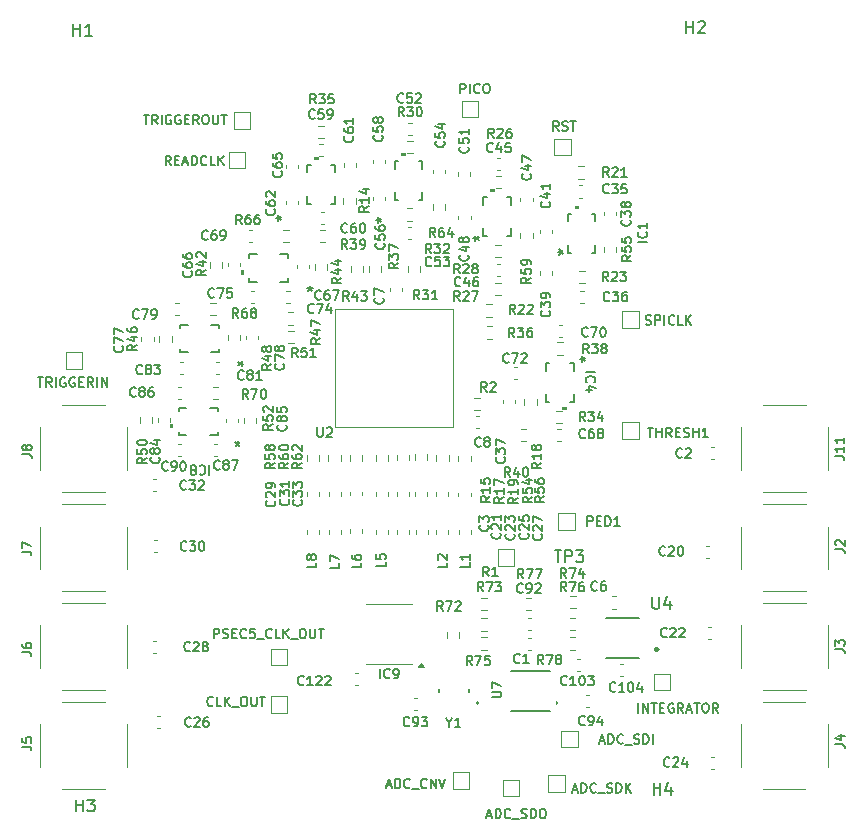
<source format=gto>
%TF.GenerationSoftware,KiCad,Pcbnew,8.0.5*%
%TF.CreationDate,2025-03-25T15:29:15-05:00*%
%TF.ProjectId,PSEC5_Board,50534543-355f-4426-9f61-72642e6b6963,rev?*%
%TF.SameCoordinates,Original*%
%TF.FileFunction,Legend,Top*%
%TF.FilePolarity,Positive*%
%FSLAX46Y46*%
G04 Gerber Fmt 4.6, Leading zero omitted, Abs format (unit mm)*
G04 Created by KiCad (PCBNEW 8.0.5) date 2025-03-25 15:29:15*
%MOMM*%
%LPD*%
G01*
G04 APERTURE LIST*
%ADD10C,0.200000*%
%ADD11C,0.150000*%
%ADD12C,0.120000*%
%ADD13C,0.250000*%
%ADD14C,0.152400*%
%ADD15C,0.000000*%
%ADD16C,0.127000*%
%ADD17C,0.100000*%
G04 APERTURE END LIST*
D10*
X137483504Y-83364285D02*
X137521600Y-83402381D01*
X137521600Y-83402381D02*
X137559695Y-83516666D01*
X137559695Y-83516666D02*
X137559695Y-83592857D01*
X137559695Y-83592857D02*
X137521600Y-83707143D01*
X137521600Y-83707143D02*
X137445409Y-83783333D01*
X137445409Y-83783333D02*
X137369219Y-83821428D01*
X137369219Y-83821428D02*
X137216838Y-83859524D01*
X137216838Y-83859524D02*
X137102552Y-83859524D01*
X137102552Y-83859524D02*
X136950171Y-83821428D01*
X136950171Y-83821428D02*
X136873980Y-83783333D01*
X136873980Y-83783333D02*
X136797790Y-83707143D01*
X136797790Y-83707143D02*
X136759695Y-83592857D01*
X136759695Y-83592857D02*
X136759695Y-83516666D01*
X136759695Y-83516666D02*
X136797790Y-83402381D01*
X136797790Y-83402381D02*
X136835885Y-83364285D01*
X137102552Y-82907143D02*
X137064457Y-82983333D01*
X137064457Y-82983333D02*
X137026361Y-83021428D01*
X137026361Y-83021428D02*
X136950171Y-83059524D01*
X136950171Y-83059524D02*
X136912076Y-83059524D01*
X136912076Y-83059524D02*
X136835885Y-83021428D01*
X136835885Y-83021428D02*
X136797790Y-82983333D01*
X136797790Y-82983333D02*
X136759695Y-82907143D01*
X136759695Y-82907143D02*
X136759695Y-82754762D01*
X136759695Y-82754762D02*
X136797790Y-82678571D01*
X136797790Y-82678571D02*
X136835885Y-82640476D01*
X136835885Y-82640476D02*
X136912076Y-82602381D01*
X136912076Y-82602381D02*
X136950171Y-82602381D01*
X136950171Y-82602381D02*
X137026361Y-82640476D01*
X137026361Y-82640476D02*
X137064457Y-82678571D01*
X137064457Y-82678571D02*
X137102552Y-82754762D01*
X137102552Y-82754762D02*
X137102552Y-82907143D01*
X137102552Y-82907143D02*
X137140647Y-82983333D01*
X137140647Y-82983333D02*
X137178742Y-83021428D01*
X137178742Y-83021428D02*
X137254933Y-83059524D01*
X137254933Y-83059524D02*
X137407314Y-83059524D01*
X137407314Y-83059524D02*
X137483504Y-83021428D01*
X137483504Y-83021428D02*
X137521600Y-82983333D01*
X137521600Y-82983333D02*
X137559695Y-82907143D01*
X137559695Y-82907143D02*
X137559695Y-82754762D01*
X137559695Y-82754762D02*
X137521600Y-82678571D01*
X137521600Y-82678571D02*
X137483504Y-82640476D01*
X137483504Y-82640476D02*
X137407314Y-82602381D01*
X137407314Y-82602381D02*
X137254933Y-82602381D01*
X137254933Y-82602381D02*
X137178742Y-82640476D01*
X137178742Y-82640476D02*
X137140647Y-82678571D01*
X137140647Y-82678571D02*
X137102552Y-82754762D01*
X136759695Y-81878571D02*
X136759695Y-82259523D01*
X136759695Y-82259523D02*
X137140647Y-82297619D01*
X137140647Y-82297619D02*
X137102552Y-82259523D01*
X137102552Y-82259523D02*
X137064457Y-82183333D01*
X137064457Y-82183333D02*
X137064457Y-81992857D01*
X137064457Y-81992857D02*
X137102552Y-81916666D01*
X137102552Y-81916666D02*
X137140647Y-81878571D01*
X137140647Y-81878571D02*
X137216838Y-81840476D01*
X137216838Y-81840476D02*
X137407314Y-81840476D01*
X137407314Y-81840476D02*
X137483504Y-81878571D01*
X137483504Y-81878571D02*
X137521600Y-81916666D01*
X137521600Y-81916666D02*
X137559695Y-81992857D01*
X137559695Y-81992857D02*
X137559695Y-82183333D01*
X137559695Y-82183333D02*
X137521600Y-82259523D01*
X137521600Y-82259523D02*
X137483504Y-82297619D01*
X127485714Y-87158504D02*
X127447618Y-87196600D01*
X127447618Y-87196600D02*
X127333333Y-87234695D01*
X127333333Y-87234695D02*
X127257142Y-87234695D01*
X127257142Y-87234695D02*
X127142856Y-87196600D01*
X127142856Y-87196600D02*
X127066666Y-87120409D01*
X127066666Y-87120409D02*
X127028571Y-87044219D01*
X127028571Y-87044219D02*
X126990475Y-86891838D01*
X126990475Y-86891838D02*
X126990475Y-86777552D01*
X126990475Y-86777552D02*
X127028571Y-86625171D01*
X127028571Y-86625171D02*
X127066666Y-86548980D01*
X127066666Y-86548980D02*
X127142856Y-86472790D01*
X127142856Y-86472790D02*
X127257142Y-86434695D01*
X127257142Y-86434695D02*
X127333333Y-86434695D01*
X127333333Y-86434695D02*
X127447618Y-86472790D01*
X127447618Y-86472790D02*
X127485714Y-86510885D01*
X127866666Y-87234695D02*
X128019047Y-87234695D01*
X128019047Y-87234695D02*
X128095237Y-87196600D01*
X128095237Y-87196600D02*
X128133333Y-87158504D01*
X128133333Y-87158504D02*
X128209523Y-87044219D01*
X128209523Y-87044219D02*
X128247618Y-86891838D01*
X128247618Y-86891838D02*
X128247618Y-86587076D01*
X128247618Y-86587076D02*
X128209523Y-86510885D01*
X128209523Y-86510885D02*
X128171428Y-86472790D01*
X128171428Y-86472790D02*
X128095237Y-86434695D01*
X128095237Y-86434695D02*
X127942856Y-86434695D01*
X127942856Y-86434695D02*
X127866666Y-86472790D01*
X127866666Y-86472790D02*
X127828571Y-86510885D01*
X127828571Y-86510885D02*
X127790475Y-86587076D01*
X127790475Y-86587076D02*
X127790475Y-86777552D01*
X127790475Y-86777552D02*
X127828571Y-86853742D01*
X127828571Y-86853742D02*
X127866666Y-86891838D01*
X127866666Y-86891838D02*
X127942856Y-86929933D01*
X127942856Y-86929933D02*
X128095237Y-86929933D01*
X128095237Y-86929933D02*
X128171428Y-86891838D01*
X128171428Y-86891838D02*
X128209523Y-86853742D01*
X128209523Y-86853742D02*
X128247618Y-86777552D01*
X128742857Y-86434695D02*
X128819047Y-86434695D01*
X128819047Y-86434695D02*
X128895238Y-86472790D01*
X128895238Y-86472790D02*
X128933333Y-86510885D01*
X128933333Y-86510885D02*
X128971428Y-86587076D01*
X128971428Y-86587076D02*
X129009523Y-86739457D01*
X129009523Y-86739457D02*
X129009523Y-86929933D01*
X129009523Y-86929933D02*
X128971428Y-87082314D01*
X128971428Y-87082314D02*
X128933333Y-87158504D01*
X128933333Y-87158504D02*
X128895238Y-87196600D01*
X128895238Y-87196600D02*
X128819047Y-87234695D01*
X128819047Y-87234695D02*
X128742857Y-87234695D01*
X128742857Y-87234695D02*
X128666666Y-87196600D01*
X128666666Y-87196600D02*
X128628571Y-87158504D01*
X128628571Y-87158504D02*
X128590476Y-87082314D01*
X128590476Y-87082314D02*
X128552380Y-86929933D01*
X128552380Y-86929933D02*
X128552380Y-86739457D01*
X128552380Y-86739457D02*
X128590476Y-86587076D01*
X128590476Y-86587076D02*
X128628571Y-86510885D01*
X128628571Y-86510885D02*
X128666666Y-86472790D01*
X128666666Y-86472790D02*
X128742857Y-86434695D01*
D11*
X127769048Y-61362295D02*
X127502381Y-60981342D01*
X127311905Y-61362295D02*
X127311905Y-60562295D01*
X127311905Y-60562295D02*
X127616667Y-60562295D01*
X127616667Y-60562295D02*
X127692857Y-60600390D01*
X127692857Y-60600390D02*
X127730952Y-60638485D01*
X127730952Y-60638485D02*
X127769048Y-60714676D01*
X127769048Y-60714676D02*
X127769048Y-60828961D01*
X127769048Y-60828961D02*
X127730952Y-60905152D01*
X127730952Y-60905152D02*
X127692857Y-60943247D01*
X127692857Y-60943247D02*
X127616667Y-60981342D01*
X127616667Y-60981342D02*
X127311905Y-60981342D01*
X128111905Y-60943247D02*
X128378571Y-60943247D01*
X128492857Y-61362295D02*
X128111905Y-61362295D01*
X128111905Y-61362295D02*
X128111905Y-60562295D01*
X128111905Y-60562295D02*
X128492857Y-60562295D01*
X128797619Y-61133723D02*
X129178572Y-61133723D01*
X128721429Y-61362295D02*
X128988096Y-60562295D01*
X128988096Y-60562295D02*
X129254762Y-61362295D01*
X129521429Y-61362295D02*
X129521429Y-60562295D01*
X129521429Y-60562295D02*
X129711905Y-60562295D01*
X129711905Y-60562295D02*
X129826191Y-60600390D01*
X129826191Y-60600390D02*
X129902381Y-60676580D01*
X129902381Y-60676580D02*
X129940476Y-60752771D01*
X129940476Y-60752771D02*
X129978572Y-60905152D01*
X129978572Y-60905152D02*
X129978572Y-61019438D01*
X129978572Y-61019438D02*
X129940476Y-61171819D01*
X129940476Y-61171819D02*
X129902381Y-61248009D01*
X129902381Y-61248009D02*
X129826191Y-61324200D01*
X129826191Y-61324200D02*
X129711905Y-61362295D01*
X129711905Y-61362295D02*
X129521429Y-61362295D01*
X130778572Y-61286104D02*
X130740476Y-61324200D01*
X130740476Y-61324200D02*
X130626191Y-61362295D01*
X130626191Y-61362295D02*
X130550000Y-61362295D01*
X130550000Y-61362295D02*
X130435714Y-61324200D01*
X130435714Y-61324200D02*
X130359524Y-61248009D01*
X130359524Y-61248009D02*
X130321429Y-61171819D01*
X130321429Y-61171819D02*
X130283333Y-61019438D01*
X130283333Y-61019438D02*
X130283333Y-60905152D01*
X130283333Y-60905152D02*
X130321429Y-60752771D01*
X130321429Y-60752771D02*
X130359524Y-60676580D01*
X130359524Y-60676580D02*
X130435714Y-60600390D01*
X130435714Y-60600390D02*
X130550000Y-60562295D01*
X130550000Y-60562295D02*
X130626191Y-60562295D01*
X130626191Y-60562295D02*
X130740476Y-60600390D01*
X130740476Y-60600390D02*
X130778572Y-60638485D01*
X131502381Y-61362295D02*
X131121429Y-61362295D01*
X131121429Y-61362295D02*
X131121429Y-60562295D01*
X131769048Y-61362295D02*
X131769048Y-60562295D01*
X132226191Y-61362295D02*
X131883333Y-60905152D01*
X132226191Y-60562295D02*
X131769048Y-61019438D01*
X165404762Y-105886104D02*
X165366666Y-105924200D01*
X165366666Y-105924200D02*
X165252381Y-105962295D01*
X165252381Y-105962295D02*
X165176190Y-105962295D01*
X165176190Y-105962295D02*
X165061904Y-105924200D01*
X165061904Y-105924200D02*
X164985714Y-105848009D01*
X164985714Y-105848009D02*
X164947619Y-105771819D01*
X164947619Y-105771819D02*
X164909523Y-105619438D01*
X164909523Y-105619438D02*
X164909523Y-105505152D01*
X164909523Y-105505152D02*
X164947619Y-105352771D01*
X164947619Y-105352771D02*
X164985714Y-105276580D01*
X164985714Y-105276580D02*
X165061904Y-105200390D01*
X165061904Y-105200390D02*
X165176190Y-105162295D01*
X165176190Y-105162295D02*
X165252381Y-105162295D01*
X165252381Y-105162295D02*
X165366666Y-105200390D01*
X165366666Y-105200390D02*
X165404762Y-105238485D01*
X166166666Y-105962295D02*
X165709523Y-105962295D01*
X165938095Y-105962295D02*
X165938095Y-105162295D01*
X165938095Y-105162295D02*
X165861904Y-105276580D01*
X165861904Y-105276580D02*
X165785714Y-105352771D01*
X165785714Y-105352771D02*
X165709523Y-105390866D01*
X166661905Y-105162295D02*
X166738095Y-105162295D01*
X166738095Y-105162295D02*
X166814286Y-105200390D01*
X166814286Y-105200390D02*
X166852381Y-105238485D01*
X166852381Y-105238485D02*
X166890476Y-105314676D01*
X166890476Y-105314676D02*
X166928571Y-105467057D01*
X166928571Y-105467057D02*
X166928571Y-105657533D01*
X166928571Y-105657533D02*
X166890476Y-105809914D01*
X166890476Y-105809914D02*
X166852381Y-105886104D01*
X166852381Y-105886104D02*
X166814286Y-105924200D01*
X166814286Y-105924200D02*
X166738095Y-105962295D01*
X166738095Y-105962295D02*
X166661905Y-105962295D01*
X166661905Y-105962295D02*
X166585714Y-105924200D01*
X166585714Y-105924200D02*
X166547619Y-105886104D01*
X166547619Y-105886104D02*
X166509524Y-105809914D01*
X166509524Y-105809914D02*
X166471428Y-105657533D01*
X166471428Y-105657533D02*
X166471428Y-105467057D01*
X166471428Y-105467057D02*
X166509524Y-105314676D01*
X166509524Y-105314676D02*
X166547619Y-105238485D01*
X166547619Y-105238485D02*
X166585714Y-105200390D01*
X166585714Y-105200390D02*
X166661905Y-105162295D01*
X167614286Y-105428961D02*
X167614286Y-105962295D01*
X167423810Y-105124200D02*
X167233333Y-105695628D01*
X167233333Y-105695628D02*
X167728572Y-105695628D01*
D10*
X166739695Y-69014285D02*
X166358742Y-69280952D01*
X166739695Y-69471428D02*
X165939695Y-69471428D01*
X165939695Y-69471428D02*
X165939695Y-69166666D01*
X165939695Y-69166666D02*
X165977790Y-69090476D01*
X165977790Y-69090476D02*
X166015885Y-69052381D01*
X166015885Y-69052381D02*
X166092076Y-69014285D01*
X166092076Y-69014285D02*
X166206361Y-69014285D01*
X166206361Y-69014285D02*
X166282552Y-69052381D01*
X166282552Y-69052381D02*
X166320647Y-69090476D01*
X166320647Y-69090476D02*
X166358742Y-69166666D01*
X166358742Y-69166666D02*
X166358742Y-69471428D01*
X165939695Y-68290476D02*
X165939695Y-68671428D01*
X165939695Y-68671428D02*
X166320647Y-68709524D01*
X166320647Y-68709524D02*
X166282552Y-68671428D01*
X166282552Y-68671428D02*
X166244457Y-68595238D01*
X166244457Y-68595238D02*
X166244457Y-68404762D01*
X166244457Y-68404762D02*
X166282552Y-68328571D01*
X166282552Y-68328571D02*
X166320647Y-68290476D01*
X166320647Y-68290476D02*
X166396838Y-68252381D01*
X166396838Y-68252381D02*
X166587314Y-68252381D01*
X166587314Y-68252381D02*
X166663504Y-68290476D01*
X166663504Y-68290476D02*
X166701600Y-68328571D01*
X166701600Y-68328571D02*
X166739695Y-68404762D01*
X166739695Y-68404762D02*
X166739695Y-68595238D01*
X166739695Y-68595238D02*
X166701600Y-68671428D01*
X166701600Y-68671428D02*
X166663504Y-68709524D01*
X165939695Y-67528571D02*
X165939695Y-67909523D01*
X165939695Y-67909523D02*
X166320647Y-67947619D01*
X166320647Y-67947619D02*
X166282552Y-67909523D01*
X166282552Y-67909523D02*
X166244457Y-67833333D01*
X166244457Y-67833333D02*
X166244457Y-67642857D01*
X166244457Y-67642857D02*
X166282552Y-67566666D01*
X166282552Y-67566666D02*
X166320647Y-67528571D01*
X166320647Y-67528571D02*
X166396838Y-67490476D01*
X166396838Y-67490476D02*
X166587314Y-67490476D01*
X166587314Y-67490476D02*
X166663504Y-67528571D01*
X166663504Y-67528571D02*
X166701600Y-67566666D01*
X166701600Y-67566666D02*
X166739695Y-67642857D01*
X166739695Y-67642857D02*
X166739695Y-67833333D01*
X166739695Y-67833333D02*
X166701600Y-67909523D01*
X166701600Y-67909523D02*
X166663504Y-67947619D01*
X155633504Y-92489285D02*
X155671600Y-92527381D01*
X155671600Y-92527381D02*
X155709695Y-92641666D01*
X155709695Y-92641666D02*
X155709695Y-92717857D01*
X155709695Y-92717857D02*
X155671600Y-92832143D01*
X155671600Y-92832143D02*
X155595409Y-92908333D01*
X155595409Y-92908333D02*
X155519219Y-92946428D01*
X155519219Y-92946428D02*
X155366838Y-92984524D01*
X155366838Y-92984524D02*
X155252552Y-92984524D01*
X155252552Y-92984524D02*
X155100171Y-92946428D01*
X155100171Y-92946428D02*
X155023980Y-92908333D01*
X155023980Y-92908333D02*
X154947790Y-92832143D01*
X154947790Y-92832143D02*
X154909695Y-92717857D01*
X154909695Y-92717857D02*
X154909695Y-92641666D01*
X154909695Y-92641666D02*
X154947790Y-92527381D01*
X154947790Y-92527381D02*
X154985885Y-92489285D01*
X154985885Y-92184524D02*
X154947790Y-92146428D01*
X154947790Y-92146428D02*
X154909695Y-92070238D01*
X154909695Y-92070238D02*
X154909695Y-91879762D01*
X154909695Y-91879762D02*
X154947790Y-91803571D01*
X154947790Y-91803571D02*
X154985885Y-91765476D01*
X154985885Y-91765476D02*
X155062076Y-91727381D01*
X155062076Y-91727381D02*
X155138266Y-91727381D01*
X155138266Y-91727381D02*
X155252552Y-91765476D01*
X155252552Y-91765476D02*
X155709695Y-92222619D01*
X155709695Y-92222619D02*
X155709695Y-91727381D01*
X155709695Y-90965476D02*
X155709695Y-91422619D01*
X155709695Y-91194047D02*
X154909695Y-91194047D01*
X154909695Y-91194047D02*
X155023980Y-91270238D01*
X155023980Y-91270238D02*
X155100171Y-91346428D01*
X155100171Y-91346428D02*
X155138266Y-91422619D01*
X162825714Y-83049695D02*
X162559047Y-82668742D01*
X162368571Y-83049695D02*
X162368571Y-82249695D01*
X162368571Y-82249695D02*
X162673333Y-82249695D01*
X162673333Y-82249695D02*
X162749523Y-82287790D01*
X162749523Y-82287790D02*
X162787618Y-82325885D01*
X162787618Y-82325885D02*
X162825714Y-82402076D01*
X162825714Y-82402076D02*
X162825714Y-82516361D01*
X162825714Y-82516361D02*
X162787618Y-82592552D01*
X162787618Y-82592552D02*
X162749523Y-82630647D01*
X162749523Y-82630647D02*
X162673333Y-82668742D01*
X162673333Y-82668742D02*
X162368571Y-82668742D01*
X163092380Y-82249695D02*
X163587618Y-82249695D01*
X163587618Y-82249695D02*
X163320952Y-82554457D01*
X163320952Y-82554457D02*
X163435237Y-82554457D01*
X163435237Y-82554457D02*
X163511428Y-82592552D01*
X163511428Y-82592552D02*
X163549523Y-82630647D01*
X163549523Y-82630647D02*
X163587618Y-82706838D01*
X163587618Y-82706838D02*
X163587618Y-82897314D01*
X163587618Y-82897314D02*
X163549523Y-82973504D01*
X163549523Y-82973504D02*
X163511428Y-83011600D01*
X163511428Y-83011600D02*
X163435237Y-83049695D01*
X163435237Y-83049695D02*
X163206666Y-83049695D01*
X163206666Y-83049695D02*
X163130475Y-83011600D01*
X163130475Y-83011600D02*
X163092380Y-82973504D01*
X164273333Y-82516361D02*
X164273333Y-83049695D01*
X164082857Y-82211600D02*
X163892380Y-82783028D01*
X163892380Y-82783028D02*
X164387619Y-82783028D01*
X158354695Y-89439285D02*
X157973742Y-89705952D01*
X158354695Y-89896428D02*
X157554695Y-89896428D01*
X157554695Y-89896428D02*
X157554695Y-89591666D01*
X157554695Y-89591666D02*
X157592790Y-89515476D01*
X157592790Y-89515476D02*
X157630885Y-89477381D01*
X157630885Y-89477381D02*
X157707076Y-89439285D01*
X157707076Y-89439285D02*
X157821361Y-89439285D01*
X157821361Y-89439285D02*
X157897552Y-89477381D01*
X157897552Y-89477381D02*
X157935647Y-89515476D01*
X157935647Y-89515476D02*
X157973742Y-89591666D01*
X157973742Y-89591666D02*
X157973742Y-89896428D01*
X157554695Y-88715476D02*
X157554695Y-89096428D01*
X157554695Y-89096428D02*
X157935647Y-89134524D01*
X157935647Y-89134524D02*
X157897552Y-89096428D01*
X157897552Y-89096428D02*
X157859457Y-89020238D01*
X157859457Y-89020238D02*
X157859457Y-88829762D01*
X157859457Y-88829762D02*
X157897552Y-88753571D01*
X157897552Y-88753571D02*
X157935647Y-88715476D01*
X157935647Y-88715476D02*
X158011838Y-88677381D01*
X158011838Y-88677381D02*
X158202314Y-88677381D01*
X158202314Y-88677381D02*
X158278504Y-88715476D01*
X158278504Y-88715476D02*
X158316600Y-88753571D01*
X158316600Y-88753571D02*
X158354695Y-88829762D01*
X158354695Y-88829762D02*
X158354695Y-89020238D01*
X158354695Y-89020238D02*
X158316600Y-89096428D01*
X158316600Y-89096428D02*
X158278504Y-89134524D01*
X157821361Y-87991666D02*
X158354695Y-87991666D01*
X157516600Y-88182142D02*
X158088028Y-88372619D01*
X158088028Y-88372619D02*
X158088028Y-87877380D01*
X163155714Y-77289695D02*
X162889047Y-76908742D01*
X162698571Y-77289695D02*
X162698571Y-76489695D01*
X162698571Y-76489695D02*
X163003333Y-76489695D01*
X163003333Y-76489695D02*
X163079523Y-76527790D01*
X163079523Y-76527790D02*
X163117618Y-76565885D01*
X163117618Y-76565885D02*
X163155714Y-76642076D01*
X163155714Y-76642076D02*
X163155714Y-76756361D01*
X163155714Y-76756361D02*
X163117618Y-76832552D01*
X163117618Y-76832552D02*
X163079523Y-76870647D01*
X163079523Y-76870647D02*
X163003333Y-76908742D01*
X163003333Y-76908742D02*
X162698571Y-76908742D01*
X163422380Y-76489695D02*
X163917618Y-76489695D01*
X163917618Y-76489695D02*
X163650952Y-76794457D01*
X163650952Y-76794457D02*
X163765237Y-76794457D01*
X163765237Y-76794457D02*
X163841428Y-76832552D01*
X163841428Y-76832552D02*
X163879523Y-76870647D01*
X163879523Y-76870647D02*
X163917618Y-76946838D01*
X163917618Y-76946838D02*
X163917618Y-77137314D01*
X163917618Y-77137314D02*
X163879523Y-77213504D01*
X163879523Y-77213504D02*
X163841428Y-77251600D01*
X163841428Y-77251600D02*
X163765237Y-77289695D01*
X163765237Y-77289695D02*
X163536666Y-77289695D01*
X163536666Y-77289695D02*
X163460475Y-77251600D01*
X163460475Y-77251600D02*
X163422380Y-77213504D01*
X164374761Y-76832552D02*
X164298571Y-76794457D01*
X164298571Y-76794457D02*
X164260476Y-76756361D01*
X164260476Y-76756361D02*
X164222380Y-76680171D01*
X164222380Y-76680171D02*
X164222380Y-76642076D01*
X164222380Y-76642076D02*
X164260476Y-76565885D01*
X164260476Y-76565885D02*
X164298571Y-76527790D01*
X164298571Y-76527790D02*
X164374761Y-76489695D01*
X164374761Y-76489695D02*
X164527142Y-76489695D01*
X164527142Y-76489695D02*
X164603333Y-76527790D01*
X164603333Y-76527790D02*
X164641428Y-76565885D01*
X164641428Y-76565885D02*
X164679523Y-76642076D01*
X164679523Y-76642076D02*
X164679523Y-76680171D01*
X164679523Y-76680171D02*
X164641428Y-76756361D01*
X164641428Y-76756361D02*
X164603333Y-76794457D01*
X164603333Y-76794457D02*
X164527142Y-76832552D01*
X164527142Y-76832552D02*
X164374761Y-76832552D01*
X164374761Y-76832552D02*
X164298571Y-76870647D01*
X164298571Y-76870647D02*
X164260476Y-76908742D01*
X164260476Y-76908742D02*
X164222380Y-76984933D01*
X164222380Y-76984933D02*
X164222380Y-77137314D01*
X164222380Y-77137314D02*
X164260476Y-77213504D01*
X164260476Y-77213504D02*
X164298571Y-77251600D01*
X164298571Y-77251600D02*
X164374761Y-77289695D01*
X164374761Y-77289695D02*
X164527142Y-77289695D01*
X164527142Y-77289695D02*
X164603333Y-77251600D01*
X164603333Y-77251600D02*
X164641428Y-77213504D01*
X164641428Y-77213504D02*
X164679523Y-77137314D01*
X164679523Y-77137314D02*
X164679523Y-76984933D01*
X164679523Y-76984933D02*
X164641428Y-76908742D01*
X164641428Y-76908742D02*
X164603333Y-76870647D01*
X164603333Y-76870647D02*
X164527142Y-76832552D01*
D11*
X168538095Y-97929819D02*
X168538095Y-98739342D01*
X168538095Y-98739342D02*
X168585714Y-98834580D01*
X168585714Y-98834580D02*
X168633333Y-98882200D01*
X168633333Y-98882200D02*
X168728571Y-98929819D01*
X168728571Y-98929819D02*
X168919047Y-98929819D01*
X168919047Y-98929819D02*
X169014285Y-98882200D01*
X169014285Y-98882200D02*
X169061904Y-98834580D01*
X169061904Y-98834580D02*
X169109523Y-98739342D01*
X169109523Y-98739342D02*
X169109523Y-97929819D01*
X170014285Y-98263152D02*
X170014285Y-98929819D01*
X169776190Y-97882200D02*
X169538095Y-98596485D01*
X169538095Y-98596485D02*
X170157142Y-98596485D01*
D10*
X156855714Y-75929695D02*
X156589047Y-75548742D01*
X156398571Y-75929695D02*
X156398571Y-75129695D01*
X156398571Y-75129695D02*
X156703333Y-75129695D01*
X156703333Y-75129695D02*
X156779523Y-75167790D01*
X156779523Y-75167790D02*
X156817618Y-75205885D01*
X156817618Y-75205885D02*
X156855714Y-75282076D01*
X156855714Y-75282076D02*
X156855714Y-75396361D01*
X156855714Y-75396361D02*
X156817618Y-75472552D01*
X156817618Y-75472552D02*
X156779523Y-75510647D01*
X156779523Y-75510647D02*
X156703333Y-75548742D01*
X156703333Y-75548742D02*
X156398571Y-75548742D01*
X157122380Y-75129695D02*
X157617618Y-75129695D01*
X157617618Y-75129695D02*
X157350952Y-75434457D01*
X157350952Y-75434457D02*
X157465237Y-75434457D01*
X157465237Y-75434457D02*
X157541428Y-75472552D01*
X157541428Y-75472552D02*
X157579523Y-75510647D01*
X157579523Y-75510647D02*
X157617618Y-75586838D01*
X157617618Y-75586838D02*
X157617618Y-75777314D01*
X157617618Y-75777314D02*
X157579523Y-75853504D01*
X157579523Y-75853504D02*
X157541428Y-75891600D01*
X157541428Y-75891600D02*
X157465237Y-75929695D01*
X157465237Y-75929695D02*
X157236666Y-75929695D01*
X157236666Y-75929695D02*
X157160475Y-75891600D01*
X157160475Y-75891600D02*
X157122380Y-75853504D01*
X158303333Y-75129695D02*
X158150952Y-75129695D01*
X158150952Y-75129695D02*
X158074761Y-75167790D01*
X158074761Y-75167790D02*
X158036666Y-75205885D01*
X158036666Y-75205885D02*
X157960476Y-75320171D01*
X157960476Y-75320171D02*
X157922380Y-75472552D01*
X157922380Y-75472552D02*
X157922380Y-75777314D01*
X157922380Y-75777314D02*
X157960476Y-75853504D01*
X157960476Y-75853504D02*
X157998571Y-75891600D01*
X157998571Y-75891600D02*
X158074761Y-75929695D01*
X158074761Y-75929695D02*
X158227142Y-75929695D01*
X158227142Y-75929695D02*
X158303333Y-75891600D01*
X158303333Y-75891600D02*
X158341428Y-75853504D01*
X158341428Y-75853504D02*
X158379523Y-75777314D01*
X158379523Y-75777314D02*
X158379523Y-75586838D01*
X158379523Y-75586838D02*
X158341428Y-75510647D01*
X158341428Y-75510647D02*
X158303333Y-75472552D01*
X158303333Y-75472552D02*
X158227142Y-75434457D01*
X158227142Y-75434457D02*
X158074761Y-75434457D01*
X158074761Y-75434457D02*
X157998571Y-75472552D01*
X157998571Y-75472552D02*
X157960476Y-75510647D01*
X157960476Y-75510647D02*
X157922380Y-75586838D01*
X129375714Y-102463504D02*
X129337618Y-102501600D01*
X129337618Y-102501600D02*
X129223333Y-102539695D01*
X129223333Y-102539695D02*
X129147142Y-102539695D01*
X129147142Y-102539695D02*
X129032856Y-102501600D01*
X129032856Y-102501600D02*
X128956666Y-102425409D01*
X128956666Y-102425409D02*
X128918571Y-102349219D01*
X128918571Y-102349219D02*
X128880475Y-102196838D01*
X128880475Y-102196838D02*
X128880475Y-102082552D01*
X128880475Y-102082552D02*
X128918571Y-101930171D01*
X128918571Y-101930171D02*
X128956666Y-101853980D01*
X128956666Y-101853980D02*
X129032856Y-101777790D01*
X129032856Y-101777790D02*
X129147142Y-101739695D01*
X129147142Y-101739695D02*
X129223333Y-101739695D01*
X129223333Y-101739695D02*
X129337618Y-101777790D01*
X129337618Y-101777790D02*
X129375714Y-101815885D01*
X129680475Y-101815885D02*
X129718571Y-101777790D01*
X129718571Y-101777790D02*
X129794761Y-101739695D01*
X129794761Y-101739695D02*
X129985237Y-101739695D01*
X129985237Y-101739695D02*
X130061428Y-101777790D01*
X130061428Y-101777790D02*
X130099523Y-101815885D01*
X130099523Y-101815885D02*
X130137618Y-101892076D01*
X130137618Y-101892076D02*
X130137618Y-101968266D01*
X130137618Y-101968266D02*
X130099523Y-102082552D01*
X130099523Y-102082552D02*
X129642380Y-102539695D01*
X129642380Y-102539695D02*
X130137618Y-102539695D01*
X130594761Y-102082552D02*
X130518571Y-102044457D01*
X130518571Y-102044457D02*
X130480476Y-102006361D01*
X130480476Y-102006361D02*
X130442380Y-101930171D01*
X130442380Y-101930171D02*
X130442380Y-101892076D01*
X130442380Y-101892076D02*
X130480476Y-101815885D01*
X130480476Y-101815885D02*
X130518571Y-101777790D01*
X130518571Y-101777790D02*
X130594761Y-101739695D01*
X130594761Y-101739695D02*
X130747142Y-101739695D01*
X130747142Y-101739695D02*
X130823333Y-101777790D01*
X130823333Y-101777790D02*
X130861428Y-101815885D01*
X130861428Y-101815885D02*
X130899523Y-101892076D01*
X130899523Y-101892076D02*
X130899523Y-101930171D01*
X130899523Y-101930171D02*
X130861428Y-102006361D01*
X130861428Y-102006361D02*
X130823333Y-102044457D01*
X130823333Y-102044457D02*
X130747142Y-102082552D01*
X130747142Y-102082552D02*
X130594761Y-102082552D01*
X130594761Y-102082552D02*
X130518571Y-102120647D01*
X130518571Y-102120647D02*
X130480476Y-102158742D01*
X130480476Y-102158742D02*
X130442380Y-102234933D01*
X130442380Y-102234933D02*
X130442380Y-102387314D01*
X130442380Y-102387314D02*
X130480476Y-102463504D01*
X130480476Y-102463504D02*
X130518571Y-102501600D01*
X130518571Y-102501600D02*
X130594761Y-102539695D01*
X130594761Y-102539695D02*
X130747142Y-102539695D01*
X130747142Y-102539695D02*
X130823333Y-102501600D01*
X130823333Y-102501600D02*
X130861428Y-102463504D01*
X130861428Y-102463504D02*
X130899523Y-102387314D01*
X130899523Y-102387314D02*
X130899523Y-102234933D01*
X130899523Y-102234933D02*
X130861428Y-102158742D01*
X130861428Y-102158742D02*
X130823333Y-102120647D01*
X130823333Y-102120647D02*
X130747142Y-102082552D01*
X155085714Y-59069695D02*
X154819047Y-58688742D01*
X154628571Y-59069695D02*
X154628571Y-58269695D01*
X154628571Y-58269695D02*
X154933333Y-58269695D01*
X154933333Y-58269695D02*
X155009523Y-58307790D01*
X155009523Y-58307790D02*
X155047618Y-58345885D01*
X155047618Y-58345885D02*
X155085714Y-58422076D01*
X155085714Y-58422076D02*
X155085714Y-58536361D01*
X155085714Y-58536361D02*
X155047618Y-58612552D01*
X155047618Y-58612552D02*
X155009523Y-58650647D01*
X155009523Y-58650647D02*
X154933333Y-58688742D01*
X154933333Y-58688742D02*
X154628571Y-58688742D01*
X155390475Y-58345885D02*
X155428571Y-58307790D01*
X155428571Y-58307790D02*
X155504761Y-58269695D01*
X155504761Y-58269695D02*
X155695237Y-58269695D01*
X155695237Y-58269695D02*
X155771428Y-58307790D01*
X155771428Y-58307790D02*
X155809523Y-58345885D01*
X155809523Y-58345885D02*
X155847618Y-58422076D01*
X155847618Y-58422076D02*
X155847618Y-58498266D01*
X155847618Y-58498266D02*
X155809523Y-58612552D01*
X155809523Y-58612552D02*
X155352380Y-59069695D01*
X155352380Y-59069695D02*
X155847618Y-59069695D01*
X156533333Y-58269695D02*
X156380952Y-58269695D01*
X156380952Y-58269695D02*
X156304761Y-58307790D01*
X156304761Y-58307790D02*
X156266666Y-58345885D01*
X156266666Y-58345885D02*
X156190476Y-58460171D01*
X156190476Y-58460171D02*
X156152380Y-58612552D01*
X156152380Y-58612552D02*
X156152380Y-58917314D01*
X156152380Y-58917314D02*
X156190476Y-58993504D01*
X156190476Y-58993504D02*
X156228571Y-59031600D01*
X156228571Y-59031600D02*
X156304761Y-59069695D01*
X156304761Y-59069695D02*
X156457142Y-59069695D01*
X156457142Y-59069695D02*
X156533333Y-59031600D01*
X156533333Y-59031600D02*
X156571428Y-58993504D01*
X156571428Y-58993504D02*
X156609523Y-58917314D01*
X156609523Y-58917314D02*
X156609523Y-58726838D01*
X156609523Y-58726838D02*
X156571428Y-58650647D01*
X156571428Y-58650647D02*
X156533333Y-58612552D01*
X156533333Y-58612552D02*
X156457142Y-58574457D01*
X156457142Y-58574457D02*
X156304761Y-58574457D01*
X156304761Y-58574457D02*
X156228571Y-58612552D01*
X156228571Y-58612552D02*
X156190476Y-58650647D01*
X156190476Y-58650647D02*
X156152380Y-58726838D01*
D11*
X153384819Y-67569999D02*
X153622914Y-67569999D01*
X153527676Y-67808094D02*
X153622914Y-67569999D01*
X153622914Y-67569999D02*
X153527676Y-67331904D01*
X153813390Y-67712856D02*
X153622914Y-67569999D01*
X153622914Y-67569999D02*
X153813390Y-67427142D01*
D10*
X147009695Y-69639285D02*
X146628742Y-69905952D01*
X147009695Y-70096428D02*
X146209695Y-70096428D01*
X146209695Y-70096428D02*
X146209695Y-69791666D01*
X146209695Y-69791666D02*
X146247790Y-69715476D01*
X146247790Y-69715476D02*
X146285885Y-69677381D01*
X146285885Y-69677381D02*
X146362076Y-69639285D01*
X146362076Y-69639285D02*
X146476361Y-69639285D01*
X146476361Y-69639285D02*
X146552552Y-69677381D01*
X146552552Y-69677381D02*
X146590647Y-69715476D01*
X146590647Y-69715476D02*
X146628742Y-69791666D01*
X146628742Y-69791666D02*
X146628742Y-70096428D01*
X146209695Y-69372619D02*
X146209695Y-68877381D01*
X146209695Y-68877381D02*
X146514457Y-69144047D01*
X146514457Y-69144047D02*
X146514457Y-69029762D01*
X146514457Y-69029762D02*
X146552552Y-68953571D01*
X146552552Y-68953571D02*
X146590647Y-68915476D01*
X146590647Y-68915476D02*
X146666838Y-68877381D01*
X146666838Y-68877381D02*
X146857314Y-68877381D01*
X146857314Y-68877381D02*
X146933504Y-68915476D01*
X146933504Y-68915476D02*
X146971600Y-68953571D01*
X146971600Y-68953571D02*
X147009695Y-69029762D01*
X147009695Y-69029762D02*
X147009695Y-69258333D01*
X147009695Y-69258333D02*
X146971600Y-69334524D01*
X146971600Y-69334524D02*
X146933504Y-69372619D01*
X146209695Y-68610714D02*
X146209695Y-68077380D01*
X146209695Y-68077380D02*
X147009695Y-68420238D01*
X115184695Y-85846666D02*
X115756123Y-85846666D01*
X115756123Y-85846666D02*
X115870409Y-85884761D01*
X115870409Y-85884761D02*
X115946600Y-85960952D01*
X115946600Y-85960952D02*
X115984695Y-86075237D01*
X115984695Y-86075237D02*
X115984695Y-86151428D01*
X115527552Y-85351428D02*
X115489457Y-85427618D01*
X115489457Y-85427618D02*
X115451361Y-85465713D01*
X115451361Y-85465713D02*
X115375171Y-85503809D01*
X115375171Y-85503809D02*
X115337076Y-85503809D01*
X115337076Y-85503809D02*
X115260885Y-85465713D01*
X115260885Y-85465713D02*
X115222790Y-85427618D01*
X115222790Y-85427618D02*
X115184695Y-85351428D01*
X115184695Y-85351428D02*
X115184695Y-85199047D01*
X115184695Y-85199047D02*
X115222790Y-85122856D01*
X115222790Y-85122856D02*
X115260885Y-85084761D01*
X115260885Y-85084761D02*
X115337076Y-85046666D01*
X115337076Y-85046666D02*
X115375171Y-85046666D01*
X115375171Y-85046666D02*
X115451361Y-85084761D01*
X115451361Y-85084761D02*
X115489457Y-85122856D01*
X115489457Y-85122856D02*
X115527552Y-85199047D01*
X115527552Y-85199047D02*
X115527552Y-85351428D01*
X115527552Y-85351428D02*
X115565647Y-85427618D01*
X115565647Y-85427618D02*
X115603742Y-85465713D01*
X115603742Y-85465713D02*
X115679933Y-85503809D01*
X115679933Y-85503809D02*
X115832314Y-85503809D01*
X115832314Y-85503809D02*
X115908504Y-85465713D01*
X115908504Y-85465713D02*
X115946600Y-85427618D01*
X115946600Y-85427618D02*
X115984695Y-85351428D01*
X115984695Y-85351428D02*
X115984695Y-85199047D01*
X115984695Y-85199047D02*
X115946600Y-85122856D01*
X115946600Y-85122856D02*
X115908504Y-85084761D01*
X115908504Y-85084761D02*
X115832314Y-85046666D01*
X115832314Y-85046666D02*
X115679933Y-85046666D01*
X115679933Y-85046666D02*
X115603742Y-85084761D01*
X115603742Y-85084761D02*
X115565647Y-85122856D01*
X115565647Y-85122856D02*
X115527552Y-85199047D01*
D11*
X160263095Y-93979819D02*
X160834523Y-93979819D01*
X160548809Y-94979819D02*
X160548809Y-93979819D01*
X161167857Y-94979819D02*
X161167857Y-93979819D01*
X161167857Y-93979819D02*
X161548809Y-93979819D01*
X161548809Y-93979819D02*
X161644047Y-94027438D01*
X161644047Y-94027438D02*
X161691666Y-94075057D01*
X161691666Y-94075057D02*
X161739285Y-94170295D01*
X161739285Y-94170295D02*
X161739285Y-94313152D01*
X161739285Y-94313152D02*
X161691666Y-94408390D01*
X161691666Y-94408390D02*
X161644047Y-94456009D01*
X161644047Y-94456009D02*
X161548809Y-94503628D01*
X161548809Y-94503628D02*
X161167857Y-94503628D01*
X162072619Y-93979819D02*
X162691666Y-93979819D01*
X162691666Y-93979819D02*
X162358333Y-94360771D01*
X162358333Y-94360771D02*
X162501190Y-94360771D01*
X162501190Y-94360771D02*
X162596428Y-94408390D01*
X162596428Y-94408390D02*
X162644047Y-94456009D01*
X162644047Y-94456009D02*
X162691666Y-94551247D01*
X162691666Y-94551247D02*
X162691666Y-94789342D01*
X162691666Y-94789342D02*
X162644047Y-94884580D01*
X162644047Y-94884580D02*
X162596428Y-94932200D01*
X162596428Y-94932200D02*
X162501190Y-94979819D01*
X162501190Y-94979819D02*
X162215476Y-94979819D01*
X162215476Y-94979819D02*
X162120238Y-94932200D01*
X162120238Y-94932200D02*
X162072619Y-94884580D01*
D10*
X157983504Y-92554285D02*
X158021600Y-92592381D01*
X158021600Y-92592381D02*
X158059695Y-92706666D01*
X158059695Y-92706666D02*
X158059695Y-92782857D01*
X158059695Y-92782857D02*
X158021600Y-92897143D01*
X158021600Y-92897143D02*
X157945409Y-92973333D01*
X157945409Y-92973333D02*
X157869219Y-93011428D01*
X157869219Y-93011428D02*
X157716838Y-93049524D01*
X157716838Y-93049524D02*
X157602552Y-93049524D01*
X157602552Y-93049524D02*
X157450171Y-93011428D01*
X157450171Y-93011428D02*
X157373980Y-92973333D01*
X157373980Y-92973333D02*
X157297790Y-92897143D01*
X157297790Y-92897143D02*
X157259695Y-92782857D01*
X157259695Y-92782857D02*
X157259695Y-92706666D01*
X157259695Y-92706666D02*
X157297790Y-92592381D01*
X157297790Y-92592381D02*
X157335885Y-92554285D01*
X157335885Y-92249524D02*
X157297790Y-92211428D01*
X157297790Y-92211428D02*
X157259695Y-92135238D01*
X157259695Y-92135238D02*
X157259695Y-91944762D01*
X157259695Y-91944762D02*
X157297790Y-91868571D01*
X157297790Y-91868571D02*
X157335885Y-91830476D01*
X157335885Y-91830476D02*
X157412076Y-91792381D01*
X157412076Y-91792381D02*
X157488266Y-91792381D01*
X157488266Y-91792381D02*
X157602552Y-91830476D01*
X157602552Y-91830476D02*
X158059695Y-92287619D01*
X158059695Y-92287619D02*
X158059695Y-91792381D01*
X157259695Y-91068571D02*
X157259695Y-91449523D01*
X157259695Y-91449523D02*
X157640647Y-91487619D01*
X157640647Y-91487619D02*
X157602552Y-91449523D01*
X157602552Y-91449523D02*
X157564457Y-91373333D01*
X157564457Y-91373333D02*
X157564457Y-91182857D01*
X157564457Y-91182857D02*
X157602552Y-91106666D01*
X157602552Y-91106666D02*
X157640647Y-91068571D01*
X157640647Y-91068571D02*
X157716838Y-91030476D01*
X157716838Y-91030476D02*
X157907314Y-91030476D01*
X157907314Y-91030476D02*
X157983504Y-91068571D01*
X157983504Y-91068571D02*
X158021600Y-91106666D01*
X158021600Y-91106666D02*
X158059695Y-91182857D01*
X158059695Y-91182857D02*
X158059695Y-91373333D01*
X158059695Y-91373333D02*
X158021600Y-91449523D01*
X158021600Y-91449523D02*
X157983504Y-91487619D01*
X183974695Y-86007619D02*
X184546123Y-86007619D01*
X184546123Y-86007619D02*
X184660409Y-86045714D01*
X184660409Y-86045714D02*
X184736600Y-86121905D01*
X184736600Y-86121905D02*
X184774695Y-86236190D01*
X184774695Y-86236190D02*
X184774695Y-86312381D01*
X184774695Y-85207619D02*
X184774695Y-85664762D01*
X184774695Y-85436190D02*
X183974695Y-85436190D01*
X183974695Y-85436190D02*
X184088980Y-85512381D01*
X184088980Y-85512381D02*
X184165171Y-85588571D01*
X184165171Y-85588571D02*
X184203266Y-85664762D01*
X184774695Y-84445714D02*
X184774695Y-84902857D01*
X184774695Y-84674285D02*
X183974695Y-84674285D01*
X183974695Y-84674285D02*
X184088980Y-84750476D01*
X184088980Y-84750476D02*
X184165171Y-84826666D01*
X184165171Y-84826666D02*
X184203266Y-84902857D01*
X136279695Y-78234285D02*
X135898742Y-78500952D01*
X136279695Y-78691428D02*
X135479695Y-78691428D01*
X135479695Y-78691428D02*
X135479695Y-78386666D01*
X135479695Y-78386666D02*
X135517790Y-78310476D01*
X135517790Y-78310476D02*
X135555885Y-78272381D01*
X135555885Y-78272381D02*
X135632076Y-78234285D01*
X135632076Y-78234285D02*
X135746361Y-78234285D01*
X135746361Y-78234285D02*
X135822552Y-78272381D01*
X135822552Y-78272381D02*
X135860647Y-78310476D01*
X135860647Y-78310476D02*
X135898742Y-78386666D01*
X135898742Y-78386666D02*
X135898742Y-78691428D01*
X135746361Y-77548571D02*
X136279695Y-77548571D01*
X135441600Y-77739047D02*
X136013028Y-77929524D01*
X136013028Y-77929524D02*
X136013028Y-77434285D01*
X135822552Y-77015238D02*
X135784457Y-77091428D01*
X135784457Y-77091428D02*
X135746361Y-77129523D01*
X135746361Y-77129523D02*
X135670171Y-77167619D01*
X135670171Y-77167619D02*
X135632076Y-77167619D01*
X135632076Y-77167619D02*
X135555885Y-77129523D01*
X135555885Y-77129523D02*
X135517790Y-77091428D01*
X135517790Y-77091428D02*
X135479695Y-77015238D01*
X135479695Y-77015238D02*
X135479695Y-76862857D01*
X135479695Y-76862857D02*
X135517790Y-76786666D01*
X135517790Y-76786666D02*
X135555885Y-76748571D01*
X135555885Y-76748571D02*
X135632076Y-76710476D01*
X135632076Y-76710476D02*
X135670171Y-76710476D01*
X135670171Y-76710476D02*
X135746361Y-76748571D01*
X135746361Y-76748571D02*
X135784457Y-76786666D01*
X135784457Y-76786666D02*
X135822552Y-76862857D01*
X135822552Y-76862857D02*
X135822552Y-77015238D01*
X135822552Y-77015238D02*
X135860647Y-77091428D01*
X135860647Y-77091428D02*
X135898742Y-77129523D01*
X135898742Y-77129523D02*
X135974933Y-77167619D01*
X135974933Y-77167619D02*
X136127314Y-77167619D01*
X136127314Y-77167619D02*
X136203504Y-77129523D01*
X136203504Y-77129523D02*
X136241600Y-77091428D01*
X136241600Y-77091428D02*
X136279695Y-77015238D01*
X136279695Y-77015238D02*
X136279695Y-76862857D01*
X136279695Y-76862857D02*
X136241600Y-76786666D01*
X136241600Y-76786666D02*
X136203504Y-76748571D01*
X136203504Y-76748571D02*
X136127314Y-76710476D01*
X136127314Y-76710476D02*
X135974933Y-76710476D01*
X135974933Y-76710476D02*
X135898742Y-76748571D01*
X135898742Y-76748571D02*
X135860647Y-76786666D01*
X135860647Y-76786666D02*
X135822552Y-76862857D01*
X154608504Y-91858332D02*
X154646600Y-91896428D01*
X154646600Y-91896428D02*
X154684695Y-92010713D01*
X154684695Y-92010713D02*
X154684695Y-92086904D01*
X154684695Y-92086904D02*
X154646600Y-92201190D01*
X154646600Y-92201190D02*
X154570409Y-92277380D01*
X154570409Y-92277380D02*
X154494219Y-92315475D01*
X154494219Y-92315475D02*
X154341838Y-92353571D01*
X154341838Y-92353571D02*
X154227552Y-92353571D01*
X154227552Y-92353571D02*
X154075171Y-92315475D01*
X154075171Y-92315475D02*
X153998980Y-92277380D01*
X153998980Y-92277380D02*
X153922790Y-92201190D01*
X153922790Y-92201190D02*
X153884695Y-92086904D01*
X153884695Y-92086904D02*
X153884695Y-92010713D01*
X153884695Y-92010713D02*
X153922790Y-91896428D01*
X153922790Y-91896428D02*
X153960885Y-91858332D01*
X153884695Y-91591666D02*
X153884695Y-91096428D01*
X153884695Y-91096428D02*
X154189457Y-91363094D01*
X154189457Y-91363094D02*
X154189457Y-91248809D01*
X154189457Y-91248809D02*
X154227552Y-91172618D01*
X154227552Y-91172618D02*
X154265647Y-91134523D01*
X154265647Y-91134523D02*
X154341838Y-91096428D01*
X154341838Y-91096428D02*
X154532314Y-91096428D01*
X154532314Y-91096428D02*
X154608504Y-91134523D01*
X154608504Y-91134523D02*
X154646600Y-91172618D01*
X154646600Y-91172618D02*
X154684695Y-91248809D01*
X154684695Y-91248809D02*
X154684695Y-91477380D01*
X154684695Y-91477380D02*
X154646600Y-91553571D01*
X154646600Y-91553571D02*
X154608504Y-91591666D01*
D11*
X154529761Y-116433723D02*
X154910714Y-116433723D01*
X154453571Y-116662295D02*
X154720238Y-115862295D01*
X154720238Y-115862295D02*
X154986904Y-116662295D01*
X155253571Y-116662295D02*
X155253571Y-115862295D01*
X155253571Y-115862295D02*
X155444047Y-115862295D01*
X155444047Y-115862295D02*
X155558333Y-115900390D01*
X155558333Y-115900390D02*
X155634523Y-115976580D01*
X155634523Y-115976580D02*
X155672618Y-116052771D01*
X155672618Y-116052771D02*
X155710714Y-116205152D01*
X155710714Y-116205152D02*
X155710714Y-116319438D01*
X155710714Y-116319438D02*
X155672618Y-116471819D01*
X155672618Y-116471819D02*
X155634523Y-116548009D01*
X155634523Y-116548009D02*
X155558333Y-116624200D01*
X155558333Y-116624200D02*
X155444047Y-116662295D01*
X155444047Y-116662295D02*
X155253571Y-116662295D01*
X156510714Y-116586104D02*
X156472618Y-116624200D01*
X156472618Y-116624200D02*
X156358333Y-116662295D01*
X156358333Y-116662295D02*
X156282142Y-116662295D01*
X156282142Y-116662295D02*
X156167856Y-116624200D01*
X156167856Y-116624200D02*
X156091666Y-116548009D01*
X156091666Y-116548009D02*
X156053571Y-116471819D01*
X156053571Y-116471819D02*
X156015475Y-116319438D01*
X156015475Y-116319438D02*
X156015475Y-116205152D01*
X156015475Y-116205152D02*
X156053571Y-116052771D01*
X156053571Y-116052771D02*
X156091666Y-115976580D01*
X156091666Y-115976580D02*
X156167856Y-115900390D01*
X156167856Y-115900390D02*
X156282142Y-115862295D01*
X156282142Y-115862295D02*
X156358333Y-115862295D01*
X156358333Y-115862295D02*
X156472618Y-115900390D01*
X156472618Y-115900390D02*
X156510714Y-115938485D01*
X156663095Y-116738485D02*
X157272618Y-116738485D01*
X157424999Y-116624200D02*
X157539285Y-116662295D01*
X157539285Y-116662295D02*
X157729761Y-116662295D01*
X157729761Y-116662295D02*
X157805952Y-116624200D01*
X157805952Y-116624200D02*
X157844047Y-116586104D01*
X157844047Y-116586104D02*
X157882142Y-116509914D01*
X157882142Y-116509914D02*
X157882142Y-116433723D01*
X157882142Y-116433723D02*
X157844047Y-116357533D01*
X157844047Y-116357533D02*
X157805952Y-116319438D01*
X157805952Y-116319438D02*
X157729761Y-116281342D01*
X157729761Y-116281342D02*
X157577380Y-116243247D01*
X157577380Y-116243247D02*
X157501190Y-116205152D01*
X157501190Y-116205152D02*
X157463095Y-116167057D01*
X157463095Y-116167057D02*
X157424999Y-116090866D01*
X157424999Y-116090866D02*
X157424999Y-116014676D01*
X157424999Y-116014676D02*
X157463095Y-115938485D01*
X157463095Y-115938485D02*
X157501190Y-115900390D01*
X157501190Y-115900390D02*
X157577380Y-115862295D01*
X157577380Y-115862295D02*
X157767857Y-115862295D01*
X157767857Y-115862295D02*
X157882142Y-115900390D01*
X158225000Y-116662295D02*
X158225000Y-115862295D01*
X158225000Y-115862295D02*
X158415476Y-115862295D01*
X158415476Y-115862295D02*
X158529762Y-115900390D01*
X158529762Y-115900390D02*
X158605952Y-115976580D01*
X158605952Y-115976580D02*
X158644047Y-116052771D01*
X158644047Y-116052771D02*
X158682143Y-116205152D01*
X158682143Y-116205152D02*
X158682143Y-116319438D01*
X158682143Y-116319438D02*
X158644047Y-116471819D01*
X158644047Y-116471819D02*
X158605952Y-116548009D01*
X158605952Y-116548009D02*
X158529762Y-116624200D01*
X158529762Y-116624200D02*
X158415476Y-116662295D01*
X158415476Y-116662295D02*
X158225000Y-116662295D01*
X159177381Y-115862295D02*
X159329762Y-115862295D01*
X159329762Y-115862295D02*
X159405952Y-115900390D01*
X159405952Y-115900390D02*
X159482143Y-115976580D01*
X159482143Y-115976580D02*
X159520238Y-116128961D01*
X159520238Y-116128961D02*
X159520238Y-116395628D01*
X159520238Y-116395628D02*
X159482143Y-116548009D01*
X159482143Y-116548009D02*
X159405952Y-116624200D01*
X159405952Y-116624200D02*
X159329762Y-116662295D01*
X159329762Y-116662295D02*
X159177381Y-116662295D01*
X159177381Y-116662295D02*
X159101190Y-116624200D01*
X159101190Y-116624200D02*
X159025000Y-116548009D01*
X159025000Y-116548009D02*
X158986904Y-116395628D01*
X158986904Y-116395628D02*
X158986904Y-116128961D01*
X158986904Y-116128961D02*
X159025000Y-115976580D01*
X159025000Y-115976580D02*
X159101190Y-115900390D01*
X159101190Y-115900390D02*
X159177381Y-115862295D01*
D10*
X154491667Y-80534695D02*
X154225000Y-80153742D01*
X154034524Y-80534695D02*
X154034524Y-79734695D01*
X154034524Y-79734695D02*
X154339286Y-79734695D01*
X154339286Y-79734695D02*
X154415476Y-79772790D01*
X154415476Y-79772790D02*
X154453571Y-79810885D01*
X154453571Y-79810885D02*
X154491667Y-79887076D01*
X154491667Y-79887076D02*
X154491667Y-80001361D01*
X154491667Y-80001361D02*
X154453571Y-80077552D01*
X154453571Y-80077552D02*
X154415476Y-80115647D01*
X154415476Y-80115647D02*
X154339286Y-80153742D01*
X154339286Y-80153742D02*
X154034524Y-80153742D01*
X154796428Y-79810885D02*
X154834524Y-79772790D01*
X154834524Y-79772790D02*
X154910714Y-79734695D01*
X154910714Y-79734695D02*
X155101190Y-79734695D01*
X155101190Y-79734695D02*
X155177381Y-79772790D01*
X155177381Y-79772790D02*
X155215476Y-79810885D01*
X155215476Y-79810885D02*
X155253571Y-79887076D01*
X155253571Y-79887076D02*
X155253571Y-79963266D01*
X155253571Y-79963266D02*
X155215476Y-80077552D01*
X155215476Y-80077552D02*
X154758333Y-80534695D01*
X154758333Y-80534695D02*
X155253571Y-80534695D01*
X163045714Y-75803504D02*
X163007618Y-75841600D01*
X163007618Y-75841600D02*
X162893333Y-75879695D01*
X162893333Y-75879695D02*
X162817142Y-75879695D01*
X162817142Y-75879695D02*
X162702856Y-75841600D01*
X162702856Y-75841600D02*
X162626666Y-75765409D01*
X162626666Y-75765409D02*
X162588571Y-75689219D01*
X162588571Y-75689219D02*
X162550475Y-75536838D01*
X162550475Y-75536838D02*
X162550475Y-75422552D01*
X162550475Y-75422552D02*
X162588571Y-75270171D01*
X162588571Y-75270171D02*
X162626666Y-75193980D01*
X162626666Y-75193980D02*
X162702856Y-75117790D01*
X162702856Y-75117790D02*
X162817142Y-75079695D01*
X162817142Y-75079695D02*
X162893333Y-75079695D01*
X162893333Y-75079695D02*
X163007618Y-75117790D01*
X163007618Y-75117790D02*
X163045714Y-75155885D01*
X163312380Y-75079695D02*
X163845714Y-75079695D01*
X163845714Y-75079695D02*
X163502856Y-75879695D01*
X164302857Y-75079695D02*
X164379047Y-75079695D01*
X164379047Y-75079695D02*
X164455238Y-75117790D01*
X164455238Y-75117790D02*
X164493333Y-75155885D01*
X164493333Y-75155885D02*
X164531428Y-75232076D01*
X164531428Y-75232076D02*
X164569523Y-75384457D01*
X164569523Y-75384457D02*
X164569523Y-75574933D01*
X164569523Y-75574933D02*
X164531428Y-75727314D01*
X164531428Y-75727314D02*
X164493333Y-75803504D01*
X164493333Y-75803504D02*
X164455238Y-75841600D01*
X164455238Y-75841600D02*
X164379047Y-75879695D01*
X164379047Y-75879695D02*
X164302857Y-75879695D01*
X164302857Y-75879695D02*
X164226666Y-75841600D01*
X164226666Y-75841600D02*
X164188571Y-75803504D01*
X164188571Y-75803504D02*
X164150476Y-75727314D01*
X164150476Y-75727314D02*
X164112380Y-75574933D01*
X164112380Y-75574933D02*
X164112380Y-75384457D01*
X164112380Y-75384457D02*
X164150476Y-75232076D01*
X164150476Y-75232076D02*
X164188571Y-75155885D01*
X164188571Y-75155885D02*
X164226666Y-75117790D01*
X164226666Y-75117790D02*
X164302857Y-75079695D01*
D11*
X163022619Y-91912295D02*
X163022619Y-91112295D01*
X163022619Y-91112295D02*
X163327381Y-91112295D01*
X163327381Y-91112295D02*
X163403571Y-91150390D01*
X163403571Y-91150390D02*
X163441666Y-91188485D01*
X163441666Y-91188485D02*
X163479762Y-91264676D01*
X163479762Y-91264676D02*
X163479762Y-91378961D01*
X163479762Y-91378961D02*
X163441666Y-91455152D01*
X163441666Y-91455152D02*
X163403571Y-91493247D01*
X163403571Y-91493247D02*
X163327381Y-91531342D01*
X163327381Y-91531342D02*
X163022619Y-91531342D01*
X163822619Y-91493247D02*
X164089285Y-91493247D01*
X164203571Y-91912295D02*
X163822619Y-91912295D01*
X163822619Y-91912295D02*
X163822619Y-91112295D01*
X163822619Y-91112295D02*
X164203571Y-91112295D01*
X164546429Y-91912295D02*
X164546429Y-91112295D01*
X164546429Y-91112295D02*
X164736905Y-91112295D01*
X164736905Y-91112295D02*
X164851191Y-91150390D01*
X164851191Y-91150390D02*
X164927381Y-91226580D01*
X164927381Y-91226580D02*
X164965476Y-91302771D01*
X164965476Y-91302771D02*
X165003572Y-91455152D01*
X165003572Y-91455152D02*
X165003572Y-91569438D01*
X165003572Y-91569438D02*
X164965476Y-91721819D01*
X164965476Y-91721819D02*
X164927381Y-91798009D01*
X164927381Y-91798009D02*
X164851191Y-91874200D01*
X164851191Y-91874200D02*
X164736905Y-91912295D01*
X164736905Y-91912295D02*
X164546429Y-91912295D01*
X165765476Y-91912295D02*
X165308333Y-91912295D01*
X165536905Y-91912295D02*
X165536905Y-91112295D01*
X165536905Y-91112295D02*
X165460714Y-91226580D01*
X165460714Y-91226580D02*
X165384524Y-91302771D01*
X165384524Y-91302771D02*
X165308333Y-91340866D01*
D10*
X157134695Y-89539285D02*
X156753742Y-89805952D01*
X157134695Y-89996428D02*
X156334695Y-89996428D01*
X156334695Y-89996428D02*
X156334695Y-89691666D01*
X156334695Y-89691666D02*
X156372790Y-89615476D01*
X156372790Y-89615476D02*
X156410885Y-89577381D01*
X156410885Y-89577381D02*
X156487076Y-89539285D01*
X156487076Y-89539285D02*
X156601361Y-89539285D01*
X156601361Y-89539285D02*
X156677552Y-89577381D01*
X156677552Y-89577381D02*
X156715647Y-89615476D01*
X156715647Y-89615476D02*
X156753742Y-89691666D01*
X156753742Y-89691666D02*
X156753742Y-89996428D01*
X157134695Y-88777381D02*
X157134695Y-89234524D01*
X157134695Y-89005952D02*
X156334695Y-89005952D01*
X156334695Y-89005952D02*
X156448980Y-89082143D01*
X156448980Y-89082143D02*
X156525171Y-89158333D01*
X156525171Y-89158333D02*
X156563266Y-89234524D01*
X157134695Y-88396428D02*
X157134695Y-88244047D01*
X157134695Y-88244047D02*
X157096600Y-88167857D01*
X157096600Y-88167857D02*
X157058504Y-88129761D01*
X157058504Y-88129761D02*
X156944219Y-88053571D01*
X156944219Y-88053571D02*
X156791838Y-88015476D01*
X156791838Y-88015476D02*
X156487076Y-88015476D01*
X156487076Y-88015476D02*
X156410885Y-88053571D01*
X156410885Y-88053571D02*
X156372790Y-88091666D01*
X156372790Y-88091666D02*
X156334695Y-88167857D01*
X156334695Y-88167857D02*
X156334695Y-88320238D01*
X156334695Y-88320238D02*
X156372790Y-88396428D01*
X156372790Y-88396428D02*
X156410885Y-88434523D01*
X156410885Y-88434523D02*
X156487076Y-88472619D01*
X156487076Y-88472619D02*
X156677552Y-88472619D01*
X156677552Y-88472619D02*
X156753742Y-88434523D01*
X156753742Y-88434523D02*
X156791838Y-88396428D01*
X156791838Y-88396428D02*
X156829933Y-88320238D01*
X156829933Y-88320238D02*
X156829933Y-88167857D01*
X156829933Y-88167857D02*
X156791838Y-88091666D01*
X156791838Y-88091666D02*
X156753742Y-88053571D01*
X156753742Y-88053571D02*
X156677552Y-88015476D01*
D11*
X164083333Y-110133723D02*
X164464286Y-110133723D01*
X164007143Y-110362295D02*
X164273810Y-109562295D01*
X164273810Y-109562295D02*
X164540476Y-110362295D01*
X164807143Y-110362295D02*
X164807143Y-109562295D01*
X164807143Y-109562295D02*
X164997619Y-109562295D01*
X164997619Y-109562295D02*
X165111905Y-109600390D01*
X165111905Y-109600390D02*
X165188095Y-109676580D01*
X165188095Y-109676580D02*
X165226190Y-109752771D01*
X165226190Y-109752771D02*
X165264286Y-109905152D01*
X165264286Y-109905152D02*
X165264286Y-110019438D01*
X165264286Y-110019438D02*
X165226190Y-110171819D01*
X165226190Y-110171819D02*
X165188095Y-110248009D01*
X165188095Y-110248009D02*
X165111905Y-110324200D01*
X165111905Y-110324200D02*
X164997619Y-110362295D01*
X164997619Y-110362295D02*
X164807143Y-110362295D01*
X166064286Y-110286104D02*
X166026190Y-110324200D01*
X166026190Y-110324200D02*
X165911905Y-110362295D01*
X165911905Y-110362295D02*
X165835714Y-110362295D01*
X165835714Y-110362295D02*
X165721428Y-110324200D01*
X165721428Y-110324200D02*
X165645238Y-110248009D01*
X165645238Y-110248009D02*
X165607143Y-110171819D01*
X165607143Y-110171819D02*
X165569047Y-110019438D01*
X165569047Y-110019438D02*
X165569047Y-109905152D01*
X165569047Y-109905152D02*
X165607143Y-109752771D01*
X165607143Y-109752771D02*
X165645238Y-109676580D01*
X165645238Y-109676580D02*
X165721428Y-109600390D01*
X165721428Y-109600390D02*
X165835714Y-109562295D01*
X165835714Y-109562295D02*
X165911905Y-109562295D01*
X165911905Y-109562295D02*
X166026190Y-109600390D01*
X166026190Y-109600390D02*
X166064286Y-109638485D01*
X166216667Y-110438485D02*
X166826190Y-110438485D01*
X166978571Y-110324200D02*
X167092857Y-110362295D01*
X167092857Y-110362295D02*
X167283333Y-110362295D01*
X167283333Y-110362295D02*
X167359524Y-110324200D01*
X167359524Y-110324200D02*
X167397619Y-110286104D01*
X167397619Y-110286104D02*
X167435714Y-110209914D01*
X167435714Y-110209914D02*
X167435714Y-110133723D01*
X167435714Y-110133723D02*
X167397619Y-110057533D01*
X167397619Y-110057533D02*
X167359524Y-110019438D01*
X167359524Y-110019438D02*
X167283333Y-109981342D01*
X167283333Y-109981342D02*
X167130952Y-109943247D01*
X167130952Y-109943247D02*
X167054762Y-109905152D01*
X167054762Y-109905152D02*
X167016667Y-109867057D01*
X167016667Y-109867057D02*
X166978571Y-109790866D01*
X166978571Y-109790866D02*
X166978571Y-109714676D01*
X166978571Y-109714676D02*
X167016667Y-109638485D01*
X167016667Y-109638485D02*
X167054762Y-109600390D01*
X167054762Y-109600390D02*
X167130952Y-109562295D01*
X167130952Y-109562295D02*
X167321429Y-109562295D01*
X167321429Y-109562295D02*
X167435714Y-109600390D01*
X167778572Y-110362295D02*
X167778572Y-109562295D01*
X167778572Y-109562295D02*
X167969048Y-109562295D01*
X167969048Y-109562295D02*
X168083334Y-109600390D01*
X168083334Y-109600390D02*
X168159524Y-109676580D01*
X168159524Y-109676580D02*
X168197619Y-109752771D01*
X168197619Y-109752771D02*
X168235715Y-109905152D01*
X168235715Y-109905152D02*
X168235715Y-110019438D01*
X168235715Y-110019438D02*
X168197619Y-110171819D01*
X168197619Y-110171819D02*
X168159524Y-110248009D01*
X168159524Y-110248009D02*
X168083334Y-110324200D01*
X168083334Y-110324200D02*
X167969048Y-110362295D01*
X167969048Y-110362295D02*
X167778572Y-110362295D01*
X168578572Y-110362295D02*
X168578572Y-109562295D01*
D10*
X137719695Y-86574285D02*
X137338742Y-86840952D01*
X137719695Y-87031428D02*
X136919695Y-87031428D01*
X136919695Y-87031428D02*
X136919695Y-86726666D01*
X136919695Y-86726666D02*
X136957790Y-86650476D01*
X136957790Y-86650476D02*
X136995885Y-86612381D01*
X136995885Y-86612381D02*
X137072076Y-86574285D01*
X137072076Y-86574285D02*
X137186361Y-86574285D01*
X137186361Y-86574285D02*
X137262552Y-86612381D01*
X137262552Y-86612381D02*
X137300647Y-86650476D01*
X137300647Y-86650476D02*
X137338742Y-86726666D01*
X137338742Y-86726666D02*
X137338742Y-87031428D01*
X136919695Y-85888571D02*
X136919695Y-86040952D01*
X136919695Y-86040952D02*
X136957790Y-86117143D01*
X136957790Y-86117143D02*
X136995885Y-86155238D01*
X136995885Y-86155238D02*
X137110171Y-86231428D01*
X137110171Y-86231428D02*
X137262552Y-86269524D01*
X137262552Y-86269524D02*
X137567314Y-86269524D01*
X137567314Y-86269524D02*
X137643504Y-86231428D01*
X137643504Y-86231428D02*
X137681600Y-86193333D01*
X137681600Y-86193333D02*
X137719695Y-86117143D01*
X137719695Y-86117143D02*
X137719695Y-85964762D01*
X137719695Y-85964762D02*
X137681600Y-85888571D01*
X137681600Y-85888571D02*
X137643504Y-85850476D01*
X137643504Y-85850476D02*
X137567314Y-85812381D01*
X137567314Y-85812381D02*
X137376838Y-85812381D01*
X137376838Y-85812381D02*
X137300647Y-85850476D01*
X137300647Y-85850476D02*
X137262552Y-85888571D01*
X137262552Y-85888571D02*
X137224457Y-85964762D01*
X137224457Y-85964762D02*
X137224457Y-86117143D01*
X137224457Y-86117143D02*
X137262552Y-86193333D01*
X137262552Y-86193333D02*
X137300647Y-86231428D01*
X137300647Y-86231428D02*
X137376838Y-86269524D01*
X136919695Y-85317142D02*
X136919695Y-85240952D01*
X136919695Y-85240952D02*
X136957790Y-85164761D01*
X136957790Y-85164761D02*
X136995885Y-85126666D01*
X136995885Y-85126666D02*
X137072076Y-85088571D01*
X137072076Y-85088571D02*
X137224457Y-85050476D01*
X137224457Y-85050476D02*
X137414933Y-85050476D01*
X137414933Y-85050476D02*
X137567314Y-85088571D01*
X137567314Y-85088571D02*
X137643504Y-85126666D01*
X137643504Y-85126666D02*
X137681600Y-85164761D01*
X137681600Y-85164761D02*
X137719695Y-85240952D01*
X137719695Y-85240952D02*
X137719695Y-85317142D01*
X137719695Y-85317142D02*
X137681600Y-85393333D01*
X137681600Y-85393333D02*
X137643504Y-85431428D01*
X137643504Y-85431428D02*
X137567314Y-85469523D01*
X137567314Y-85469523D02*
X137414933Y-85507619D01*
X137414933Y-85507619D02*
X137224457Y-85507619D01*
X137224457Y-85507619D02*
X137072076Y-85469523D01*
X137072076Y-85469523D02*
X136995885Y-85431428D01*
X136995885Y-85431428D02*
X136957790Y-85393333D01*
X136957790Y-85393333D02*
X136919695Y-85317142D01*
X156510714Y-87759695D02*
X156244047Y-87378742D01*
X156053571Y-87759695D02*
X156053571Y-86959695D01*
X156053571Y-86959695D02*
X156358333Y-86959695D01*
X156358333Y-86959695D02*
X156434523Y-86997790D01*
X156434523Y-86997790D02*
X156472618Y-87035885D01*
X156472618Y-87035885D02*
X156510714Y-87112076D01*
X156510714Y-87112076D02*
X156510714Y-87226361D01*
X156510714Y-87226361D02*
X156472618Y-87302552D01*
X156472618Y-87302552D02*
X156434523Y-87340647D01*
X156434523Y-87340647D02*
X156358333Y-87378742D01*
X156358333Y-87378742D02*
X156053571Y-87378742D01*
X157196428Y-87226361D02*
X157196428Y-87759695D01*
X157005952Y-86921600D02*
X156815475Y-87493028D01*
X156815475Y-87493028D02*
X157310714Y-87493028D01*
X157767857Y-86959695D02*
X157844047Y-86959695D01*
X157844047Y-86959695D02*
X157920238Y-86997790D01*
X157920238Y-86997790D02*
X157958333Y-87035885D01*
X157958333Y-87035885D02*
X157996428Y-87112076D01*
X157996428Y-87112076D02*
X158034523Y-87264457D01*
X158034523Y-87264457D02*
X158034523Y-87454933D01*
X158034523Y-87454933D02*
X157996428Y-87607314D01*
X157996428Y-87607314D02*
X157958333Y-87683504D01*
X157958333Y-87683504D02*
X157920238Y-87721600D01*
X157920238Y-87721600D02*
X157844047Y-87759695D01*
X157844047Y-87759695D02*
X157767857Y-87759695D01*
X157767857Y-87759695D02*
X157691666Y-87721600D01*
X157691666Y-87721600D02*
X157653571Y-87683504D01*
X157653571Y-87683504D02*
X157615476Y-87607314D01*
X157615476Y-87607314D02*
X157577380Y-87454933D01*
X157577380Y-87454933D02*
X157577380Y-87264457D01*
X157577380Y-87264457D02*
X157615476Y-87112076D01*
X157615476Y-87112076D02*
X157653571Y-87035885D01*
X157653571Y-87035885D02*
X157691666Y-86997790D01*
X157691666Y-86997790D02*
X157767857Y-86959695D01*
X147495714Y-57239695D02*
X147229047Y-56858742D01*
X147038571Y-57239695D02*
X147038571Y-56439695D01*
X147038571Y-56439695D02*
X147343333Y-56439695D01*
X147343333Y-56439695D02*
X147419523Y-56477790D01*
X147419523Y-56477790D02*
X147457618Y-56515885D01*
X147457618Y-56515885D02*
X147495714Y-56592076D01*
X147495714Y-56592076D02*
X147495714Y-56706361D01*
X147495714Y-56706361D02*
X147457618Y-56782552D01*
X147457618Y-56782552D02*
X147419523Y-56820647D01*
X147419523Y-56820647D02*
X147343333Y-56858742D01*
X147343333Y-56858742D02*
X147038571Y-56858742D01*
X147762380Y-56439695D02*
X148257618Y-56439695D01*
X148257618Y-56439695D02*
X147990952Y-56744457D01*
X147990952Y-56744457D02*
X148105237Y-56744457D01*
X148105237Y-56744457D02*
X148181428Y-56782552D01*
X148181428Y-56782552D02*
X148219523Y-56820647D01*
X148219523Y-56820647D02*
X148257618Y-56896838D01*
X148257618Y-56896838D02*
X148257618Y-57087314D01*
X148257618Y-57087314D02*
X148219523Y-57163504D01*
X148219523Y-57163504D02*
X148181428Y-57201600D01*
X148181428Y-57201600D02*
X148105237Y-57239695D01*
X148105237Y-57239695D02*
X147876666Y-57239695D01*
X147876666Y-57239695D02*
X147800475Y-57201600D01*
X147800475Y-57201600D02*
X147762380Y-57163504D01*
X148752857Y-56439695D02*
X148829047Y-56439695D01*
X148829047Y-56439695D02*
X148905238Y-56477790D01*
X148905238Y-56477790D02*
X148943333Y-56515885D01*
X148943333Y-56515885D02*
X148981428Y-56592076D01*
X148981428Y-56592076D02*
X149019523Y-56744457D01*
X149019523Y-56744457D02*
X149019523Y-56934933D01*
X149019523Y-56934933D02*
X148981428Y-57087314D01*
X148981428Y-57087314D02*
X148943333Y-57163504D01*
X148943333Y-57163504D02*
X148905238Y-57201600D01*
X148905238Y-57201600D02*
X148829047Y-57239695D01*
X148829047Y-57239695D02*
X148752857Y-57239695D01*
X148752857Y-57239695D02*
X148676666Y-57201600D01*
X148676666Y-57201600D02*
X148638571Y-57163504D01*
X148638571Y-57163504D02*
X148600476Y-57087314D01*
X148600476Y-57087314D02*
X148562380Y-56934933D01*
X148562380Y-56934933D02*
X148562380Y-56744457D01*
X148562380Y-56744457D02*
X148600476Y-56592076D01*
X148600476Y-56592076D02*
X148638571Y-56515885D01*
X148638571Y-56515885D02*
X148676666Y-56477790D01*
X148676666Y-56477790D02*
X148752857Y-56439695D01*
X142179695Y-70914285D02*
X141798742Y-71180952D01*
X142179695Y-71371428D02*
X141379695Y-71371428D01*
X141379695Y-71371428D02*
X141379695Y-71066666D01*
X141379695Y-71066666D02*
X141417790Y-70990476D01*
X141417790Y-70990476D02*
X141455885Y-70952381D01*
X141455885Y-70952381D02*
X141532076Y-70914285D01*
X141532076Y-70914285D02*
X141646361Y-70914285D01*
X141646361Y-70914285D02*
X141722552Y-70952381D01*
X141722552Y-70952381D02*
X141760647Y-70990476D01*
X141760647Y-70990476D02*
X141798742Y-71066666D01*
X141798742Y-71066666D02*
X141798742Y-71371428D01*
X141646361Y-70228571D02*
X142179695Y-70228571D01*
X141341600Y-70419047D02*
X141913028Y-70609524D01*
X141913028Y-70609524D02*
X141913028Y-70114285D01*
X141646361Y-69466666D02*
X142179695Y-69466666D01*
X141341600Y-69657142D02*
X141913028Y-69847619D01*
X141913028Y-69847619D02*
X141913028Y-69352380D01*
X166623504Y-66004285D02*
X166661600Y-66042381D01*
X166661600Y-66042381D02*
X166699695Y-66156666D01*
X166699695Y-66156666D02*
X166699695Y-66232857D01*
X166699695Y-66232857D02*
X166661600Y-66347143D01*
X166661600Y-66347143D02*
X166585409Y-66423333D01*
X166585409Y-66423333D02*
X166509219Y-66461428D01*
X166509219Y-66461428D02*
X166356838Y-66499524D01*
X166356838Y-66499524D02*
X166242552Y-66499524D01*
X166242552Y-66499524D02*
X166090171Y-66461428D01*
X166090171Y-66461428D02*
X166013980Y-66423333D01*
X166013980Y-66423333D02*
X165937790Y-66347143D01*
X165937790Y-66347143D02*
X165899695Y-66232857D01*
X165899695Y-66232857D02*
X165899695Y-66156666D01*
X165899695Y-66156666D02*
X165937790Y-66042381D01*
X165937790Y-66042381D02*
X165975885Y-66004285D01*
X165899695Y-65737619D02*
X165899695Y-65242381D01*
X165899695Y-65242381D02*
X166204457Y-65509047D01*
X166204457Y-65509047D02*
X166204457Y-65394762D01*
X166204457Y-65394762D02*
X166242552Y-65318571D01*
X166242552Y-65318571D02*
X166280647Y-65280476D01*
X166280647Y-65280476D02*
X166356838Y-65242381D01*
X166356838Y-65242381D02*
X166547314Y-65242381D01*
X166547314Y-65242381D02*
X166623504Y-65280476D01*
X166623504Y-65280476D02*
X166661600Y-65318571D01*
X166661600Y-65318571D02*
X166699695Y-65394762D01*
X166699695Y-65394762D02*
X166699695Y-65623333D01*
X166699695Y-65623333D02*
X166661600Y-65699524D01*
X166661600Y-65699524D02*
X166623504Y-65737619D01*
X166242552Y-64785238D02*
X166204457Y-64861428D01*
X166204457Y-64861428D02*
X166166361Y-64899523D01*
X166166361Y-64899523D02*
X166090171Y-64937619D01*
X166090171Y-64937619D02*
X166052076Y-64937619D01*
X166052076Y-64937619D02*
X165975885Y-64899523D01*
X165975885Y-64899523D02*
X165937790Y-64861428D01*
X165937790Y-64861428D02*
X165899695Y-64785238D01*
X165899695Y-64785238D02*
X165899695Y-64632857D01*
X165899695Y-64632857D02*
X165937790Y-64556666D01*
X165937790Y-64556666D02*
X165975885Y-64518571D01*
X165975885Y-64518571D02*
X166052076Y-64480476D01*
X166052076Y-64480476D02*
X166090171Y-64480476D01*
X166090171Y-64480476D02*
X166166361Y-64518571D01*
X166166361Y-64518571D02*
X166204457Y-64556666D01*
X166204457Y-64556666D02*
X166242552Y-64632857D01*
X166242552Y-64632857D02*
X166242552Y-64785238D01*
X166242552Y-64785238D02*
X166280647Y-64861428D01*
X166280647Y-64861428D02*
X166318742Y-64899523D01*
X166318742Y-64899523D02*
X166394933Y-64937619D01*
X166394933Y-64937619D02*
X166547314Y-64937619D01*
X166547314Y-64937619D02*
X166623504Y-64899523D01*
X166623504Y-64899523D02*
X166661600Y-64861428D01*
X166661600Y-64861428D02*
X166699695Y-64785238D01*
X166699695Y-64785238D02*
X166699695Y-64632857D01*
X166699695Y-64632857D02*
X166661600Y-64556666D01*
X166661600Y-64556666D02*
X166623504Y-64518571D01*
X166623504Y-64518571D02*
X166547314Y-64480476D01*
X166547314Y-64480476D02*
X166394933Y-64480476D01*
X166394933Y-64480476D02*
X166318742Y-64518571D01*
X166318742Y-64518571D02*
X166280647Y-64556666D01*
X166280647Y-64556666D02*
X166242552Y-64632857D01*
D11*
X133905180Y-78170000D02*
X133667085Y-78170000D01*
X133762323Y-77931905D02*
X133667085Y-78170000D01*
X133667085Y-78170000D02*
X133762323Y-78408095D01*
X133476609Y-78027143D02*
X133667085Y-78170000D01*
X133667085Y-78170000D02*
X133476609Y-78312857D01*
D10*
X136543504Y-89774285D02*
X136581600Y-89812381D01*
X136581600Y-89812381D02*
X136619695Y-89926666D01*
X136619695Y-89926666D02*
X136619695Y-90002857D01*
X136619695Y-90002857D02*
X136581600Y-90117143D01*
X136581600Y-90117143D02*
X136505409Y-90193333D01*
X136505409Y-90193333D02*
X136429219Y-90231428D01*
X136429219Y-90231428D02*
X136276838Y-90269524D01*
X136276838Y-90269524D02*
X136162552Y-90269524D01*
X136162552Y-90269524D02*
X136010171Y-90231428D01*
X136010171Y-90231428D02*
X135933980Y-90193333D01*
X135933980Y-90193333D02*
X135857790Y-90117143D01*
X135857790Y-90117143D02*
X135819695Y-90002857D01*
X135819695Y-90002857D02*
X135819695Y-89926666D01*
X135819695Y-89926666D02*
X135857790Y-89812381D01*
X135857790Y-89812381D02*
X135895885Y-89774285D01*
X135895885Y-89469524D02*
X135857790Y-89431428D01*
X135857790Y-89431428D02*
X135819695Y-89355238D01*
X135819695Y-89355238D02*
X135819695Y-89164762D01*
X135819695Y-89164762D02*
X135857790Y-89088571D01*
X135857790Y-89088571D02*
X135895885Y-89050476D01*
X135895885Y-89050476D02*
X135972076Y-89012381D01*
X135972076Y-89012381D02*
X136048266Y-89012381D01*
X136048266Y-89012381D02*
X136162552Y-89050476D01*
X136162552Y-89050476D02*
X136619695Y-89507619D01*
X136619695Y-89507619D02*
X136619695Y-89012381D01*
X136619695Y-88631428D02*
X136619695Y-88479047D01*
X136619695Y-88479047D02*
X136581600Y-88402857D01*
X136581600Y-88402857D02*
X136543504Y-88364761D01*
X136543504Y-88364761D02*
X136429219Y-88288571D01*
X136429219Y-88288571D02*
X136276838Y-88250476D01*
X136276838Y-88250476D02*
X135972076Y-88250476D01*
X135972076Y-88250476D02*
X135895885Y-88288571D01*
X135895885Y-88288571D02*
X135857790Y-88326666D01*
X135857790Y-88326666D02*
X135819695Y-88402857D01*
X135819695Y-88402857D02*
X135819695Y-88555238D01*
X135819695Y-88555238D02*
X135857790Y-88631428D01*
X135857790Y-88631428D02*
X135895885Y-88669523D01*
X135895885Y-88669523D02*
X135972076Y-88707619D01*
X135972076Y-88707619D02*
X136162552Y-88707619D01*
X136162552Y-88707619D02*
X136238742Y-88669523D01*
X136238742Y-88669523D02*
X136276838Y-88631428D01*
X136276838Y-88631428D02*
X136314933Y-88555238D01*
X136314933Y-88555238D02*
X136314933Y-88402857D01*
X136314933Y-88402857D02*
X136276838Y-88326666D01*
X136276838Y-88326666D02*
X136238742Y-88288571D01*
X136238742Y-88288571D02*
X136162552Y-88250476D01*
X164895714Y-72803504D02*
X164857618Y-72841600D01*
X164857618Y-72841600D02*
X164743333Y-72879695D01*
X164743333Y-72879695D02*
X164667142Y-72879695D01*
X164667142Y-72879695D02*
X164552856Y-72841600D01*
X164552856Y-72841600D02*
X164476666Y-72765409D01*
X164476666Y-72765409D02*
X164438571Y-72689219D01*
X164438571Y-72689219D02*
X164400475Y-72536838D01*
X164400475Y-72536838D02*
X164400475Y-72422552D01*
X164400475Y-72422552D02*
X164438571Y-72270171D01*
X164438571Y-72270171D02*
X164476666Y-72193980D01*
X164476666Y-72193980D02*
X164552856Y-72117790D01*
X164552856Y-72117790D02*
X164667142Y-72079695D01*
X164667142Y-72079695D02*
X164743333Y-72079695D01*
X164743333Y-72079695D02*
X164857618Y-72117790D01*
X164857618Y-72117790D02*
X164895714Y-72155885D01*
X165162380Y-72079695D02*
X165657618Y-72079695D01*
X165657618Y-72079695D02*
X165390952Y-72384457D01*
X165390952Y-72384457D02*
X165505237Y-72384457D01*
X165505237Y-72384457D02*
X165581428Y-72422552D01*
X165581428Y-72422552D02*
X165619523Y-72460647D01*
X165619523Y-72460647D02*
X165657618Y-72536838D01*
X165657618Y-72536838D02*
X165657618Y-72727314D01*
X165657618Y-72727314D02*
X165619523Y-72803504D01*
X165619523Y-72803504D02*
X165581428Y-72841600D01*
X165581428Y-72841600D02*
X165505237Y-72879695D01*
X165505237Y-72879695D02*
X165276666Y-72879695D01*
X165276666Y-72879695D02*
X165200475Y-72841600D01*
X165200475Y-72841600D02*
X165162380Y-72803504D01*
X166343333Y-72079695D02*
X166190952Y-72079695D01*
X166190952Y-72079695D02*
X166114761Y-72117790D01*
X166114761Y-72117790D02*
X166076666Y-72155885D01*
X166076666Y-72155885D02*
X166000476Y-72270171D01*
X166000476Y-72270171D02*
X165962380Y-72422552D01*
X165962380Y-72422552D02*
X165962380Y-72727314D01*
X165962380Y-72727314D02*
X166000476Y-72803504D01*
X166000476Y-72803504D02*
X166038571Y-72841600D01*
X166038571Y-72841600D02*
X166114761Y-72879695D01*
X166114761Y-72879695D02*
X166267142Y-72879695D01*
X166267142Y-72879695D02*
X166343333Y-72841600D01*
X166343333Y-72841600D02*
X166381428Y-72803504D01*
X166381428Y-72803504D02*
X166419523Y-72727314D01*
X166419523Y-72727314D02*
X166419523Y-72536838D01*
X166419523Y-72536838D02*
X166381428Y-72460647D01*
X166381428Y-72460647D02*
X166343333Y-72422552D01*
X166343333Y-72422552D02*
X166267142Y-72384457D01*
X166267142Y-72384457D02*
X166114761Y-72384457D01*
X166114761Y-72384457D02*
X166038571Y-72422552D01*
X166038571Y-72422552D02*
X166000476Y-72460647D01*
X166000476Y-72460647D02*
X165962380Y-72536838D01*
X169745714Y-101283504D02*
X169707618Y-101321600D01*
X169707618Y-101321600D02*
X169593333Y-101359695D01*
X169593333Y-101359695D02*
X169517142Y-101359695D01*
X169517142Y-101359695D02*
X169402856Y-101321600D01*
X169402856Y-101321600D02*
X169326666Y-101245409D01*
X169326666Y-101245409D02*
X169288571Y-101169219D01*
X169288571Y-101169219D02*
X169250475Y-101016838D01*
X169250475Y-101016838D02*
X169250475Y-100902552D01*
X169250475Y-100902552D02*
X169288571Y-100750171D01*
X169288571Y-100750171D02*
X169326666Y-100673980D01*
X169326666Y-100673980D02*
X169402856Y-100597790D01*
X169402856Y-100597790D02*
X169517142Y-100559695D01*
X169517142Y-100559695D02*
X169593333Y-100559695D01*
X169593333Y-100559695D02*
X169707618Y-100597790D01*
X169707618Y-100597790D02*
X169745714Y-100635885D01*
X170050475Y-100635885D02*
X170088571Y-100597790D01*
X170088571Y-100597790D02*
X170164761Y-100559695D01*
X170164761Y-100559695D02*
X170355237Y-100559695D01*
X170355237Y-100559695D02*
X170431428Y-100597790D01*
X170431428Y-100597790D02*
X170469523Y-100635885D01*
X170469523Y-100635885D02*
X170507618Y-100712076D01*
X170507618Y-100712076D02*
X170507618Y-100788266D01*
X170507618Y-100788266D02*
X170469523Y-100902552D01*
X170469523Y-100902552D02*
X170012380Y-101359695D01*
X170012380Y-101359695D02*
X170507618Y-101359695D01*
X170812380Y-100635885D02*
X170850476Y-100597790D01*
X170850476Y-100597790D02*
X170926666Y-100559695D01*
X170926666Y-100559695D02*
X171117142Y-100559695D01*
X171117142Y-100559695D02*
X171193333Y-100597790D01*
X171193333Y-100597790D02*
X171231428Y-100635885D01*
X171231428Y-100635885D02*
X171269523Y-100712076D01*
X171269523Y-100712076D02*
X171269523Y-100788266D01*
X171269523Y-100788266D02*
X171231428Y-100902552D01*
X171231428Y-100902552D02*
X170774285Y-101359695D01*
X170774285Y-101359695D02*
X171269523Y-101359695D01*
X162900304Y-78899048D02*
X163700304Y-78899048D01*
X162976495Y-79737143D02*
X162938400Y-79699047D01*
X162938400Y-79699047D02*
X162900304Y-79584762D01*
X162900304Y-79584762D02*
X162900304Y-79508571D01*
X162900304Y-79508571D02*
X162938400Y-79394285D01*
X162938400Y-79394285D02*
X163014590Y-79318095D01*
X163014590Y-79318095D02*
X163090780Y-79280000D01*
X163090780Y-79280000D02*
X163243161Y-79241904D01*
X163243161Y-79241904D02*
X163357447Y-79241904D01*
X163357447Y-79241904D02*
X163509828Y-79280000D01*
X163509828Y-79280000D02*
X163586019Y-79318095D01*
X163586019Y-79318095D02*
X163662209Y-79394285D01*
X163662209Y-79394285D02*
X163700304Y-79508571D01*
X163700304Y-79508571D02*
X163700304Y-79584762D01*
X163700304Y-79584762D02*
X163662209Y-79699047D01*
X163662209Y-79699047D02*
X163624114Y-79737143D01*
X163433638Y-80422857D02*
X162900304Y-80422857D01*
X163738400Y-80232381D02*
X163166971Y-80041904D01*
X163166971Y-80041904D02*
X163166971Y-80537143D01*
D11*
X162394819Y-77799999D02*
X162632914Y-77799999D01*
X162537676Y-78038094D02*
X162632914Y-77799999D01*
X162632914Y-77799999D02*
X162537676Y-77561904D01*
X162823390Y-77942856D02*
X162632914Y-77799999D01*
X162632914Y-77799999D02*
X162823390Y-77657142D01*
X168134523Y-83612295D02*
X168591666Y-83612295D01*
X168363094Y-84412295D02*
X168363094Y-83612295D01*
X168858333Y-84412295D02*
X168858333Y-83612295D01*
X168858333Y-83993247D02*
X169315476Y-83993247D01*
X169315476Y-84412295D02*
X169315476Y-83612295D01*
X170153571Y-84412295D02*
X169886904Y-84031342D01*
X169696428Y-84412295D02*
X169696428Y-83612295D01*
X169696428Y-83612295D02*
X170001190Y-83612295D01*
X170001190Y-83612295D02*
X170077380Y-83650390D01*
X170077380Y-83650390D02*
X170115475Y-83688485D01*
X170115475Y-83688485D02*
X170153571Y-83764676D01*
X170153571Y-83764676D02*
X170153571Y-83878961D01*
X170153571Y-83878961D02*
X170115475Y-83955152D01*
X170115475Y-83955152D02*
X170077380Y-83993247D01*
X170077380Y-83993247D02*
X170001190Y-84031342D01*
X170001190Y-84031342D02*
X169696428Y-84031342D01*
X170496428Y-83993247D02*
X170763094Y-83993247D01*
X170877380Y-84412295D02*
X170496428Y-84412295D01*
X170496428Y-84412295D02*
X170496428Y-83612295D01*
X170496428Y-83612295D02*
X170877380Y-83612295D01*
X171182142Y-84374200D02*
X171296428Y-84412295D01*
X171296428Y-84412295D02*
X171486904Y-84412295D01*
X171486904Y-84412295D02*
X171563095Y-84374200D01*
X171563095Y-84374200D02*
X171601190Y-84336104D01*
X171601190Y-84336104D02*
X171639285Y-84259914D01*
X171639285Y-84259914D02*
X171639285Y-84183723D01*
X171639285Y-84183723D02*
X171601190Y-84107533D01*
X171601190Y-84107533D02*
X171563095Y-84069438D01*
X171563095Y-84069438D02*
X171486904Y-84031342D01*
X171486904Y-84031342D02*
X171334523Y-83993247D01*
X171334523Y-83993247D02*
X171258333Y-83955152D01*
X171258333Y-83955152D02*
X171220238Y-83917057D01*
X171220238Y-83917057D02*
X171182142Y-83840866D01*
X171182142Y-83840866D02*
X171182142Y-83764676D01*
X171182142Y-83764676D02*
X171220238Y-83688485D01*
X171220238Y-83688485D02*
X171258333Y-83650390D01*
X171258333Y-83650390D02*
X171334523Y-83612295D01*
X171334523Y-83612295D02*
X171525000Y-83612295D01*
X171525000Y-83612295D02*
X171639285Y-83650390D01*
X171982143Y-84412295D02*
X171982143Y-83612295D01*
X171982143Y-83993247D02*
X172439286Y-83993247D01*
X172439286Y-84412295D02*
X172439286Y-83612295D01*
X173239285Y-84412295D02*
X172782142Y-84412295D01*
X173010714Y-84412295D02*
X173010714Y-83612295D01*
X173010714Y-83612295D02*
X172934523Y-83726580D01*
X172934523Y-83726580D02*
X172858333Y-83802771D01*
X172858333Y-83802771D02*
X172782142Y-83840866D01*
X119738095Y-116079819D02*
X119738095Y-115079819D01*
X119738095Y-115556009D02*
X120309523Y-115556009D01*
X120309523Y-116079819D02*
X120309523Y-115079819D01*
X120690476Y-115079819D02*
X121309523Y-115079819D01*
X121309523Y-115079819D02*
X120976190Y-115460771D01*
X120976190Y-115460771D02*
X121119047Y-115460771D01*
X121119047Y-115460771D02*
X121214285Y-115508390D01*
X121214285Y-115508390D02*
X121261904Y-115556009D01*
X121261904Y-115556009D02*
X121309523Y-115651247D01*
X121309523Y-115651247D02*
X121309523Y-115889342D01*
X121309523Y-115889342D02*
X121261904Y-115984580D01*
X121261904Y-115984580D02*
X121214285Y-116032200D01*
X121214285Y-116032200D02*
X121119047Y-116079819D01*
X121119047Y-116079819D02*
X120833333Y-116079819D01*
X120833333Y-116079819D02*
X120738095Y-116032200D01*
X120738095Y-116032200D02*
X120690476Y-115984580D01*
D10*
X140059695Y-95013333D02*
X140059695Y-95394285D01*
X140059695Y-95394285D02*
X139259695Y-95394285D01*
X139602552Y-94632381D02*
X139564457Y-94708571D01*
X139564457Y-94708571D02*
X139526361Y-94746666D01*
X139526361Y-94746666D02*
X139450171Y-94784762D01*
X139450171Y-94784762D02*
X139412076Y-94784762D01*
X139412076Y-94784762D02*
X139335885Y-94746666D01*
X139335885Y-94746666D02*
X139297790Y-94708571D01*
X139297790Y-94708571D02*
X139259695Y-94632381D01*
X139259695Y-94632381D02*
X139259695Y-94480000D01*
X139259695Y-94480000D02*
X139297790Y-94403809D01*
X139297790Y-94403809D02*
X139335885Y-94365714D01*
X139335885Y-94365714D02*
X139412076Y-94327619D01*
X139412076Y-94327619D02*
X139450171Y-94327619D01*
X139450171Y-94327619D02*
X139526361Y-94365714D01*
X139526361Y-94365714D02*
X139564457Y-94403809D01*
X139564457Y-94403809D02*
X139602552Y-94480000D01*
X139602552Y-94480000D02*
X139602552Y-94632381D01*
X139602552Y-94632381D02*
X139640647Y-94708571D01*
X139640647Y-94708571D02*
X139678742Y-94746666D01*
X139678742Y-94746666D02*
X139754933Y-94784762D01*
X139754933Y-94784762D02*
X139907314Y-94784762D01*
X139907314Y-94784762D02*
X139983504Y-94746666D01*
X139983504Y-94746666D02*
X140021600Y-94708571D01*
X140021600Y-94708571D02*
X140059695Y-94632381D01*
X140059695Y-94632381D02*
X140059695Y-94480000D01*
X140059695Y-94480000D02*
X140021600Y-94403809D01*
X140021600Y-94403809D02*
X139983504Y-94365714D01*
X139983504Y-94365714D02*
X139907314Y-94327619D01*
X139907314Y-94327619D02*
X139754933Y-94327619D01*
X139754933Y-94327619D02*
X139678742Y-94365714D01*
X139678742Y-94365714D02*
X139640647Y-94403809D01*
X139640647Y-94403809D02*
X139602552Y-94480000D01*
X147960714Y-108808504D02*
X147922618Y-108846600D01*
X147922618Y-108846600D02*
X147808333Y-108884695D01*
X147808333Y-108884695D02*
X147732142Y-108884695D01*
X147732142Y-108884695D02*
X147617856Y-108846600D01*
X147617856Y-108846600D02*
X147541666Y-108770409D01*
X147541666Y-108770409D02*
X147503571Y-108694219D01*
X147503571Y-108694219D02*
X147465475Y-108541838D01*
X147465475Y-108541838D02*
X147465475Y-108427552D01*
X147465475Y-108427552D02*
X147503571Y-108275171D01*
X147503571Y-108275171D02*
X147541666Y-108198980D01*
X147541666Y-108198980D02*
X147617856Y-108122790D01*
X147617856Y-108122790D02*
X147732142Y-108084695D01*
X147732142Y-108084695D02*
X147808333Y-108084695D01*
X147808333Y-108084695D02*
X147922618Y-108122790D01*
X147922618Y-108122790D02*
X147960714Y-108160885D01*
X148341666Y-108884695D02*
X148494047Y-108884695D01*
X148494047Y-108884695D02*
X148570237Y-108846600D01*
X148570237Y-108846600D02*
X148608333Y-108808504D01*
X148608333Y-108808504D02*
X148684523Y-108694219D01*
X148684523Y-108694219D02*
X148722618Y-108541838D01*
X148722618Y-108541838D02*
X148722618Y-108237076D01*
X148722618Y-108237076D02*
X148684523Y-108160885D01*
X148684523Y-108160885D02*
X148646428Y-108122790D01*
X148646428Y-108122790D02*
X148570237Y-108084695D01*
X148570237Y-108084695D02*
X148417856Y-108084695D01*
X148417856Y-108084695D02*
X148341666Y-108122790D01*
X148341666Y-108122790D02*
X148303571Y-108160885D01*
X148303571Y-108160885D02*
X148265475Y-108237076D01*
X148265475Y-108237076D02*
X148265475Y-108427552D01*
X148265475Y-108427552D02*
X148303571Y-108503742D01*
X148303571Y-108503742D02*
X148341666Y-108541838D01*
X148341666Y-108541838D02*
X148417856Y-108579933D01*
X148417856Y-108579933D02*
X148570237Y-108579933D01*
X148570237Y-108579933D02*
X148646428Y-108541838D01*
X148646428Y-108541838D02*
X148684523Y-108503742D01*
X148684523Y-108503742D02*
X148722618Y-108427552D01*
X148989285Y-108084695D02*
X149484523Y-108084695D01*
X149484523Y-108084695D02*
X149217857Y-108389457D01*
X149217857Y-108389457D02*
X149332142Y-108389457D01*
X149332142Y-108389457D02*
X149408333Y-108427552D01*
X149408333Y-108427552D02*
X149446428Y-108465647D01*
X149446428Y-108465647D02*
X149484523Y-108541838D01*
X149484523Y-108541838D02*
X149484523Y-108732314D01*
X149484523Y-108732314D02*
X149446428Y-108808504D01*
X149446428Y-108808504D02*
X149408333Y-108846600D01*
X149408333Y-108846600D02*
X149332142Y-108884695D01*
X149332142Y-108884695D02*
X149103571Y-108884695D01*
X149103571Y-108884695D02*
X149027380Y-108846600D01*
X149027380Y-108846600D02*
X148989285Y-108808504D01*
X125025714Y-74313504D02*
X124987618Y-74351600D01*
X124987618Y-74351600D02*
X124873333Y-74389695D01*
X124873333Y-74389695D02*
X124797142Y-74389695D01*
X124797142Y-74389695D02*
X124682856Y-74351600D01*
X124682856Y-74351600D02*
X124606666Y-74275409D01*
X124606666Y-74275409D02*
X124568571Y-74199219D01*
X124568571Y-74199219D02*
X124530475Y-74046838D01*
X124530475Y-74046838D02*
X124530475Y-73932552D01*
X124530475Y-73932552D02*
X124568571Y-73780171D01*
X124568571Y-73780171D02*
X124606666Y-73703980D01*
X124606666Y-73703980D02*
X124682856Y-73627790D01*
X124682856Y-73627790D02*
X124797142Y-73589695D01*
X124797142Y-73589695D02*
X124873333Y-73589695D01*
X124873333Y-73589695D02*
X124987618Y-73627790D01*
X124987618Y-73627790D02*
X125025714Y-73665885D01*
X125292380Y-73589695D02*
X125825714Y-73589695D01*
X125825714Y-73589695D02*
X125482856Y-74389695D01*
X126168571Y-74389695D02*
X126320952Y-74389695D01*
X126320952Y-74389695D02*
X126397142Y-74351600D01*
X126397142Y-74351600D02*
X126435238Y-74313504D01*
X126435238Y-74313504D02*
X126511428Y-74199219D01*
X126511428Y-74199219D02*
X126549523Y-74046838D01*
X126549523Y-74046838D02*
X126549523Y-73742076D01*
X126549523Y-73742076D02*
X126511428Y-73665885D01*
X126511428Y-73665885D02*
X126473333Y-73627790D01*
X126473333Y-73627790D02*
X126397142Y-73589695D01*
X126397142Y-73589695D02*
X126244761Y-73589695D01*
X126244761Y-73589695D02*
X126168571Y-73627790D01*
X126168571Y-73627790D02*
X126130476Y-73665885D01*
X126130476Y-73665885D02*
X126092380Y-73742076D01*
X126092380Y-73742076D02*
X126092380Y-73932552D01*
X126092380Y-73932552D02*
X126130476Y-74008742D01*
X126130476Y-74008742D02*
X126168571Y-74046838D01*
X126168571Y-74046838D02*
X126244761Y-74084933D01*
X126244761Y-74084933D02*
X126397142Y-74084933D01*
X126397142Y-74084933D02*
X126473333Y-74046838D01*
X126473333Y-74046838D02*
X126511428Y-74008742D01*
X126511428Y-74008742D02*
X126549523Y-73932552D01*
X139865714Y-73813504D02*
X139827618Y-73851600D01*
X139827618Y-73851600D02*
X139713333Y-73889695D01*
X139713333Y-73889695D02*
X139637142Y-73889695D01*
X139637142Y-73889695D02*
X139522856Y-73851600D01*
X139522856Y-73851600D02*
X139446666Y-73775409D01*
X139446666Y-73775409D02*
X139408571Y-73699219D01*
X139408571Y-73699219D02*
X139370475Y-73546838D01*
X139370475Y-73546838D02*
X139370475Y-73432552D01*
X139370475Y-73432552D02*
X139408571Y-73280171D01*
X139408571Y-73280171D02*
X139446666Y-73203980D01*
X139446666Y-73203980D02*
X139522856Y-73127790D01*
X139522856Y-73127790D02*
X139637142Y-73089695D01*
X139637142Y-73089695D02*
X139713333Y-73089695D01*
X139713333Y-73089695D02*
X139827618Y-73127790D01*
X139827618Y-73127790D02*
X139865714Y-73165885D01*
X140132380Y-73089695D02*
X140665714Y-73089695D01*
X140665714Y-73089695D02*
X140322856Y-73889695D01*
X141313333Y-73356361D02*
X141313333Y-73889695D01*
X141122857Y-73051600D02*
X140932380Y-73623028D01*
X140932380Y-73623028D02*
X141427619Y-73623028D01*
D11*
X161773809Y-114258723D02*
X162154762Y-114258723D01*
X161697619Y-114487295D02*
X161964286Y-113687295D01*
X161964286Y-113687295D02*
X162230952Y-114487295D01*
X162497619Y-114487295D02*
X162497619Y-113687295D01*
X162497619Y-113687295D02*
X162688095Y-113687295D01*
X162688095Y-113687295D02*
X162802381Y-113725390D01*
X162802381Y-113725390D02*
X162878571Y-113801580D01*
X162878571Y-113801580D02*
X162916666Y-113877771D01*
X162916666Y-113877771D02*
X162954762Y-114030152D01*
X162954762Y-114030152D02*
X162954762Y-114144438D01*
X162954762Y-114144438D02*
X162916666Y-114296819D01*
X162916666Y-114296819D02*
X162878571Y-114373009D01*
X162878571Y-114373009D02*
X162802381Y-114449200D01*
X162802381Y-114449200D02*
X162688095Y-114487295D01*
X162688095Y-114487295D02*
X162497619Y-114487295D01*
X163754762Y-114411104D02*
X163716666Y-114449200D01*
X163716666Y-114449200D02*
X163602381Y-114487295D01*
X163602381Y-114487295D02*
X163526190Y-114487295D01*
X163526190Y-114487295D02*
X163411904Y-114449200D01*
X163411904Y-114449200D02*
X163335714Y-114373009D01*
X163335714Y-114373009D02*
X163297619Y-114296819D01*
X163297619Y-114296819D02*
X163259523Y-114144438D01*
X163259523Y-114144438D02*
X163259523Y-114030152D01*
X163259523Y-114030152D02*
X163297619Y-113877771D01*
X163297619Y-113877771D02*
X163335714Y-113801580D01*
X163335714Y-113801580D02*
X163411904Y-113725390D01*
X163411904Y-113725390D02*
X163526190Y-113687295D01*
X163526190Y-113687295D02*
X163602381Y-113687295D01*
X163602381Y-113687295D02*
X163716666Y-113725390D01*
X163716666Y-113725390D02*
X163754762Y-113763485D01*
X163907143Y-114563485D02*
X164516666Y-114563485D01*
X164669047Y-114449200D02*
X164783333Y-114487295D01*
X164783333Y-114487295D02*
X164973809Y-114487295D01*
X164973809Y-114487295D02*
X165050000Y-114449200D01*
X165050000Y-114449200D02*
X165088095Y-114411104D01*
X165088095Y-114411104D02*
X165126190Y-114334914D01*
X165126190Y-114334914D02*
X165126190Y-114258723D01*
X165126190Y-114258723D02*
X165088095Y-114182533D01*
X165088095Y-114182533D02*
X165050000Y-114144438D01*
X165050000Y-114144438D02*
X164973809Y-114106342D01*
X164973809Y-114106342D02*
X164821428Y-114068247D01*
X164821428Y-114068247D02*
X164745238Y-114030152D01*
X164745238Y-114030152D02*
X164707143Y-113992057D01*
X164707143Y-113992057D02*
X164669047Y-113915866D01*
X164669047Y-113915866D02*
X164669047Y-113839676D01*
X164669047Y-113839676D02*
X164707143Y-113763485D01*
X164707143Y-113763485D02*
X164745238Y-113725390D01*
X164745238Y-113725390D02*
X164821428Y-113687295D01*
X164821428Y-113687295D02*
X165011905Y-113687295D01*
X165011905Y-113687295D02*
X165126190Y-113725390D01*
X165469048Y-114487295D02*
X165469048Y-113687295D01*
X165469048Y-113687295D02*
X165659524Y-113687295D01*
X165659524Y-113687295D02*
X165773810Y-113725390D01*
X165773810Y-113725390D02*
X165850000Y-113801580D01*
X165850000Y-113801580D02*
X165888095Y-113877771D01*
X165888095Y-113877771D02*
X165926191Y-114030152D01*
X165926191Y-114030152D02*
X165926191Y-114144438D01*
X165926191Y-114144438D02*
X165888095Y-114296819D01*
X165888095Y-114296819D02*
X165850000Y-114373009D01*
X165850000Y-114373009D02*
X165773810Y-114449200D01*
X165773810Y-114449200D02*
X165659524Y-114487295D01*
X165659524Y-114487295D02*
X165469048Y-114487295D01*
X166269048Y-114487295D02*
X166269048Y-113687295D01*
X166726191Y-114487295D02*
X166383333Y-114030152D01*
X166726191Y-113687295D02*
X166269048Y-114144438D01*
D10*
X129060714Y-88783504D02*
X129022618Y-88821600D01*
X129022618Y-88821600D02*
X128908333Y-88859695D01*
X128908333Y-88859695D02*
X128832142Y-88859695D01*
X128832142Y-88859695D02*
X128717856Y-88821600D01*
X128717856Y-88821600D02*
X128641666Y-88745409D01*
X128641666Y-88745409D02*
X128603571Y-88669219D01*
X128603571Y-88669219D02*
X128565475Y-88516838D01*
X128565475Y-88516838D02*
X128565475Y-88402552D01*
X128565475Y-88402552D02*
X128603571Y-88250171D01*
X128603571Y-88250171D02*
X128641666Y-88173980D01*
X128641666Y-88173980D02*
X128717856Y-88097790D01*
X128717856Y-88097790D02*
X128832142Y-88059695D01*
X128832142Y-88059695D02*
X128908333Y-88059695D01*
X128908333Y-88059695D02*
X129022618Y-88097790D01*
X129022618Y-88097790D02*
X129060714Y-88135885D01*
X129327380Y-88059695D02*
X129822618Y-88059695D01*
X129822618Y-88059695D02*
X129555952Y-88364457D01*
X129555952Y-88364457D02*
X129670237Y-88364457D01*
X129670237Y-88364457D02*
X129746428Y-88402552D01*
X129746428Y-88402552D02*
X129784523Y-88440647D01*
X129784523Y-88440647D02*
X129822618Y-88516838D01*
X129822618Y-88516838D02*
X129822618Y-88707314D01*
X129822618Y-88707314D02*
X129784523Y-88783504D01*
X129784523Y-88783504D02*
X129746428Y-88821600D01*
X129746428Y-88821600D02*
X129670237Y-88859695D01*
X129670237Y-88859695D02*
X129441666Y-88859695D01*
X129441666Y-88859695D02*
X129365475Y-88821600D01*
X129365475Y-88821600D02*
X129327380Y-88783504D01*
X130127380Y-88135885D02*
X130165476Y-88097790D01*
X130165476Y-88097790D02*
X130241666Y-88059695D01*
X130241666Y-88059695D02*
X130432142Y-88059695D01*
X130432142Y-88059695D02*
X130508333Y-88097790D01*
X130508333Y-88097790D02*
X130546428Y-88135885D01*
X130546428Y-88135885D02*
X130584523Y-88212076D01*
X130584523Y-88212076D02*
X130584523Y-88288266D01*
X130584523Y-88288266D02*
X130546428Y-88402552D01*
X130546428Y-88402552D02*
X130089285Y-88859695D01*
X130089285Y-88859695D02*
X130584523Y-88859695D01*
X184024695Y-93891666D02*
X184596123Y-93891666D01*
X184596123Y-93891666D02*
X184710409Y-93929761D01*
X184710409Y-93929761D02*
X184786600Y-94005952D01*
X184786600Y-94005952D02*
X184824695Y-94120237D01*
X184824695Y-94120237D02*
X184824695Y-94196428D01*
X184100885Y-93548809D02*
X184062790Y-93510713D01*
X184062790Y-93510713D02*
X184024695Y-93434523D01*
X184024695Y-93434523D02*
X184024695Y-93244047D01*
X184024695Y-93244047D02*
X184062790Y-93167856D01*
X184062790Y-93167856D02*
X184100885Y-93129761D01*
X184100885Y-93129761D02*
X184177076Y-93091666D01*
X184177076Y-93091666D02*
X184253266Y-93091666D01*
X184253266Y-93091666D02*
X184367552Y-93129761D01*
X184367552Y-93129761D02*
X184824695Y-93586904D01*
X184824695Y-93586904D02*
X184824695Y-93091666D01*
X164785714Y-71179695D02*
X164519047Y-70798742D01*
X164328571Y-71179695D02*
X164328571Y-70379695D01*
X164328571Y-70379695D02*
X164633333Y-70379695D01*
X164633333Y-70379695D02*
X164709523Y-70417790D01*
X164709523Y-70417790D02*
X164747618Y-70455885D01*
X164747618Y-70455885D02*
X164785714Y-70532076D01*
X164785714Y-70532076D02*
X164785714Y-70646361D01*
X164785714Y-70646361D02*
X164747618Y-70722552D01*
X164747618Y-70722552D02*
X164709523Y-70760647D01*
X164709523Y-70760647D02*
X164633333Y-70798742D01*
X164633333Y-70798742D02*
X164328571Y-70798742D01*
X165090475Y-70455885D02*
X165128571Y-70417790D01*
X165128571Y-70417790D02*
X165204761Y-70379695D01*
X165204761Y-70379695D02*
X165395237Y-70379695D01*
X165395237Y-70379695D02*
X165471428Y-70417790D01*
X165471428Y-70417790D02*
X165509523Y-70455885D01*
X165509523Y-70455885D02*
X165547618Y-70532076D01*
X165547618Y-70532076D02*
X165547618Y-70608266D01*
X165547618Y-70608266D02*
X165509523Y-70722552D01*
X165509523Y-70722552D02*
X165052380Y-71179695D01*
X165052380Y-71179695D02*
X165547618Y-71179695D01*
X165814285Y-70379695D02*
X166309523Y-70379695D01*
X166309523Y-70379695D02*
X166042857Y-70684457D01*
X166042857Y-70684457D02*
X166157142Y-70684457D01*
X166157142Y-70684457D02*
X166233333Y-70722552D01*
X166233333Y-70722552D02*
X166271428Y-70760647D01*
X166271428Y-70760647D02*
X166309523Y-70836838D01*
X166309523Y-70836838D02*
X166309523Y-71027314D01*
X166309523Y-71027314D02*
X166271428Y-71103504D01*
X166271428Y-71103504D02*
X166233333Y-71141600D01*
X166233333Y-71141600D02*
X166157142Y-71179695D01*
X166157142Y-71179695D02*
X165928571Y-71179695D01*
X165928571Y-71179695D02*
X165852380Y-71141600D01*
X165852380Y-71141600D02*
X165814285Y-71103504D01*
X144529695Y-64854285D02*
X144148742Y-65120952D01*
X144529695Y-65311428D02*
X143729695Y-65311428D01*
X143729695Y-65311428D02*
X143729695Y-65006666D01*
X143729695Y-65006666D02*
X143767790Y-64930476D01*
X143767790Y-64930476D02*
X143805885Y-64892381D01*
X143805885Y-64892381D02*
X143882076Y-64854285D01*
X143882076Y-64854285D02*
X143996361Y-64854285D01*
X143996361Y-64854285D02*
X144072552Y-64892381D01*
X144072552Y-64892381D02*
X144110647Y-64930476D01*
X144110647Y-64930476D02*
X144148742Y-65006666D01*
X144148742Y-65006666D02*
X144148742Y-65311428D01*
X144529695Y-64092381D02*
X144529695Y-64549524D01*
X144529695Y-64320952D02*
X143729695Y-64320952D01*
X143729695Y-64320952D02*
X143843980Y-64397143D01*
X143843980Y-64397143D02*
X143920171Y-64473333D01*
X143920171Y-64473333D02*
X143958266Y-64549524D01*
X143996361Y-63406666D02*
X144529695Y-63406666D01*
X143691600Y-63597142D02*
X144263028Y-63787619D01*
X144263028Y-63787619D02*
X144263028Y-63292380D01*
X115159695Y-102611666D02*
X115731123Y-102611666D01*
X115731123Y-102611666D02*
X115845409Y-102649761D01*
X115845409Y-102649761D02*
X115921600Y-102725952D01*
X115921600Y-102725952D02*
X115959695Y-102840237D01*
X115959695Y-102840237D02*
X115959695Y-102916428D01*
X115159695Y-101887856D02*
X115159695Y-102040237D01*
X115159695Y-102040237D02*
X115197790Y-102116428D01*
X115197790Y-102116428D02*
X115235885Y-102154523D01*
X115235885Y-102154523D02*
X115350171Y-102230713D01*
X115350171Y-102230713D02*
X115502552Y-102268809D01*
X115502552Y-102268809D02*
X115807314Y-102268809D01*
X115807314Y-102268809D02*
X115883504Y-102230713D01*
X115883504Y-102230713D02*
X115921600Y-102192618D01*
X115921600Y-102192618D02*
X115959695Y-102116428D01*
X115959695Y-102116428D02*
X115959695Y-101964047D01*
X115959695Y-101964047D02*
X115921600Y-101887856D01*
X115921600Y-101887856D02*
X115883504Y-101849761D01*
X115883504Y-101849761D02*
X115807314Y-101811666D01*
X115807314Y-101811666D02*
X115616838Y-101811666D01*
X115616838Y-101811666D02*
X115540647Y-101849761D01*
X115540647Y-101849761D02*
X115502552Y-101887856D01*
X115502552Y-101887856D02*
X115464457Y-101964047D01*
X115464457Y-101964047D02*
X115464457Y-102116428D01*
X115464457Y-102116428D02*
X115502552Y-102192618D01*
X115502552Y-102192618D02*
X115540647Y-102230713D01*
X115540647Y-102230713D02*
X115616838Y-102268809D01*
D11*
X157560714Y-97511104D02*
X157522618Y-97549200D01*
X157522618Y-97549200D02*
X157408333Y-97587295D01*
X157408333Y-97587295D02*
X157332142Y-97587295D01*
X157332142Y-97587295D02*
X157217856Y-97549200D01*
X157217856Y-97549200D02*
X157141666Y-97473009D01*
X157141666Y-97473009D02*
X157103571Y-97396819D01*
X157103571Y-97396819D02*
X157065475Y-97244438D01*
X157065475Y-97244438D02*
X157065475Y-97130152D01*
X157065475Y-97130152D02*
X157103571Y-96977771D01*
X157103571Y-96977771D02*
X157141666Y-96901580D01*
X157141666Y-96901580D02*
X157217856Y-96825390D01*
X157217856Y-96825390D02*
X157332142Y-96787295D01*
X157332142Y-96787295D02*
X157408333Y-96787295D01*
X157408333Y-96787295D02*
X157522618Y-96825390D01*
X157522618Y-96825390D02*
X157560714Y-96863485D01*
X157941666Y-97587295D02*
X158094047Y-97587295D01*
X158094047Y-97587295D02*
X158170237Y-97549200D01*
X158170237Y-97549200D02*
X158208333Y-97511104D01*
X158208333Y-97511104D02*
X158284523Y-97396819D01*
X158284523Y-97396819D02*
X158322618Y-97244438D01*
X158322618Y-97244438D02*
X158322618Y-96939676D01*
X158322618Y-96939676D02*
X158284523Y-96863485D01*
X158284523Y-96863485D02*
X158246428Y-96825390D01*
X158246428Y-96825390D02*
X158170237Y-96787295D01*
X158170237Y-96787295D02*
X158017856Y-96787295D01*
X158017856Y-96787295D02*
X157941666Y-96825390D01*
X157941666Y-96825390D02*
X157903571Y-96863485D01*
X157903571Y-96863485D02*
X157865475Y-96939676D01*
X157865475Y-96939676D02*
X157865475Y-97130152D01*
X157865475Y-97130152D02*
X157903571Y-97206342D01*
X157903571Y-97206342D02*
X157941666Y-97244438D01*
X157941666Y-97244438D02*
X158017856Y-97282533D01*
X158017856Y-97282533D02*
X158170237Y-97282533D01*
X158170237Y-97282533D02*
X158246428Y-97244438D01*
X158246428Y-97244438D02*
X158284523Y-97206342D01*
X158284523Y-97206342D02*
X158322618Y-97130152D01*
X158627380Y-96863485D02*
X158665476Y-96825390D01*
X158665476Y-96825390D02*
X158741666Y-96787295D01*
X158741666Y-96787295D02*
X158932142Y-96787295D01*
X158932142Y-96787295D02*
X159008333Y-96825390D01*
X159008333Y-96825390D02*
X159046428Y-96863485D01*
X159046428Y-96863485D02*
X159084523Y-96939676D01*
X159084523Y-96939676D02*
X159084523Y-97015866D01*
X159084523Y-97015866D02*
X159046428Y-97130152D01*
X159046428Y-97130152D02*
X158589285Y-97587295D01*
X158589285Y-97587295D02*
X159084523Y-97587295D01*
X157610714Y-96362295D02*
X157344047Y-95981342D01*
X157153571Y-96362295D02*
X157153571Y-95562295D01*
X157153571Y-95562295D02*
X157458333Y-95562295D01*
X157458333Y-95562295D02*
X157534523Y-95600390D01*
X157534523Y-95600390D02*
X157572618Y-95638485D01*
X157572618Y-95638485D02*
X157610714Y-95714676D01*
X157610714Y-95714676D02*
X157610714Y-95828961D01*
X157610714Y-95828961D02*
X157572618Y-95905152D01*
X157572618Y-95905152D02*
X157534523Y-95943247D01*
X157534523Y-95943247D02*
X157458333Y-95981342D01*
X157458333Y-95981342D02*
X157153571Y-95981342D01*
X157877380Y-95562295D02*
X158410714Y-95562295D01*
X158410714Y-95562295D02*
X158067856Y-96362295D01*
X158639285Y-95562295D02*
X159172619Y-95562295D01*
X159172619Y-95562295D02*
X158829761Y-96362295D01*
D10*
X155959695Y-89489285D02*
X155578742Y-89755952D01*
X155959695Y-89946428D02*
X155159695Y-89946428D01*
X155159695Y-89946428D02*
X155159695Y-89641666D01*
X155159695Y-89641666D02*
X155197790Y-89565476D01*
X155197790Y-89565476D02*
X155235885Y-89527381D01*
X155235885Y-89527381D02*
X155312076Y-89489285D01*
X155312076Y-89489285D02*
X155426361Y-89489285D01*
X155426361Y-89489285D02*
X155502552Y-89527381D01*
X155502552Y-89527381D02*
X155540647Y-89565476D01*
X155540647Y-89565476D02*
X155578742Y-89641666D01*
X155578742Y-89641666D02*
X155578742Y-89946428D01*
X155959695Y-88727381D02*
X155959695Y-89184524D01*
X155959695Y-88955952D02*
X155159695Y-88955952D01*
X155159695Y-88955952D02*
X155273980Y-89032143D01*
X155273980Y-89032143D02*
X155350171Y-89108333D01*
X155350171Y-89108333D02*
X155388266Y-89184524D01*
X155159695Y-88460714D02*
X155159695Y-87927380D01*
X155159695Y-87927380D02*
X155959695Y-88270238D01*
X143143504Y-58934285D02*
X143181600Y-58972381D01*
X143181600Y-58972381D02*
X143219695Y-59086666D01*
X143219695Y-59086666D02*
X143219695Y-59162857D01*
X143219695Y-59162857D02*
X143181600Y-59277143D01*
X143181600Y-59277143D02*
X143105409Y-59353333D01*
X143105409Y-59353333D02*
X143029219Y-59391428D01*
X143029219Y-59391428D02*
X142876838Y-59429524D01*
X142876838Y-59429524D02*
X142762552Y-59429524D01*
X142762552Y-59429524D02*
X142610171Y-59391428D01*
X142610171Y-59391428D02*
X142533980Y-59353333D01*
X142533980Y-59353333D02*
X142457790Y-59277143D01*
X142457790Y-59277143D02*
X142419695Y-59162857D01*
X142419695Y-59162857D02*
X142419695Y-59086666D01*
X142419695Y-59086666D02*
X142457790Y-58972381D01*
X142457790Y-58972381D02*
X142495885Y-58934285D01*
X142419695Y-58248571D02*
X142419695Y-58400952D01*
X142419695Y-58400952D02*
X142457790Y-58477143D01*
X142457790Y-58477143D02*
X142495885Y-58515238D01*
X142495885Y-58515238D02*
X142610171Y-58591428D01*
X142610171Y-58591428D02*
X142762552Y-58629524D01*
X142762552Y-58629524D02*
X143067314Y-58629524D01*
X143067314Y-58629524D02*
X143143504Y-58591428D01*
X143143504Y-58591428D02*
X143181600Y-58553333D01*
X143181600Y-58553333D02*
X143219695Y-58477143D01*
X143219695Y-58477143D02*
X143219695Y-58324762D01*
X143219695Y-58324762D02*
X143181600Y-58248571D01*
X143181600Y-58248571D02*
X143143504Y-58210476D01*
X143143504Y-58210476D02*
X143067314Y-58172381D01*
X143067314Y-58172381D02*
X142876838Y-58172381D01*
X142876838Y-58172381D02*
X142800647Y-58210476D01*
X142800647Y-58210476D02*
X142762552Y-58248571D01*
X142762552Y-58248571D02*
X142724457Y-58324762D01*
X142724457Y-58324762D02*
X142724457Y-58477143D01*
X142724457Y-58477143D02*
X142762552Y-58553333D01*
X142762552Y-58553333D02*
X142800647Y-58591428D01*
X142800647Y-58591428D02*
X142876838Y-58629524D01*
X143219695Y-57410476D02*
X143219695Y-57867619D01*
X143219695Y-57639047D02*
X142419695Y-57639047D01*
X142419695Y-57639047D02*
X142533980Y-57715238D01*
X142533980Y-57715238D02*
X142610171Y-57791428D01*
X142610171Y-57791428D02*
X142648266Y-57867619D01*
X151329048Y-108558542D02*
X151329048Y-108939495D01*
X151062381Y-108139495D02*
X151329048Y-108558542D01*
X151329048Y-108558542D02*
X151595714Y-108139495D01*
X152281428Y-108939495D02*
X151824285Y-108939495D01*
X152052857Y-108939495D02*
X152052857Y-108139495D01*
X152052857Y-108139495D02*
X151976666Y-108253780D01*
X151976666Y-108253780D02*
X151900476Y-108329971D01*
X151900476Y-108329971D02*
X151824285Y-108368066D01*
X171036667Y-86068504D02*
X170998571Y-86106600D01*
X170998571Y-86106600D02*
X170884286Y-86144695D01*
X170884286Y-86144695D02*
X170808095Y-86144695D01*
X170808095Y-86144695D02*
X170693809Y-86106600D01*
X170693809Y-86106600D02*
X170617619Y-86030409D01*
X170617619Y-86030409D02*
X170579524Y-85954219D01*
X170579524Y-85954219D02*
X170541428Y-85801838D01*
X170541428Y-85801838D02*
X170541428Y-85687552D01*
X170541428Y-85687552D02*
X170579524Y-85535171D01*
X170579524Y-85535171D02*
X170617619Y-85458980D01*
X170617619Y-85458980D02*
X170693809Y-85382790D01*
X170693809Y-85382790D02*
X170808095Y-85344695D01*
X170808095Y-85344695D02*
X170884286Y-85344695D01*
X170884286Y-85344695D02*
X170998571Y-85382790D01*
X170998571Y-85382790D02*
X171036667Y-85420885D01*
X171341428Y-85420885D02*
X171379524Y-85382790D01*
X171379524Y-85382790D02*
X171455714Y-85344695D01*
X171455714Y-85344695D02*
X171646190Y-85344695D01*
X171646190Y-85344695D02*
X171722381Y-85382790D01*
X171722381Y-85382790D02*
X171760476Y-85420885D01*
X171760476Y-85420885D02*
X171798571Y-85497076D01*
X171798571Y-85497076D02*
X171798571Y-85573266D01*
X171798571Y-85573266D02*
X171760476Y-85687552D01*
X171760476Y-85687552D02*
X171303333Y-86144695D01*
X171303333Y-86144695D02*
X171798571Y-86144695D01*
X156895714Y-73969695D02*
X156629047Y-73588742D01*
X156438571Y-73969695D02*
X156438571Y-73169695D01*
X156438571Y-73169695D02*
X156743333Y-73169695D01*
X156743333Y-73169695D02*
X156819523Y-73207790D01*
X156819523Y-73207790D02*
X156857618Y-73245885D01*
X156857618Y-73245885D02*
X156895714Y-73322076D01*
X156895714Y-73322076D02*
X156895714Y-73436361D01*
X156895714Y-73436361D02*
X156857618Y-73512552D01*
X156857618Y-73512552D02*
X156819523Y-73550647D01*
X156819523Y-73550647D02*
X156743333Y-73588742D01*
X156743333Y-73588742D02*
X156438571Y-73588742D01*
X157200475Y-73245885D02*
X157238571Y-73207790D01*
X157238571Y-73207790D02*
X157314761Y-73169695D01*
X157314761Y-73169695D02*
X157505237Y-73169695D01*
X157505237Y-73169695D02*
X157581428Y-73207790D01*
X157581428Y-73207790D02*
X157619523Y-73245885D01*
X157619523Y-73245885D02*
X157657618Y-73322076D01*
X157657618Y-73322076D02*
X157657618Y-73398266D01*
X157657618Y-73398266D02*
X157619523Y-73512552D01*
X157619523Y-73512552D02*
X157162380Y-73969695D01*
X157162380Y-73969695D02*
X157657618Y-73969695D01*
X157962380Y-73245885D02*
X158000476Y-73207790D01*
X158000476Y-73207790D02*
X158076666Y-73169695D01*
X158076666Y-73169695D02*
X158267142Y-73169695D01*
X158267142Y-73169695D02*
X158343333Y-73207790D01*
X158343333Y-73207790D02*
X158381428Y-73245885D01*
X158381428Y-73245885D02*
X158419523Y-73322076D01*
X158419523Y-73322076D02*
X158419523Y-73398266D01*
X158419523Y-73398266D02*
X158381428Y-73512552D01*
X158381428Y-73512552D02*
X157924285Y-73969695D01*
X157924285Y-73969695D02*
X158419523Y-73969695D01*
X136369695Y-83304285D02*
X135988742Y-83570952D01*
X136369695Y-83761428D02*
X135569695Y-83761428D01*
X135569695Y-83761428D02*
X135569695Y-83456666D01*
X135569695Y-83456666D02*
X135607790Y-83380476D01*
X135607790Y-83380476D02*
X135645885Y-83342381D01*
X135645885Y-83342381D02*
X135722076Y-83304285D01*
X135722076Y-83304285D02*
X135836361Y-83304285D01*
X135836361Y-83304285D02*
X135912552Y-83342381D01*
X135912552Y-83342381D02*
X135950647Y-83380476D01*
X135950647Y-83380476D02*
X135988742Y-83456666D01*
X135988742Y-83456666D02*
X135988742Y-83761428D01*
X135569695Y-82580476D02*
X135569695Y-82961428D01*
X135569695Y-82961428D02*
X135950647Y-82999524D01*
X135950647Y-82999524D02*
X135912552Y-82961428D01*
X135912552Y-82961428D02*
X135874457Y-82885238D01*
X135874457Y-82885238D02*
X135874457Y-82694762D01*
X135874457Y-82694762D02*
X135912552Y-82618571D01*
X135912552Y-82618571D02*
X135950647Y-82580476D01*
X135950647Y-82580476D02*
X136026838Y-82542381D01*
X136026838Y-82542381D02*
X136217314Y-82542381D01*
X136217314Y-82542381D02*
X136293504Y-82580476D01*
X136293504Y-82580476D02*
X136331600Y-82618571D01*
X136331600Y-82618571D02*
X136369695Y-82694762D01*
X136369695Y-82694762D02*
X136369695Y-82885238D01*
X136369695Y-82885238D02*
X136331600Y-82961428D01*
X136331600Y-82961428D02*
X136293504Y-82999524D01*
X135645885Y-82237619D02*
X135607790Y-82199523D01*
X135607790Y-82199523D02*
X135569695Y-82123333D01*
X135569695Y-82123333D02*
X135569695Y-81932857D01*
X135569695Y-81932857D02*
X135607790Y-81856666D01*
X135607790Y-81856666D02*
X135645885Y-81818571D01*
X135645885Y-81818571D02*
X135722076Y-81780476D01*
X135722076Y-81780476D02*
X135798266Y-81780476D01*
X135798266Y-81780476D02*
X135912552Y-81818571D01*
X135912552Y-81818571D02*
X136369695Y-82275714D01*
X136369695Y-82275714D02*
X136369695Y-81780476D01*
X159109695Y-86564285D02*
X158728742Y-86830952D01*
X159109695Y-87021428D02*
X158309695Y-87021428D01*
X158309695Y-87021428D02*
X158309695Y-86716666D01*
X158309695Y-86716666D02*
X158347790Y-86640476D01*
X158347790Y-86640476D02*
X158385885Y-86602381D01*
X158385885Y-86602381D02*
X158462076Y-86564285D01*
X158462076Y-86564285D02*
X158576361Y-86564285D01*
X158576361Y-86564285D02*
X158652552Y-86602381D01*
X158652552Y-86602381D02*
X158690647Y-86640476D01*
X158690647Y-86640476D02*
X158728742Y-86716666D01*
X158728742Y-86716666D02*
X158728742Y-87021428D01*
X159109695Y-85802381D02*
X159109695Y-86259524D01*
X159109695Y-86030952D02*
X158309695Y-86030952D01*
X158309695Y-86030952D02*
X158423980Y-86107143D01*
X158423980Y-86107143D02*
X158500171Y-86183333D01*
X158500171Y-86183333D02*
X158538266Y-86259524D01*
X158652552Y-85345238D02*
X158614457Y-85421428D01*
X158614457Y-85421428D02*
X158576361Y-85459523D01*
X158576361Y-85459523D02*
X158500171Y-85497619D01*
X158500171Y-85497619D02*
X158462076Y-85497619D01*
X158462076Y-85497619D02*
X158385885Y-85459523D01*
X158385885Y-85459523D02*
X158347790Y-85421428D01*
X158347790Y-85421428D02*
X158309695Y-85345238D01*
X158309695Y-85345238D02*
X158309695Y-85192857D01*
X158309695Y-85192857D02*
X158347790Y-85116666D01*
X158347790Y-85116666D02*
X158385885Y-85078571D01*
X158385885Y-85078571D02*
X158462076Y-85040476D01*
X158462076Y-85040476D02*
X158500171Y-85040476D01*
X158500171Y-85040476D02*
X158576361Y-85078571D01*
X158576361Y-85078571D02*
X158614457Y-85116666D01*
X158614457Y-85116666D02*
X158652552Y-85192857D01*
X158652552Y-85192857D02*
X158652552Y-85345238D01*
X158652552Y-85345238D02*
X158690647Y-85421428D01*
X158690647Y-85421428D02*
X158728742Y-85459523D01*
X158728742Y-85459523D02*
X158804933Y-85497619D01*
X158804933Y-85497619D02*
X158957314Y-85497619D01*
X158957314Y-85497619D02*
X159033504Y-85459523D01*
X159033504Y-85459523D02*
X159071600Y-85421428D01*
X159071600Y-85421428D02*
X159109695Y-85345238D01*
X159109695Y-85345238D02*
X159109695Y-85192857D01*
X159109695Y-85192857D02*
X159071600Y-85116666D01*
X159071600Y-85116666D02*
X159033504Y-85078571D01*
X159033504Y-85078571D02*
X158957314Y-85040476D01*
X158957314Y-85040476D02*
X158804933Y-85040476D01*
X158804933Y-85040476D02*
X158728742Y-85078571D01*
X158728742Y-85078571D02*
X158690647Y-85116666D01*
X158690647Y-85116666D02*
X158652552Y-85192857D01*
X155015714Y-60213504D02*
X154977618Y-60251600D01*
X154977618Y-60251600D02*
X154863333Y-60289695D01*
X154863333Y-60289695D02*
X154787142Y-60289695D01*
X154787142Y-60289695D02*
X154672856Y-60251600D01*
X154672856Y-60251600D02*
X154596666Y-60175409D01*
X154596666Y-60175409D02*
X154558571Y-60099219D01*
X154558571Y-60099219D02*
X154520475Y-59946838D01*
X154520475Y-59946838D02*
X154520475Y-59832552D01*
X154520475Y-59832552D02*
X154558571Y-59680171D01*
X154558571Y-59680171D02*
X154596666Y-59603980D01*
X154596666Y-59603980D02*
X154672856Y-59527790D01*
X154672856Y-59527790D02*
X154787142Y-59489695D01*
X154787142Y-59489695D02*
X154863333Y-59489695D01*
X154863333Y-59489695D02*
X154977618Y-59527790D01*
X154977618Y-59527790D02*
X155015714Y-59565885D01*
X155701428Y-59756361D02*
X155701428Y-60289695D01*
X155510952Y-59451600D02*
X155320475Y-60023028D01*
X155320475Y-60023028D02*
X155815714Y-60023028D01*
X156501428Y-59489695D02*
X156120476Y-59489695D01*
X156120476Y-59489695D02*
X156082380Y-59870647D01*
X156082380Y-59870647D02*
X156120476Y-59832552D01*
X156120476Y-59832552D02*
X156196666Y-59794457D01*
X156196666Y-59794457D02*
X156387142Y-59794457D01*
X156387142Y-59794457D02*
X156463333Y-59832552D01*
X156463333Y-59832552D02*
X156501428Y-59870647D01*
X156501428Y-59870647D02*
X156539523Y-59946838D01*
X156539523Y-59946838D02*
X156539523Y-60137314D01*
X156539523Y-60137314D02*
X156501428Y-60213504D01*
X156501428Y-60213504D02*
X156463333Y-60251600D01*
X156463333Y-60251600D02*
X156387142Y-60289695D01*
X156387142Y-60289695D02*
X156196666Y-60289695D01*
X156196666Y-60289695D02*
X156120476Y-60251600D01*
X156120476Y-60251600D02*
X156082380Y-60213504D01*
X155983504Y-86114285D02*
X156021600Y-86152381D01*
X156021600Y-86152381D02*
X156059695Y-86266666D01*
X156059695Y-86266666D02*
X156059695Y-86342857D01*
X156059695Y-86342857D02*
X156021600Y-86457143D01*
X156021600Y-86457143D02*
X155945409Y-86533333D01*
X155945409Y-86533333D02*
X155869219Y-86571428D01*
X155869219Y-86571428D02*
X155716838Y-86609524D01*
X155716838Y-86609524D02*
X155602552Y-86609524D01*
X155602552Y-86609524D02*
X155450171Y-86571428D01*
X155450171Y-86571428D02*
X155373980Y-86533333D01*
X155373980Y-86533333D02*
X155297790Y-86457143D01*
X155297790Y-86457143D02*
X155259695Y-86342857D01*
X155259695Y-86342857D02*
X155259695Y-86266666D01*
X155259695Y-86266666D02*
X155297790Y-86152381D01*
X155297790Y-86152381D02*
X155335885Y-86114285D01*
X155259695Y-85847619D02*
X155259695Y-85352381D01*
X155259695Y-85352381D02*
X155564457Y-85619047D01*
X155564457Y-85619047D02*
X155564457Y-85504762D01*
X155564457Y-85504762D02*
X155602552Y-85428571D01*
X155602552Y-85428571D02*
X155640647Y-85390476D01*
X155640647Y-85390476D02*
X155716838Y-85352381D01*
X155716838Y-85352381D02*
X155907314Y-85352381D01*
X155907314Y-85352381D02*
X155983504Y-85390476D01*
X155983504Y-85390476D02*
X156021600Y-85428571D01*
X156021600Y-85428571D02*
X156059695Y-85504762D01*
X156059695Y-85504762D02*
X156059695Y-85733333D01*
X156059695Y-85733333D02*
X156021600Y-85809524D01*
X156021600Y-85809524D02*
X155983504Y-85847619D01*
X155259695Y-85085714D02*
X155259695Y-84552380D01*
X155259695Y-84552380D02*
X156059695Y-84895238D01*
X156803504Y-92574285D02*
X156841600Y-92612381D01*
X156841600Y-92612381D02*
X156879695Y-92726666D01*
X156879695Y-92726666D02*
X156879695Y-92802857D01*
X156879695Y-92802857D02*
X156841600Y-92917143D01*
X156841600Y-92917143D02*
X156765409Y-92993333D01*
X156765409Y-92993333D02*
X156689219Y-93031428D01*
X156689219Y-93031428D02*
X156536838Y-93069524D01*
X156536838Y-93069524D02*
X156422552Y-93069524D01*
X156422552Y-93069524D02*
X156270171Y-93031428D01*
X156270171Y-93031428D02*
X156193980Y-92993333D01*
X156193980Y-92993333D02*
X156117790Y-92917143D01*
X156117790Y-92917143D02*
X156079695Y-92802857D01*
X156079695Y-92802857D02*
X156079695Y-92726666D01*
X156079695Y-92726666D02*
X156117790Y-92612381D01*
X156117790Y-92612381D02*
X156155885Y-92574285D01*
X156155885Y-92269524D02*
X156117790Y-92231428D01*
X156117790Y-92231428D02*
X156079695Y-92155238D01*
X156079695Y-92155238D02*
X156079695Y-91964762D01*
X156079695Y-91964762D02*
X156117790Y-91888571D01*
X156117790Y-91888571D02*
X156155885Y-91850476D01*
X156155885Y-91850476D02*
X156232076Y-91812381D01*
X156232076Y-91812381D02*
X156308266Y-91812381D01*
X156308266Y-91812381D02*
X156422552Y-91850476D01*
X156422552Y-91850476D02*
X156879695Y-92307619D01*
X156879695Y-92307619D02*
X156879695Y-91812381D01*
X156079695Y-91545714D02*
X156079695Y-91050476D01*
X156079695Y-91050476D02*
X156384457Y-91317142D01*
X156384457Y-91317142D02*
X156384457Y-91202857D01*
X156384457Y-91202857D02*
X156422552Y-91126666D01*
X156422552Y-91126666D02*
X156460647Y-91088571D01*
X156460647Y-91088571D02*
X156536838Y-91050476D01*
X156536838Y-91050476D02*
X156727314Y-91050476D01*
X156727314Y-91050476D02*
X156803504Y-91088571D01*
X156803504Y-91088571D02*
X156841600Y-91126666D01*
X156841600Y-91126666D02*
X156879695Y-91202857D01*
X156879695Y-91202857D02*
X156879695Y-91431428D01*
X156879695Y-91431428D02*
X156841600Y-91507619D01*
X156841600Y-91507619D02*
X156803504Y-91545714D01*
D11*
X154666667Y-96162295D02*
X154400000Y-95781342D01*
X154209524Y-96162295D02*
X154209524Y-95362295D01*
X154209524Y-95362295D02*
X154514286Y-95362295D01*
X154514286Y-95362295D02*
X154590476Y-95400390D01*
X154590476Y-95400390D02*
X154628571Y-95438485D01*
X154628571Y-95438485D02*
X154666667Y-95514676D01*
X154666667Y-95514676D02*
X154666667Y-95628961D01*
X154666667Y-95628961D02*
X154628571Y-95705152D01*
X154628571Y-95705152D02*
X154590476Y-95743247D01*
X154590476Y-95743247D02*
X154514286Y-95781342D01*
X154514286Y-95781342D02*
X154209524Y-95781342D01*
X155428571Y-96162295D02*
X154971428Y-96162295D01*
X155200000Y-96162295D02*
X155200000Y-95362295D01*
X155200000Y-95362295D02*
X155123809Y-95476580D01*
X155123809Y-95476580D02*
X155047619Y-95552771D01*
X155047619Y-95552771D02*
X154971428Y-95590866D01*
X171413095Y-50179819D02*
X171413095Y-49179819D01*
X171413095Y-49656009D02*
X171984523Y-49656009D01*
X171984523Y-50179819D02*
X171984523Y-49179819D01*
X172413095Y-49275057D02*
X172460714Y-49227438D01*
X172460714Y-49227438D02*
X172555952Y-49179819D01*
X172555952Y-49179819D02*
X172794047Y-49179819D01*
X172794047Y-49179819D02*
X172889285Y-49227438D01*
X172889285Y-49227438D02*
X172936904Y-49275057D01*
X172936904Y-49275057D02*
X172984523Y-49370295D01*
X172984523Y-49370295D02*
X172984523Y-49465533D01*
X172984523Y-49465533D02*
X172936904Y-49608390D01*
X172936904Y-49608390D02*
X172365476Y-50179819D01*
X172365476Y-50179819D02*
X172984523Y-50179819D01*
X167347619Y-107712295D02*
X167347619Y-106912295D01*
X167728571Y-107712295D02*
X167728571Y-106912295D01*
X167728571Y-106912295D02*
X168185714Y-107712295D01*
X168185714Y-107712295D02*
X168185714Y-106912295D01*
X168452380Y-106912295D02*
X168909523Y-106912295D01*
X168680951Y-107712295D02*
X168680951Y-106912295D01*
X169176190Y-107293247D02*
X169442856Y-107293247D01*
X169557142Y-107712295D02*
X169176190Y-107712295D01*
X169176190Y-107712295D02*
X169176190Y-106912295D01*
X169176190Y-106912295D02*
X169557142Y-106912295D01*
X170319047Y-106950390D02*
X170242857Y-106912295D01*
X170242857Y-106912295D02*
X170128571Y-106912295D01*
X170128571Y-106912295D02*
X170014285Y-106950390D01*
X170014285Y-106950390D02*
X169938095Y-107026580D01*
X169938095Y-107026580D02*
X169900000Y-107102771D01*
X169900000Y-107102771D02*
X169861904Y-107255152D01*
X169861904Y-107255152D02*
X169861904Y-107369438D01*
X169861904Y-107369438D02*
X169900000Y-107521819D01*
X169900000Y-107521819D02*
X169938095Y-107598009D01*
X169938095Y-107598009D02*
X170014285Y-107674200D01*
X170014285Y-107674200D02*
X170128571Y-107712295D01*
X170128571Y-107712295D02*
X170204762Y-107712295D01*
X170204762Y-107712295D02*
X170319047Y-107674200D01*
X170319047Y-107674200D02*
X170357143Y-107636104D01*
X170357143Y-107636104D02*
X170357143Y-107369438D01*
X170357143Y-107369438D02*
X170204762Y-107369438D01*
X171157143Y-107712295D02*
X170890476Y-107331342D01*
X170700000Y-107712295D02*
X170700000Y-106912295D01*
X170700000Y-106912295D02*
X171004762Y-106912295D01*
X171004762Y-106912295D02*
X171080952Y-106950390D01*
X171080952Y-106950390D02*
X171119047Y-106988485D01*
X171119047Y-106988485D02*
X171157143Y-107064676D01*
X171157143Y-107064676D02*
X171157143Y-107178961D01*
X171157143Y-107178961D02*
X171119047Y-107255152D01*
X171119047Y-107255152D02*
X171080952Y-107293247D01*
X171080952Y-107293247D02*
X171004762Y-107331342D01*
X171004762Y-107331342D02*
X170700000Y-107331342D01*
X171461904Y-107483723D02*
X171842857Y-107483723D01*
X171385714Y-107712295D02*
X171652381Y-106912295D01*
X171652381Y-106912295D02*
X171919047Y-107712295D01*
X172071428Y-106912295D02*
X172528571Y-106912295D01*
X172299999Y-107712295D02*
X172299999Y-106912295D01*
X172947619Y-106912295D02*
X173100000Y-106912295D01*
X173100000Y-106912295D02*
X173176190Y-106950390D01*
X173176190Y-106950390D02*
X173252381Y-107026580D01*
X173252381Y-107026580D02*
X173290476Y-107178961D01*
X173290476Y-107178961D02*
X173290476Y-107445628D01*
X173290476Y-107445628D02*
X173252381Y-107598009D01*
X173252381Y-107598009D02*
X173176190Y-107674200D01*
X173176190Y-107674200D02*
X173100000Y-107712295D01*
X173100000Y-107712295D02*
X172947619Y-107712295D01*
X172947619Y-107712295D02*
X172871428Y-107674200D01*
X172871428Y-107674200D02*
X172795238Y-107598009D01*
X172795238Y-107598009D02*
X172757142Y-107445628D01*
X172757142Y-107445628D02*
X172757142Y-107178961D01*
X172757142Y-107178961D02*
X172795238Y-107026580D01*
X172795238Y-107026580D02*
X172871428Y-106950390D01*
X172871428Y-106950390D02*
X172947619Y-106912295D01*
X174090476Y-107712295D02*
X173823809Y-107331342D01*
X173633333Y-107712295D02*
X173633333Y-106912295D01*
X173633333Y-106912295D02*
X173938095Y-106912295D01*
X173938095Y-106912295D02*
X174014285Y-106950390D01*
X174014285Y-106950390D02*
X174052380Y-106988485D01*
X174052380Y-106988485D02*
X174090476Y-107064676D01*
X174090476Y-107064676D02*
X174090476Y-107178961D01*
X174090476Y-107178961D02*
X174052380Y-107255152D01*
X174052380Y-107255152D02*
X174014285Y-107293247D01*
X174014285Y-107293247D02*
X173938095Y-107331342D01*
X173938095Y-107331342D02*
X173633333Y-107331342D01*
D10*
X142695714Y-67013504D02*
X142657618Y-67051600D01*
X142657618Y-67051600D02*
X142543333Y-67089695D01*
X142543333Y-67089695D02*
X142467142Y-67089695D01*
X142467142Y-67089695D02*
X142352856Y-67051600D01*
X142352856Y-67051600D02*
X142276666Y-66975409D01*
X142276666Y-66975409D02*
X142238571Y-66899219D01*
X142238571Y-66899219D02*
X142200475Y-66746838D01*
X142200475Y-66746838D02*
X142200475Y-66632552D01*
X142200475Y-66632552D02*
X142238571Y-66480171D01*
X142238571Y-66480171D02*
X142276666Y-66403980D01*
X142276666Y-66403980D02*
X142352856Y-66327790D01*
X142352856Y-66327790D02*
X142467142Y-66289695D01*
X142467142Y-66289695D02*
X142543333Y-66289695D01*
X142543333Y-66289695D02*
X142657618Y-66327790D01*
X142657618Y-66327790D02*
X142695714Y-66365885D01*
X143381428Y-66289695D02*
X143229047Y-66289695D01*
X143229047Y-66289695D02*
X143152856Y-66327790D01*
X143152856Y-66327790D02*
X143114761Y-66365885D01*
X143114761Y-66365885D02*
X143038571Y-66480171D01*
X143038571Y-66480171D02*
X143000475Y-66632552D01*
X143000475Y-66632552D02*
X143000475Y-66937314D01*
X143000475Y-66937314D02*
X143038571Y-67013504D01*
X143038571Y-67013504D02*
X143076666Y-67051600D01*
X143076666Y-67051600D02*
X143152856Y-67089695D01*
X143152856Y-67089695D02*
X143305237Y-67089695D01*
X143305237Y-67089695D02*
X143381428Y-67051600D01*
X143381428Y-67051600D02*
X143419523Y-67013504D01*
X143419523Y-67013504D02*
X143457618Y-66937314D01*
X143457618Y-66937314D02*
X143457618Y-66746838D01*
X143457618Y-66746838D02*
X143419523Y-66670647D01*
X143419523Y-66670647D02*
X143381428Y-66632552D01*
X143381428Y-66632552D02*
X143305237Y-66594457D01*
X143305237Y-66594457D02*
X143152856Y-66594457D01*
X143152856Y-66594457D02*
X143076666Y-66632552D01*
X143076666Y-66632552D02*
X143038571Y-66670647D01*
X143038571Y-66670647D02*
X143000475Y-66746838D01*
X143952857Y-66289695D02*
X144029047Y-66289695D01*
X144029047Y-66289695D02*
X144105238Y-66327790D01*
X144105238Y-66327790D02*
X144143333Y-66365885D01*
X144143333Y-66365885D02*
X144181428Y-66442076D01*
X144181428Y-66442076D02*
X144219523Y-66594457D01*
X144219523Y-66594457D02*
X144219523Y-66784933D01*
X144219523Y-66784933D02*
X144181428Y-66937314D01*
X144181428Y-66937314D02*
X144143333Y-67013504D01*
X144143333Y-67013504D02*
X144105238Y-67051600D01*
X144105238Y-67051600D02*
X144029047Y-67089695D01*
X144029047Y-67089695D02*
X143952857Y-67089695D01*
X143952857Y-67089695D02*
X143876666Y-67051600D01*
X143876666Y-67051600D02*
X143838571Y-67013504D01*
X143838571Y-67013504D02*
X143800476Y-66937314D01*
X143800476Y-66937314D02*
X143762380Y-66784933D01*
X143762380Y-66784933D02*
X143762380Y-66594457D01*
X143762380Y-66594457D02*
X143800476Y-66442076D01*
X143800476Y-66442076D02*
X143838571Y-66365885D01*
X143838571Y-66365885D02*
X143876666Y-66327790D01*
X143876666Y-66327790D02*
X143952857Y-66289695D01*
X159793504Y-73684285D02*
X159831600Y-73722381D01*
X159831600Y-73722381D02*
X159869695Y-73836666D01*
X159869695Y-73836666D02*
X159869695Y-73912857D01*
X159869695Y-73912857D02*
X159831600Y-74027143D01*
X159831600Y-74027143D02*
X159755409Y-74103333D01*
X159755409Y-74103333D02*
X159679219Y-74141428D01*
X159679219Y-74141428D02*
X159526838Y-74179524D01*
X159526838Y-74179524D02*
X159412552Y-74179524D01*
X159412552Y-74179524D02*
X159260171Y-74141428D01*
X159260171Y-74141428D02*
X159183980Y-74103333D01*
X159183980Y-74103333D02*
X159107790Y-74027143D01*
X159107790Y-74027143D02*
X159069695Y-73912857D01*
X159069695Y-73912857D02*
X159069695Y-73836666D01*
X159069695Y-73836666D02*
X159107790Y-73722381D01*
X159107790Y-73722381D02*
X159145885Y-73684285D01*
X159069695Y-73417619D02*
X159069695Y-72922381D01*
X159069695Y-72922381D02*
X159374457Y-73189047D01*
X159374457Y-73189047D02*
X159374457Y-73074762D01*
X159374457Y-73074762D02*
X159412552Y-72998571D01*
X159412552Y-72998571D02*
X159450647Y-72960476D01*
X159450647Y-72960476D02*
X159526838Y-72922381D01*
X159526838Y-72922381D02*
X159717314Y-72922381D01*
X159717314Y-72922381D02*
X159793504Y-72960476D01*
X159793504Y-72960476D02*
X159831600Y-72998571D01*
X159831600Y-72998571D02*
X159869695Y-73074762D01*
X159869695Y-73074762D02*
X159869695Y-73303333D01*
X159869695Y-73303333D02*
X159831600Y-73379524D01*
X159831600Y-73379524D02*
X159793504Y-73417619D01*
X159869695Y-72541428D02*
X159869695Y-72389047D01*
X159869695Y-72389047D02*
X159831600Y-72312857D01*
X159831600Y-72312857D02*
X159793504Y-72274761D01*
X159793504Y-72274761D02*
X159679219Y-72198571D01*
X159679219Y-72198571D02*
X159526838Y-72160476D01*
X159526838Y-72160476D02*
X159222076Y-72160476D01*
X159222076Y-72160476D02*
X159145885Y-72198571D01*
X159145885Y-72198571D02*
X159107790Y-72236666D01*
X159107790Y-72236666D02*
X159069695Y-72312857D01*
X159069695Y-72312857D02*
X159069695Y-72465238D01*
X159069695Y-72465238D02*
X159107790Y-72541428D01*
X159107790Y-72541428D02*
X159145885Y-72579523D01*
X159145885Y-72579523D02*
X159222076Y-72617619D01*
X159222076Y-72617619D02*
X159412552Y-72617619D01*
X159412552Y-72617619D02*
X159488742Y-72579523D01*
X159488742Y-72579523D02*
X159526838Y-72541428D01*
X159526838Y-72541428D02*
X159564933Y-72465238D01*
X159564933Y-72465238D02*
X159564933Y-72312857D01*
X159564933Y-72312857D02*
X159526838Y-72236666D01*
X159526838Y-72236666D02*
X159488742Y-72198571D01*
X159488742Y-72198571D02*
X159412552Y-72160476D01*
X124775714Y-80903504D02*
X124737618Y-80941600D01*
X124737618Y-80941600D02*
X124623333Y-80979695D01*
X124623333Y-80979695D02*
X124547142Y-80979695D01*
X124547142Y-80979695D02*
X124432856Y-80941600D01*
X124432856Y-80941600D02*
X124356666Y-80865409D01*
X124356666Y-80865409D02*
X124318571Y-80789219D01*
X124318571Y-80789219D02*
X124280475Y-80636838D01*
X124280475Y-80636838D02*
X124280475Y-80522552D01*
X124280475Y-80522552D02*
X124318571Y-80370171D01*
X124318571Y-80370171D02*
X124356666Y-80293980D01*
X124356666Y-80293980D02*
X124432856Y-80217790D01*
X124432856Y-80217790D02*
X124547142Y-80179695D01*
X124547142Y-80179695D02*
X124623333Y-80179695D01*
X124623333Y-80179695D02*
X124737618Y-80217790D01*
X124737618Y-80217790D02*
X124775714Y-80255885D01*
X125232856Y-80522552D02*
X125156666Y-80484457D01*
X125156666Y-80484457D02*
X125118571Y-80446361D01*
X125118571Y-80446361D02*
X125080475Y-80370171D01*
X125080475Y-80370171D02*
X125080475Y-80332076D01*
X125080475Y-80332076D02*
X125118571Y-80255885D01*
X125118571Y-80255885D02*
X125156666Y-80217790D01*
X125156666Y-80217790D02*
X125232856Y-80179695D01*
X125232856Y-80179695D02*
X125385237Y-80179695D01*
X125385237Y-80179695D02*
X125461428Y-80217790D01*
X125461428Y-80217790D02*
X125499523Y-80255885D01*
X125499523Y-80255885D02*
X125537618Y-80332076D01*
X125537618Y-80332076D02*
X125537618Y-80370171D01*
X125537618Y-80370171D02*
X125499523Y-80446361D01*
X125499523Y-80446361D02*
X125461428Y-80484457D01*
X125461428Y-80484457D02*
X125385237Y-80522552D01*
X125385237Y-80522552D02*
X125232856Y-80522552D01*
X125232856Y-80522552D02*
X125156666Y-80560647D01*
X125156666Y-80560647D02*
X125118571Y-80598742D01*
X125118571Y-80598742D02*
X125080475Y-80674933D01*
X125080475Y-80674933D02*
X125080475Y-80827314D01*
X125080475Y-80827314D02*
X125118571Y-80903504D01*
X125118571Y-80903504D02*
X125156666Y-80941600D01*
X125156666Y-80941600D02*
X125232856Y-80979695D01*
X125232856Y-80979695D02*
X125385237Y-80979695D01*
X125385237Y-80979695D02*
X125461428Y-80941600D01*
X125461428Y-80941600D02*
X125499523Y-80903504D01*
X125499523Y-80903504D02*
X125537618Y-80827314D01*
X125537618Y-80827314D02*
X125537618Y-80674933D01*
X125537618Y-80674933D02*
X125499523Y-80598742D01*
X125499523Y-80598742D02*
X125461428Y-80560647D01*
X125461428Y-80560647D02*
X125385237Y-80522552D01*
X126223333Y-80179695D02*
X126070952Y-80179695D01*
X126070952Y-80179695D02*
X125994761Y-80217790D01*
X125994761Y-80217790D02*
X125956666Y-80255885D01*
X125956666Y-80255885D02*
X125880476Y-80370171D01*
X125880476Y-80370171D02*
X125842380Y-80522552D01*
X125842380Y-80522552D02*
X125842380Y-80827314D01*
X125842380Y-80827314D02*
X125880476Y-80903504D01*
X125880476Y-80903504D02*
X125918571Y-80941600D01*
X125918571Y-80941600D02*
X125994761Y-80979695D01*
X125994761Y-80979695D02*
X126147142Y-80979695D01*
X126147142Y-80979695D02*
X126223333Y-80941600D01*
X126223333Y-80941600D02*
X126261428Y-80903504D01*
X126261428Y-80903504D02*
X126299523Y-80827314D01*
X126299523Y-80827314D02*
X126299523Y-80636838D01*
X126299523Y-80636838D02*
X126261428Y-80560647D01*
X126261428Y-80560647D02*
X126223333Y-80522552D01*
X126223333Y-80522552D02*
X126147142Y-80484457D01*
X126147142Y-80484457D02*
X125994761Y-80484457D01*
X125994761Y-80484457D02*
X125918571Y-80522552D01*
X125918571Y-80522552D02*
X125880476Y-80560647D01*
X125880476Y-80560647D02*
X125842380Y-80636838D01*
X158239695Y-70884285D02*
X157858742Y-71150952D01*
X158239695Y-71341428D02*
X157439695Y-71341428D01*
X157439695Y-71341428D02*
X157439695Y-71036666D01*
X157439695Y-71036666D02*
X157477790Y-70960476D01*
X157477790Y-70960476D02*
X157515885Y-70922381D01*
X157515885Y-70922381D02*
X157592076Y-70884285D01*
X157592076Y-70884285D02*
X157706361Y-70884285D01*
X157706361Y-70884285D02*
X157782552Y-70922381D01*
X157782552Y-70922381D02*
X157820647Y-70960476D01*
X157820647Y-70960476D02*
X157858742Y-71036666D01*
X157858742Y-71036666D02*
X157858742Y-71341428D01*
X157439695Y-70160476D02*
X157439695Y-70541428D01*
X157439695Y-70541428D02*
X157820647Y-70579524D01*
X157820647Y-70579524D02*
X157782552Y-70541428D01*
X157782552Y-70541428D02*
X157744457Y-70465238D01*
X157744457Y-70465238D02*
X157744457Y-70274762D01*
X157744457Y-70274762D02*
X157782552Y-70198571D01*
X157782552Y-70198571D02*
X157820647Y-70160476D01*
X157820647Y-70160476D02*
X157896838Y-70122381D01*
X157896838Y-70122381D02*
X158087314Y-70122381D01*
X158087314Y-70122381D02*
X158163504Y-70160476D01*
X158163504Y-70160476D02*
X158201600Y-70198571D01*
X158201600Y-70198571D02*
X158239695Y-70274762D01*
X158239695Y-70274762D02*
X158239695Y-70465238D01*
X158239695Y-70465238D02*
X158201600Y-70541428D01*
X158201600Y-70541428D02*
X158163504Y-70579524D01*
X158239695Y-69741428D02*
X158239695Y-69589047D01*
X158239695Y-69589047D02*
X158201600Y-69512857D01*
X158201600Y-69512857D02*
X158163504Y-69474761D01*
X158163504Y-69474761D02*
X158049219Y-69398571D01*
X158049219Y-69398571D02*
X157896838Y-69360476D01*
X157896838Y-69360476D02*
X157592076Y-69360476D01*
X157592076Y-69360476D02*
X157515885Y-69398571D01*
X157515885Y-69398571D02*
X157477790Y-69436666D01*
X157477790Y-69436666D02*
X157439695Y-69512857D01*
X157439695Y-69512857D02*
X157439695Y-69665238D01*
X157439695Y-69665238D02*
X157477790Y-69741428D01*
X157477790Y-69741428D02*
X157515885Y-69779523D01*
X157515885Y-69779523D02*
X157592076Y-69817619D01*
X157592076Y-69817619D02*
X157782552Y-69817619D01*
X157782552Y-69817619D02*
X157858742Y-69779523D01*
X157858742Y-69779523D02*
X157896838Y-69741428D01*
X157896838Y-69741428D02*
X157934933Y-69665238D01*
X157934933Y-69665238D02*
X157934933Y-69512857D01*
X157934933Y-69512857D02*
X157896838Y-69436666D01*
X157896838Y-69436666D02*
X157858742Y-69398571D01*
X157858742Y-69398571D02*
X157782552Y-69360476D01*
D11*
X161235714Y-97462295D02*
X160969047Y-97081342D01*
X160778571Y-97462295D02*
X160778571Y-96662295D01*
X160778571Y-96662295D02*
X161083333Y-96662295D01*
X161083333Y-96662295D02*
X161159523Y-96700390D01*
X161159523Y-96700390D02*
X161197618Y-96738485D01*
X161197618Y-96738485D02*
X161235714Y-96814676D01*
X161235714Y-96814676D02*
X161235714Y-96928961D01*
X161235714Y-96928961D02*
X161197618Y-97005152D01*
X161197618Y-97005152D02*
X161159523Y-97043247D01*
X161159523Y-97043247D02*
X161083333Y-97081342D01*
X161083333Y-97081342D02*
X160778571Y-97081342D01*
X161502380Y-96662295D02*
X162035714Y-96662295D01*
X162035714Y-96662295D02*
X161692856Y-97462295D01*
X162683333Y-96662295D02*
X162530952Y-96662295D01*
X162530952Y-96662295D02*
X162454761Y-96700390D01*
X162454761Y-96700390D02*
X162416666Y-96738485D01*
X162416666Y-96738485D02*
X162340476Y-96852771D01*
X162340476Y-96852771D02*
X162302380Y-97005152D01*
X162302380Y-97005152D02*
X162302380Y-97309914D01*
X162302380Y-97309914D02*
X162340476Y-97386104D01*
X162340476Y-97386104D02*
X162378571Y-97424200D01*
X162378571Y-97424200D02*
X162454761Y-97462295D01*
X162454761Y-97462295D02*
X162607142Y-97462295D01*
X162607142Y-97462295D02*
X162683333Y-97424200D01*
X162683333Y-97424200D02*
X162721428Y-97386104D01*
X162721428Y-97386104D02*
X162759523Y-97309914D01*
X162759523Y-97309914D02*
X162759523Y-97119438D01*
X162759523Y-97119438D02*
X162721428Y-97043247D01*
X162721428Y-97043247D02*
X162683333Y-97005152D01*
X162683333Y-97005152D02*
X162607142Y-96967057D01*
X162607142Y-96967057D02*
X162454761Y-96967057D01*
X162454761Y-96967057D02*
X162378571Y-97005152D01*
X162378571Y-97005152D02*
X162340476Y-97043247D01*
X162340476Y-97043247D02*
X162302380Y-97119438D01*
D10*
X138515714Y-77629695D02*
X138249047Y-77248742D01*
X138058571Y-77629695D02*
X138058571Y-76829695D01*
X138058571Y-76829695D02*
X138363333Y-76829695D01*
X138363333Y-76829695D02*
X138439523Y-76867790D01*
X138439523Y-76867790D02*
X138477618Y-76905885D01*
X138477618Y-76905885D02*
X138515714Y-76982076D01*
X138515714Y-76982076D02*
X138515714Y-77096361D01*
X138515714Y-77096361D02*
X138477618Y-77172552D01*
X138477618Y-77172552D02*
X138439523Y-77210647D01*
X138439523Y-77210647D02*
X138363333Y-77248742D01*
X138363333Y-77248742D02*
X138058571Y-77248742D01*
X139239523Y-76829695D02*
X138858571Y-76829695D01*
X138858571Y-76829695D02*
X138820475Y-77210647D01*
X138820475Y-77210647D02*
X138858571Y-77172552D01*
X138858571Y-77172552D02*
X138934761Y-77134457D01*
X138934761Y-77134457D02*
X139125237Y-77134457D01*
X139125237Y-77134457D02*
X139201428Y-77172552D01*
X139201428Y-77172552D02*
X139239523Y-77210647D01*
X139239523Y-77210647D02*
X139277618Y-77286838D01*
X139277618Y-77286838D02*
X139277618Y-77477314D01*
X139277618Y-77477314D02*
X139239523Y-77553504D01*
X139239523Y-77553504D02*
X139201428Y-77591600D01*
X139201428Y-77591600D02*
X139125237Y-77629695D01*
X139125237Y-77629695D02*
X138934761Y-77629695D01*
X138934761Y-77629695D02*
X138858571Y-77591600D01*
X138858571Y-77591600D02*
X138820475Y-77553504D01*
X140039523Y-77629695D02*
X139582380Y-77629695D01*
X139810952Y-77629695D02*
X139810952Y-76829695D01*
X139810952Y-76829695D02*
X139734761Y-76943980D01*
X139734761Y-76943980D02*
X139658571Y-77020171D01*
X139658571Y-77020171D02*
X139582380Y-77058266D01*
X148810714Y-72734695D02*
X148544047Y-72353742D01*
X148353571Y-72734695D02*
X148353571Y-71934695D01*
X148353571Y-71934695D02*
X148658333Y-71934695D01*
X148658333Y-71934695D02*
X148734523Y-71972790D01*
X148734523Y-71972790D02*
X148772618Y-72010885D01*
X148772618Y-72010885D02*
X148810714Y-72087076D01*
X148810714Y-72087076D02*
X148810714Y-72201361D01*
X148810714Y-72201361D02*
X148772618Y-72277552D01*
X148772618Y-72277552D02*
X148734523Y-72315647D01*
X148734523Y-72315647D02*
X148658333Y-72353742D01*
X148658333Y-72353742D02*
X148353571Y-72353742D01*
X149077380Y-71934695D02*
X149572618Y-71934695D01*
X149572618Y-71934695D02*
X149305952Y-72239457D01*
X149305952Y-72239457D02*
X149420237Y-72239457D01*
X149420237Y-72239457D02*
X149496428Y-72277552D01*
X149496428Y-72277552D02*
X149534523Y-72315647D01*
X149534523Y-72315647D02*
X149572618Y-72391838D01*
X149572618Y-72391838D02*
X149572618Y-72582314D01*
X149572618Y-72582314D02*
X149534523Y-72658504D01*
X149534523Y-72658504D02*
X149496428Y-72696600D01*
X149496428Y-72696600D02*
X149420237Y-72734695D01*
X149420237Y-72734695D02*
X149191666Y-72734695D01*
X149191666Y-72734695D02*
X149115475Y-72696600D01*
X149115475Y-72696600D02*
X149077380Y-72658504D01*
X150334523Y-72734695D02*
X149877380Y-72734695D01*
X150105952Y-72734695D02*
X150105952Y-71934695D01*
X150105952Y-71934695D02*
X150029761Y-72048980D01*
X150029761Y-72048980D02*
X149953571Y-72125171D01*
X149953571Y-72125171D02*
X149877380Y-72163266D01*
X149815714Y-68829695D02*
X149549047Y-68448742D01*
X149358571Y-68829695D02*
X149358571Y-68029695D01*
X149358571Y-68029695D02*
X149663333Y-68029695D01*
X149663333Y-68029695D02*
X149739523Y-68067790D01*
X149739523Y-68067790D02*
X149777618Y-68105885D01*
X149777618Y-68105885D02*
X149815714Y-68182076D01*
X149815714Y-68182076D02*
X149815714Y-68296361D01*
X149815714Y-68296361D02*
X149777618Y-68372552D01*
X149777618Y-68372552D02*
X149739523Y-68410647D01*
X149739523Y-68410647D02*
X149663333Y-68448742D01*
X149663333Y-68448742D02*
X149358571Y-68448742D01*
X150082380Y-68029695D02*
X150577618Y-68029695D01*
X150577618Y-68029695D02*
X150310952Y-68334457D01*
X150310952Y-68334457D02*
X150425237Y-68334457D01*
X150425237Y-68334457D02*
X150501428Y-68372552D01*
X150501428Y-68372552D02*
X150539523Y-68410647D01*
X150539523Y-68410647D02*
X150577618Y-68486838D01*
X150577618Y-68486838D02*
X150577618Y-68677314D01*
X150577618Y-68677314D02*
X150539523Y-68753504D01*
X150539523Y-68753504D02*
X150501428Y-68791600D01*
X150501428Y-68791600D02*
X150425237Y-68829695D01*
X150425237Y-68829695D02*
X150196666Y-68829695D01*
X150196666Y-68829695D02*
X150120475Y-68791600D01*
X150120475Y-68791600D02*
X150082380Y-68753504D01*
X150882380Y-68105885D02*
X150920476Y-68067790D01*
X150920476Y-68067790D02*
X150996666Y-68029695D01*
X150996666Y-68029695D02*
X151187142Y-68029695D01*
X151187142Y-68029695D02*
X151263333Y-68067790D01*
X151263333Y-68067790D02*
X151301428Y-68105885D01*
X151301428Y-68105885D02*
X151339523Y-68182076D01*
X151339523Y-68182076D02*
X151339523Y-68258266D01*
X151339523Y-68258266D02*
X151301428Y-68372552D01*
X151301428Y-68372552D02*
X150844285Y-68829695D01*
X150844285Y-68829695D02*
X151339523Y-68829695D01*
X159133504Y-92624285D02*
X159171600Y-92662381D01*
X159171600Y-92662381D02*
X159209695Y-92776666D01*
X159209695Y-92776666D02*
X159209695Y-92852857D01*
X159209695Y-92852857D02*
X159171600Y-92967143D01*
X159171600Y-92967143D02*
X159095409Y-93043333D01*
X159095409Y-93043333D02*
X159019219Y-93081428D01*
X159019219Y-93081428D02*
X158866838Y-93119524D01*
X158866838Y-93119524D02*
X158752552Y-93119524D01*
X158752552Y-93119524D02*
X158600171Y-93081428D01*
X158600171Y-93081428D02*
X158523980Y-93043333D01*
X158523980Y-93043333D02*
X158447790Y-92967143D01*
X158447790Y-92967143D02*
X158409695Y-92852857D01*
X158409695Y-92852857D02*
X158409695Y-92776666D01*
X158409695Y-92776666D02*
X158447790Y-92662381D01*
X158447790Y-92662381D02*
X158485885Y-92624285D01*
X158485885Y-92319524D02*
X158447790Y-92281428D01*
X158447790Y-92281428D02*
X158409695Y-92205238D01*
X158409695Y-92205238D02*
X158409695Y-92014762D01*
X158409695Y-92014762D02*
X158447790Y-91938571D01*
X158447790Y-91938571D02*
X158485885Y-91900476D01*
X158485885Y-91900476D02*
X158562076Y-91862381D01*
X158562076Y-91862381D02*
X158638266Y-91862381D01*
X158638266Y-91862381D02*
X158752552Y-91900476D01*
X158752552Y-91900476D02*
X159209695Y-92357619D01*
X159209695Y-92357619D02*
X159209695Y-91862381D01*
X158409695Y-91595714D02*
X158409695Y-91062380D01*
X158409695Y-91062380D02*
X159209695Y-91405238D01*
X162825714Y-84423504D02*
X162787618Y-84461600D01*
X162787618Y-84461600D02*
X162673333Y-84499695D01*
X162673333Y-84499695D02*
X162597142Y-84499695D01*
X162597142Y-84499695D02*
X162482856Y-84461600D01*
X162482856Y-84461600D02*
X162406666Y-84385409D01*
X162406666Y-84385409D02*
X162368571Y-84309219D01*
X162368571Y-84309219D02*
X162330475Y-84156838D01*
X162330475Y-84156838D02*
X162330475Y-84042552D01*
X162330475Y-84042552D02*
X162368571Y-83890171D01*
X162368571Y-83890171D02*
X162406666Y-83813980D01*
X162406666Y-83813980D02*
X162482856Y-83737790D01*
X162482856Y-83737790D02*
X162597142Y-83699695D01*
X162597142Y-83699695D02*
X162673333Y-83699695D01*
X162673333Y-83699695D02*
X162787618Y-83737790D01*
X162787618Y-83737790D02*
X162825714Y-83775885D01*
X163511428Y-83699695D02*
X163359047Y-83699695D01*
X163359047Y-83699695D02*
X163282856Y-83737790D01*
X163282856Y-83737790D02*
X163244761Y-83775885D01*
X163244761Y-83775885D02*
X163168571Y-83890171D01*
X163168571Y-83890171D02*
X163130475Y-84042552D01*
X163130475Y-84042552D02*
X163130475Y-84347314D01*
X163130475Y-84347314D02*
X163168571Y-84423504D01*
X163168571Y-84423504D02*
X163206666Y-84461600D01*
X163206666Y-84461600D02*
X163282856Y-84499695D01*
X163282856Y-84499695D02*
X163435237Y-84499695D01*
X163435237Y-84499695D02*
X163511428Y-84461600D01*
X163511428Y-84461600D02*
X163549523Y-84423504D01*
X163549523Y-84423504D02*
X163587618Y-84347314D01*
X163587618Y-84347314D02*
X163587618Y-84156838D01*
X163587618Y-84156838D02*
X163549523Y-84080647D01*
X163549523Y-84080647D02*
X163511428Y-84042552D01*
X163511428Y-84042552D02*
X163435237Y-84004457D01*
X163435237Y-84004457D02*
X163282856Y-84004457D01*
X163282856Y-84004457D02*
X163206666Y-84042552D01*
X163206666Y-84042552D02*
X163168571Y-84080647D01*
X163168571Y-84080647D02*
X163130475Y-84156838D01*
X164044761Y-84042552D02*
X163968571Y-84004457D01*
X163968571Y-84004457D02*
X163930476Y-83966361D01*
X163930476Y-83966361D02*
X163892380Y-83890171D01*
X163892380Y-83890171D02*
X163892380Y-83852076D01*
X163892380Y-83852076D02*
X163930476Y-83775885D01*
X163930476Y-83775885D02*
X163968571Y-83737790D01*
X163968571Y-83737790D02*
X164044761Y-83699695D01*
X164044761Y-83699695D02*
X164197142Y-83699695D01*
X164197142Y-83699695D02*
X164273333Y-83737790D01*
X164273333Y-83737790D02*
X164311428Y-83775885D01*
X164311428Y-83775885D02*
X164349523Y-83852076D01*
X164349523Y-83852076D02*
X164349523Y-83890171D01*
X164349523Y-83890171D02*
X164311428Y-83966361D01*
X164311428Y-83966361D02*
X164273333Y-84004457D01*
X164273333Y-84004457D02*
X164197142Y-84042552D01*
X164197142Y-84042552D02*
X164044761Y-84042552D01*
X164044761Y-84042552D02*
X163968571Y-84080647D01*
X163968571Y-84080647D02*
X163930476Y-84118742D01*
X163930476Y-84118742D02*
X163892380Y-84194933D01*
X163892380Y-84194933D02*
X163892380Y-84347314D01*
X163892380Y-84347314D02*
X163930476Y-84423504D01*
X163930476Y-84423504D02*
X163968571Y-84461600D01*
X163968571Y-84461600D02*
X164044761Y-84499695D01*
X164044761Y-84499695D02*
X164197142Y-84499695D01*
X164197142Y-84499695D02*
X164273333Y-84461600D01*
X164273333Y-84461600D02*
X164311428Y-84423504D01*
X164311428Y-84423504D02*
X164349523Y-84347314D01*
X164349523Y-84347314D02*
X164349523Y-84194933D01*
X164349523Y-84194933D02*
X164311428Y-84118742D01*
X164311428Y-84118742D02*
X164273333Y-84080647D01*
X164273333Y-84080647D02*
X164197142Y-84042552D01*
D11*
X131326191Y-107086104D02*
X131288095Y-107124200D01*
X131288095Y-107124200D02*
X131173810Y-107162295D01*
X131173810Y-107162295D02*
X131097619Y-107162295D01*
X131097619Y-107162295D02*
X130983333Y-107124200D01*
X130983333Y-107124200D02*
X130907143Y-107048009D01*
X130907143Y-107048009D02*
X130869048Y-106971819D01*
X130869048Y-106971819D02*
X130830952Y-106819438D01*
X130830952Y-106819438D02*
X130830952Y-106705152D01*
X130830952Y-106705152D02*
X130869048Y-106552771D01*
X130869048Y-106552771D02*
X130907143Y-106476580D01*
X130907143Y-106476580D02*
X130983333Y-106400390D01*
X130983333Y-106400390D02*
X131097619Y-106362295D01*
X131097619Y-106362295D02*
X131173810Y-106362295D01*
X131173810Y-106362295D02*
X131288095Y-106400390D01*
X131288095Y-106400390D02*
X131326191Y-106438485D01*
X132050000Y-107162295D02*
X131669048Y-107162295D01*
X131669048Y-107162295D02*
X131669048Y-106362295D01*
X132316667Y-107162295D02*
X132316667Y-106362295D01*
X132773810Y-107162295D02*
X132430952Y-106705152D01*
X132773810Y-106362295D02*
X132316667Y-106819438D01*
X132926191Y-107238485D02*
X133535714Y-107238485D01*
X133878572Y-106362295D02*
X134030953Y-106362295D01*
X134030953Y-106362295D02*
X134107143Y-106400390D01*
X134107143Y-106400390D02*
X134183334Y-106476580D01*
X134183334Y-106476580D02*
X134221429Y-106628961D01*
X134221429Y-106628961D02*
X134221429Y-106895628D01*
X134221429Y-106895628D02*
X134183334Y-107048009D01*
X134183334Y-107048009D02*
X134107143Y-107124200D01*
X134107143Y-107124200D02*
X134030953Y-107162295D01*
X134030953Y-107162295D02*
X133878572Y-107162295D01*
X133878572Y-107162295D02*
X133802381Y-107124200D01*
X133802381Y-107124200D02*
X133726191Y-107048009D01*
X133726191Y-107048009D02*
X133688095Y-106895628D01*
X133688095Y-106895628D02*
X133688095Y-106628961D01*
X133688095Y-106628961D02*
X133726191Y-106476580D01*
X133726191Y-106476580D02*
X133802381Y-106400390D01*
X133802381Y-106400390D02*
X133878572Y-106362295D01*
X134564286Y-106362295D02*
X134564286Y-107009914D01*
X134564286Y-107009914D02*
X134602381Y-107086104D01*
X134602381Y-107086104D02*
X134640476Y-107124200D01*
X134640476Y-107124200D02*
X134716667Y-107162295D01*
X134716667Y-107162295D02*
X134869048Y-107162295D01*
X134869048Y-107162295D02*
X134945238Y-107124200D01*
X134945238Y-107124200D02*
X134983333Y-107086104D01*
X134983333Y-107086104D02*
X135021429Y-107009914D01*
X135021429Y-107009914D02*
X135021429Y-106362295D01*
X135288095Y-106362295D02*
X135745238Y-106362295D01*
X135516666Y-107162295D02*
X135516666Y-106362295D01*
D10*
X129440714Y-108833504D02*
X129402618Y-108871600D01*
X129402618Y-108871600D02*
X129288333Y-108909695D01*
X129288333Y-108909695D02*
X129212142Y-108909695D01*
X129212142Y-108909695D02*
X129097856Y-108871600D01*
X129097856Y-108871600D02*
X129021666Y-108795409D01*
X129021666Y-108795409D02*
X128983571Y-108719219D01*
X128983571Y-108719219D02*
X128945475Y-108566838D01*
X128945475Y-108566838D02*
X128945475Y-108452552D01*
X128945475Y-108452552D02*
X128983571Y-108300171D01*
X128983571Y-108300171D02*
X129021666Y-108223980D01*
X129021666Y-108223980D02*
X129097856Y-108147790D01*
X129097856Y-108147790D02*
X129212142Y-108109695D01*
X129212142Y-108109695D02*
X129288333Y-108109695D01*
X129288333Y-108109695D02*
X129402618Y-108147790D01*
X129402618Y-108147790D02*
X129440714Y-108185885D01*
X129745475Y-108185885D02*
X129783571Y-108147790D01*
X129783571Y-108147790D02*
X129859761Y-108109695D01*
X129859761Y-108109695D02*
X130050237Y-108109695D01*
X130050237Y-108109695D02*
X130126428Y-108147790D01*
X130126428Y-108147790D02*
X130164523Y-108185885D01*
X130164523Y-108185885D02*
X130202618Y-108262076D01*
X130202618Y-108262076D02*
X130202618Y-108338266D01*
X130202618Y-108338266D02*
X130164523Y-108452552D01*
X130164523Y-108452552D02*
X129707380Y-108909695D01*
X129707380Y-108909695D02*
X130202618Y-108909695D01*
X130888333Y-108109695D02*
X130735952Y-108109695D01*
X130735952Y-108109695D02*
X130659761Y-108147790D01*
X130659761Y-108147790D02*
X130621666Y-108185885D01*
X130621666Y-108185885D02*
X130545476Y-108300171D01*
X130545476Y-108300171D02*
X130507380Y-108452552D01*
X130507380Y-108452552D02*
X130507380Y-108757314D01*
X130507380Y-108757314D02*
X130545476Y-108833504D01*
X130545476Y-108833504D02*
X130583571Y-108871600D01*
X130583571Y-108871600D02*
X130659761Y-108909695D01*
X130659761Y-108909695D02*
X130812142Y-108909695D01*
X130812142Y-108909695D02*
X130888333Y-108871600D01*
X130888333Y-108871600D02*
X130926428Y-108833504D01*
X130926428Y-108833504D02*
X130964523Y-108757314D01*
X130964523Y-108757314D02*
X130964523Y-108566838D01*
X130964523Y-108566838D02*
X130926428Y-108490647D01*
X130926428Y-108490647D02*
X130888333Y-108452552D01*
X130888333Y-108452552D02*
X130812142Y-108414457D01*
X130812142Y-108414457D02*
X130659761Y-108414457D01*
X130659761Y-108414457D02*
X130583571Y-108452552D01*
X130583571Y-108452552D02*
X130545476Y-108490647D01*
X130545476Y-108490647D02*
X130507380Y-108566838D01*
X153064695Y-95003333D02*
X153064695Y-95384285D01*
X153064695Y-95384285D02*
X152264695Y-95384285D01*
X153064695Y-94317619D02*
X153064695Y-94774762D01*
X153064695Y-94546190D02*
X152264695Y-94546190D01*
X152264695Y-94546190D02*
X152378980Y-94622381D01*
X152378980Y-94622381D02*
X152455171Y-94698571D01*
X152455171Y-94698571D02*
X152493266Y-94774762D01*
D11*
X157291667Y-103461104D02*
X157253571Y-103499200D01*
X157253571Y-103499200D02*
X157139286Y-103537295D01*
X157139286Y-103537295D02*
X157063095Y-103537295D01*
X157063095Y-103537295D02*
X156948809Y-103499200D01*
X156948809Y-103499200D02*
X156872619Y-103423009D01*
X156872619Y-103423009D02*
X156834524Y-103346819D01*
X156834524Y-103346819D02*
X156796428Y-103194438D01*
X156796428Y-103194438D02*
X156796428Y-103080152D01*
X156796428Y-103080152D02*
X156834524Y-102927771D01*
X156834524Y-102927771D02*
X156872619Y-102851580D01*
X156872619Y-102851580D02*
X156948809Y-102775390D01*
X156948809Y-102775390D02*
X157063095Y-102737295D01*
X157063095Y-102737295D02*
X157139286Y-102737295D01*
X157139286Y-102737295D02*
X157253571Y-102775390D01*
X157253571Y-102775390D02*
X157291667Y-102813485D01*
X158053571Y-103537295D02*
X157596428Y-103537295D01*
X157825000Y-103537295D02*
X157825000Y-102737295D01*
X157825000Y-102737295D02*
X157748809Y-102851580D01*
X157748809Y-102851580D02*
X157672619Y-102927771D01*
X157672619Y-102927771D02*
X157596428Y-102965866D01*
D10*
X142835714Y-72834695D02*
X142569047Y-72453742D01*
X142378571Y-72834695D02*
X142378571Y-72034695D01*
X142378571Y-72034695D02*
X142683333Y-72034695D01*
X142683333Y-72034695D02*
X142759523Y-72072790D01*
X142759523Y-72072790D02*
X142797618Y-72110885D01*
X142797618Y-72110885D02*
X142835714Y-72187076D01*
X142835714Y-72187076D02*
X142835714Y-72301361D01*
X142835714Y-72301361D02*
X142797618Y-72377552D01*
X142797618Y-72377552D02*
X142759523Y-72415647D01*
X142759523Y-72415647D02*
X142683333Y-72453742D01*
X142683333Y-72453742D02*
X142378571Y-72453742D01*
X143521428Y-72301361D02*
X143521428Y-72834695D01*
X143330952Y-71996600D02*
X143140475Y-72568028D01*
X143140475Y-72568028D02*
X143635714Y-72568028D01*
X143864285Y-72034695D02*
X144359523Y-72034695D01*
X144359523Y-72034695D02*
X144092857Y-72339457D01*
X144092857Y-72339457D02*
X144207142Y-72339457D01*
X144207142Y-72339457D02*
X144283333Y-72377552D01*
X144283333Y-72377552D02*
X144321428Y-72415647D01*
X144321428Y-72415647D02*
X144359523Y-72491838D01*
X144359523Y-72491838D02*
X144359523Y-72682314D01*
X144359523Y-72682314D02*
X144321428Y-72758504D01*
X144321428Y-72758504D02*
X144283333Y-72796600D01*
X144283333Y-72796600D02*
X144207142Y-72834695D01*
X144207142Y-72834695D02*
X143978571Y-72834695D01*
X143978571Y-72834695D02*
X143902380Y-72796600D01*
X143902380Y-72796600D02*
X143864285Y-72758504D01*
X137283504Y-78184285D02*
X137321600Y-78222381D01*
X137321600Y-78222381D02*
X137359695Y-78336666D01*
X137359695Y-78336666D02*
X137359695Y-78412857D01*
X137359695Y-78412857D02*
X137321600Y-78527143D01*
X137321600Y-78527143D02*
X137245409Y-78603333D01*
X137245409Y-78603333D02*
X137169219Y-78641428D01*
X137169219Y-78641428D02*
X137016838Y-78679524D01*
X137016838Y-78679524D02*
X136902552Y-78679524D01*
X136902552Y-78679524D02*
X136750171Y-78641428D01*
X136750171Y-78641428D02*
X136673980Y-78603333D01*
X136673980Y-78603333D02*
X136597790Y-78527143D01*
X136597790Y-78527143D02*
X136559695Y-78412857D01*
X136559695Y-78412857D02*
X136559695Y-78336666D01*
X136559695Y-78336666D02*
X136597790Y-78222381D01*
X136597790Y-78222381D02*
X136635885Y-78184285D01*
X136559695Y-77917619D02*
X136559695Y-77384285D01*
X136559695Y-77384285D02*
X137359695Y-77727143D01*
X136902552Y-76965238D02*
X136864457Y-77041428D01*
X136864457Y-77041428D02*
X136826361Y-77079523D01*
X136826361Y-77079523D02*
X136750171Y-77117619D01*
X136750171Y-77117619D02*
X136712076Y-77117619D01*
X136712076Y-77117619D02*
X136635885Y-77079523D01*
X136635885Y-77079523D02*
X136597790Y-77041428D01*
X136597790Y-77041428D02*
X136559695Y-76965238D01*
X136559695Y-76965238D02*
X136559695Y-76812857D01*
X136559695Y-76812857D02*
X136597790Y-76736666D01*
X136597790Y-76736666D02*
X136635885Y-76698571D01*
X136635885Y-76698571D02*
X136712076Y-76660476D01*
X136712076Y-76660476D02*
X136750171Y-76660476D01*
X136750171Y-76660476D02*
X136826361Y-76698571D01*
X136826361Y-76698571D02*
X136864457Y-76736666D01*
X136864457Y-76736666D02*
X136902552Y-76812857D01*
X136902552Y-76812857D02*
X136902552Y-76965238D01*
X136902552Y-76965238D02*
X136940647Y-77041428D01*
X136940647Y-77041428D02*
X136978742Y-77079523D01*
X136978742Y-77079523D02*
X137054933Y-77117619D01*
X137054933Y-77117619D02*
X137207314Y-77117619D01*
X137207314Y-77117619D02*
X137283504Y-77079523D01*
X137283504Y-77079523D02*
X137321600Y-77041428D01*
X137321600Y-77041428D02*
X137359695Y-76965238D01*
X137359695Y-76965238D02*
X137359695Y-76812857D01*
X137359695Y-76812857D02*
X137321600Y-76736666D01*
X137321600Y-76736666D02*
X137283504Y-76698571D01*
X137283504Y-76698571D02*
X137207314Y-76660476D01*
X137207314Y-76660476D02*
X137054933Y-76660476D01*
X137054933Y-76660476D02*
X136978742Y-76698571D01*
X136978742Y-76698571D02*
X136940647Y-76736666D01*
X136940647Y-76736666D02*
X136902552Y-76812857D01*
X164835714Y-63693504D02*
X164797618Y-63731600D01*
X164797618Y-63731600D02*
X164683333Y-63769695D01*
X164683333Y-63769695D02*
X164607142Y-63769695D01*
X164607142Y-63769695D02*
X164492856Y-63731600D01*
X164492856Y-63731600D02*
X164416666Y-63655409D01*
X164416666Y-63655409D02*
X164378571Y-63579219D01*
X164378571Y-63579219D02*
X164340475Y-63426838D01*
X164340475Y-63426838D02*
X164340475Y-63312552D01*
X164340475Y-63312552D02*
X164378571Y-63160171D01*
X164378571Y-63160171D02*
X164416666Y-63083980D01*
X164416666Y-63083980D02*
X164492856Y-63007790D01*
X164492856Y-63007790D02*
X164607142Y-62969695D01*
X164607142Y-62969695D02*
X164683333Y-62969695D01*
X164683333Y-62969695D02*
X164797618Y-63007790D01*
X164797618Y-63007790D02*
X164835714Y-63045885D01*
X165102380Y-62969695D02*
X165597618Y-62969695D01*
X165597618Y-62969695D02*
X165330952Y-63274457D01*
X165330952Y-63274457D02*
X165445237Y-63274457D01*
X165445237Y-63274457D02*
X165521428Y-63312552D01*
X165521428Y-63312552D02*
X165559523Y-63350647D01*
X165559523Y-63350647D02*
X165597618Y-63426838D01*
X165597618Y-63426838D02*
X165597618Y-63617314D01*
X165597618Y-63617314D02*
X165559523Y-63693504D01*
X165559523Y-63693504D02*
X165521428Y-63731600D01*
X165521428Y-63731600D02*
X165445237Y-63769695D01*
X165445237Y-63769695D02*
X165216666Y-63769695D01*
X165216666Y-63769695D02*
X165140475Y-63731600D01*
X165140475Y-63731600D02*
X165102380Y-63693504D01*
X166321428Y-62969695D02*
X165940476Y-62969695D01*
X165940476Y-62969695D02*
X165902380Y-63350647D01*
X165902380Y-63350647D02*
X165940476Y-63312552D01*
X165940476Y-63312552D02*
X166016666Y-63274457D01*
X166016666Y-63274457D02*
X166207142Y-63274457D01*
X166207142Y-63274457D02*
X166283333Y-63312552D01*
X166283333Y-63312552D02*
X166321428Y-63350647D01*
X166321428Y-63350647D02*
X166359523Y-63426838D01*
X166359523Y-63426838D02*
X166359523Y-63617314D01*
X166359523Y-63617314D02*
X166321428Y-63693504D01*
X166321428Y-63693504D02*
X166283333Y-63731600D01*
X166283333Y-63731600D02*
X166207142Y-63769695D01*
X166207142Y-63769695D02*
X166016666Y-63769695D01*
X166016666Y-63769695D02*
X165940476Y-63731600D01*
X165940476Y-63731600D02*
X165902380Y-63693504D01*
X125315714Y-78993504D02*
X125277618Y-79031600D01*
X125277618Y-79031600D02*
X125163333Y-79069695D01*
X125163333Y-79069695D02*
X125087142Y-79069695D01*
X125087142Y-79069695D02*
X124972856Y-79031600D01*
X124972856Y-79031600D02*
X124896666Y-78955409D01*
X124896666Y-78955409D02*
X124858571Y-78879219D01*
X124858571Y-78879219D02*
X124820475Y-78726838D01*
X124820475Y-78726838D02*
X124820475Y-78612552D01*
X124820475Y-78612552D02*
X124858571Y-78460171D01*
X124858571Y-78460171D02*
X124896666Y-78383980D01*
X124896666Y-78383980D02*
X124972856Y-78307790D01*
X124972856Y-78307790D02*
X125087142Y-78269695D01*
X125087142Y-78269695D02*
X125163333Y-78269695D01*
X125163333Y-78269695D02*
X125277618Y-78307790D01*
X125277618Y-78307790D02*
X125315714Y-78345885D01*
X125772856Y-78612552D02*
X125696666Y-78574457D01*
X125696666Y-78574457D02*
X125658571Y-78536361D01*
X125658571Y-78536361D02*
X125620475Y-78460171D01*
X125620475Y-78460171D02*
X125620475Y-78422076D01*
X125620475Y-78422076D02*
X125658571Y-78345885D01*
X125658571Y-78345885D02*
X125696666Y-78307790D01*
X125696666Y-78307790D02*
X125772856Y-78269695D01*
X125772856Y-78269695D02*
X125925237Y-78269695D01*
X125925237Y-78269695D02*
X126001428Y-78307790D01*
X126001428Y-78307790D02*
X126039523Y-78345885D01*
X126039523Y-78345885D02*
X126077618Y-78422076D01*
X126077618Y-78422076D02*
X126077618Y-78460171D01*
X126077618Y-78460171D02*
X126039523Y-78536361D01*
X126039523Y-78536361D02*
X126001428Y-78574457D01*
X126001428Y-78574457D02*
X125925237Y-78612552D01*
X125925237Y-78612552D02*
X125772856Y-78612552D01*
X125772856Y-78612552D02*
X125696666Y-78650647D01*
X125696666Y-78650647D02*
X125658571Y-78688742D01*
X125658571Y-78688742D02*
X125620475Y-78764933D01*
X125620475Y-78764933D02*
X125620475Y-78917314D01*
X125620475Y-78917314D02*
X125658571Y-78993504D01*
X125658571Y-78993504D02*
X125696666Y-79031600D01*
X125696666Y-79031600D02*
X125772856Y-79069695D01*
X125772856Y-79069695D02*
X125925237Y-79069695D01*
X125925237Y-79069695D02*
X126001428Y-79031600D01*
X126001428Y-79031600D02*
X126039523Y-78993504D01*
X126039523Y-78993504D02*
X126077618Y-78917314D01*
X126077618Y-78917314D02*
X126077618Y-78764933D01*
X126077618Y-78764933D02*
X126039523Y-78688742D01*
X126039523Y-78688742D02*
X126001428Y-78650647D01*
X126001428Y-78650647D02*
X125925237Y-78612552D01*
X126344285Y-78269695D02*
X126839523Y-78269695D01*
X126839523Y-78269695D02*
X126572857Y-78574457D01*
X126572857Y-78574457D02*
X126687142Y-78574457D01*
X126687142Y-78574457D02*
X126763333Y-78612552D01*
X126763333Y-78612552D02*
X126801428Y-78650647D01*
X126801428Y-78650647D02*
X126839523Y-78726838D01*
X126839523Y-78726838D02*
X126839523Y-78917314D01*
X126839523Y-78917314D02*
X126801428Y-78993504D01*
X126801428Y-78993504D02*
X126763333Y-79031600D01*
X126763333Y-79031600D02*
X126687142Y-79069695D01*
X126687142Y-79069695D02*
X126458571Y-79069695D01*
X126458571Y-79069695D02*
X126382380Y-79031600D01*
X126382380Y-79031600D02*
X126344285Y-78993504D01*
X129483504Y-70344285D02*
X129521600Y-70382381D01*
X129521600Y-70382381D02*
X129559695Y-70496666D01*
X129559695Y-70496666D02*
X129559695Y-70572857D01*
X129559695Y-70572857D02*
X129521600Y-70687143D01*
X129521600Y-70687143D02*
X129445409Y-70763333D01*
X129445409Y-70763333D02*
X129369219Y-70801428D01*
X129369219Y-70801428D02*
X129216838Y-70839524D01*
X129216838Y-70839524D02*
X129102552Y-70839524D01*
X129102552Y-70839524D02*
X128950171Y-70801428D01*
X128950171Y-70801428D02*
X128873980Y-70763333D01*
X128873980Y-70763333D02*
X128797790Y-70687143D01*
X128797790Y-70687143D02*
X128759695Y-70572857D01*
X128759695Y-70572857D02*
X128759695Y-70496666D01*
X128759695Y-70496666D02*
X128797790Y-70382381D01*
X128797790Y-70382381D02*
X128835885Y-70344285D01*
X128759695Y-69658571D02*
X128759695Y-69810952D01*
X128759695Y-69810952D02*
X128797790Y-69887143D01*
X128797790Y-69887143D02*
X128835885Y-69925238D01*
X128835885Y-69925238D02*
X128950171Y-70001428D01*
X128950171Y-70001428D02*
X129102552Y-70039524D01*
X129102552Y-70039524D02*
X129407314Y-70039524D01*
X129407314Y-70039524D02*
X129483504Y-70001428D01*
X129483504Y-70001428D02*
X129521600Y-69963333D01*
X129521600Y-69963333D02*
X129559695Y-69887143D01*
X129559695Y-69887143D02*
X129559695Y-69734762D01*
X129559695Y-69734762D02*
X129521600Y-69658571D01*
X129521600Y-69658571D02*
X129483504Y-69620476D01*
X129483504Y-69620476D02*
X129407314Y-69582381D01*
X129407314Y-69582381D02*
X129216838Y-69582381D01*
X129216838Y-69582381D02*
X129140647Y-69620476D01*
X129140647Y-69620476D02*
X129102552Y-69658571D01*
X129102552Y-69658571D02*
X129064457Y-69734762D01*
X129064457Y-69734762D02*
X129064457Y-69887143D01*
X129064457Y-69887143D02*
X129102552Y-69963333D01*
X129102552Y-69963333D02*
X129140647Y-70001428D01*
X129140647Y-70001428D02*
X129216838Y-70039524D01*
X128759695Y-68896666D02*
X128759695Y-69049047D01*
X128759695Y-69049047D02*
X128797790Y-69125238D01*
X128797790Y-69125238D02*
X128835885Y-69163333D01*
X128835885Y-69163333D02*
X128950171Y-69239523D01*
X128950171Y-69239523D02*
X129102552Y-69277619D01*
X129102552Y-69277619D02*
X129407314Y-69277619D01*
X129407314Y-69277619D02*
X129483504Y-69239523D01*
X129483504Y-69239523D02*
X129521600Y-69201428D01*
X129521600Y-69201428D02*
X129559695Y-69125238D01*
X129559695Y-69125238D02*
X129559695Y-68972857D01*
X129559695Y-68972857D02*
X129521600Y-68896666D01*
X129521600Y-68896666D02*
X129483504Y-68858571D01*
X129483504Y-68858571D02*
X129407314Y-68820476D01*
X129407314Y-68820476D02*
X129216838Y-68820476D01*
X129216838Y-68820476D02*
X129140647Y-68858571D01*
X129140647Y-68858571D02*
X129102552Y-68896666D01*
X129102552Y-68896666D02*
X129064457Y-68972857D01*
X129064457Y-68972857D02*
X129064457Y-69125238D01*
X129064457Y-69125238D02*
X129102552Y-69201428D01*
X129102552Y-69201428D02*
X129140647Y-69239523D01*
X129140647Y-69239523D02*
X129216838Y-69277619D01*
X145803504Y-67984285D02*
X145841600Y-68022381D01*
X145841600Y-68022381D02*
X145879695Y-68136666D01*
X145879695Y-68136666D02*
X145879695Y-68212857D01*
X145879695Y-68212857D02*
X145841600Y-68327143D01*
X145841600Y-68327143D02*
X145765409Y-68403333D01*
X145765409Y-68403333D02*
X145689219Y-68441428D01*
X145689219Y-68441428D02*
X145536838Y-68479524D01*
X145536838Y-68479524D02*
X145422552Y-68479524D01*
X145422552Y-68479524D02*
X145270171Y-68441428D01*
X145270171Y-68441428D02*
X145193980Y-68403333D01*
X145193980Y-68403333D02*
X145117790Y-68327143D01*
X145117790Y-68327143D02*
X145079695Y-68212857D01*
X145079695Y-68212857D02*
X145079695Y-68136666D01*
X145079695Y-68136666D02*
X145117790Y-68022381D01*
X145117790Y-68022381D02*
X145155885Y-67984285D01*
X145079695Y-67260476D02*
X145079695Y-67641428D01*
X145079695Y-67641428D02*
X145460647Y-67679524D01*
X145460647Y-67679524D02*
X145422552Y-67641428D01*
X145422552Y-67641428D02*
X145384457Y-67565238D01*
X145384457Y-67565238D02*
X145384457Y-67374762D01*
X145384457Y-67374762D02*
X145422552Y-67298571D01*
X145422552Y-67298571D02*
X145460647Y-67260476D01*
X145460647Y-67260476D02*
X145536838Y-67222381D01*
X145536838Y-67222381D02*
X145727314Y-67222381D01*
X145727314Y-67222381D02*
X145803504Y-67260476D01*
X145803504Y-67260476D02*
X145841600Y-67298571D01*
X145841600Y-67298571D02*
X145879695Y-67374762D01*
X145879695Y-67374762D02*
X145879695Y-67565238D01*
X145879695Y-67565238D02*
X145841600Y-67641428D01*
X145841600Y-67641428D02*
X145803504Y-67679524D01*
X145079695Y-66536666D02*
X145079695Y-66689047D01*
X145079695Y-66689047D02*
X145117790Y-66765238D01*
X145117790Y-66765238D02*
X145155885Y-66803333D01*
X145155885Y-66803333D02*
X145270171Y-66879523D01*
X145270171Y-66879523D02*
X145422552Y-66917619D01*
X145422552Y-66917619D02*
X145727314Y-66917619D01*
X145727314Y-66917619D02*
X145803504Y-66879523D01*
X145803504Y-66879523D02*
X145841600Y-66841428D01*
X145841600Y-66841428D02*
X145879695Y-66765238D01*
X145879695Y-66765238D02*
X145879695Y-66612857D01*
X145879695Y-66612857D02*
X145841600Y-66536666D01*
X145841600Y-66536666D02*
X145803504Y-66498571D01*
X145803504Y-66498571D02*
X145727314Y-66460476D01*
X145727314Y-66460476D02*
X145536838Y-66460476D01*
X145536838Y-66460476D02*
X145460647Y-66498571D01*
X145460647Y-66498571D02*
X145422552Y-66536666D01*
X145422552Y-66536666D02*
X145384457Y-66612857D01*
X145384457Y-66612857D02*
X145384457Y-66765238D01*
X145384457Y-66765238D02*
X145422552Y-66841428D01*
X145422552Y-66841428D02*
X145460647Y-66879523D01*
X145460647Y-66879523D02*
X145536838Y-66917619D01*
D11*
X154210714Y-97462295D02*
X153944047Y-97081342D01*
X153753571Y-97462295D02*
X153753571Y-96662295D01*
X153753571Y-96662295D02*
X154058333Y-96662295D01*
X154058333Y-96662295D02*
X154134523Y-96700390D01*
X154134523Y-96700390D02*
X154172618Y-96738485D01*
X154172618Y-96738485D02*
X154210714Y-96814676D01*
X154210714Y-96814676D02*
X154210714Y-96928961D01*
X154210714Y-96928961D02*
X154172618Y-97005152D01*
X154172618Y-97005152D02*
X154134523Y-97043247D01*
X154134523Y-97043247D02*
X154058333Y-97081342D01*
X154058333Y-97081342D02*
X153753571Y-97081342D01*
X154477380Y-96662295D02*
X155010714Y-96662295D01*
X155010714Y-96662295D02*
X154667856Y-97462295D01*
X155239285Y-96662295D02*
X155734523Y-96662295D01*
X155734523Y-96662295D02*
X155467857Y-96967057D01*
X155467857Y-96967057D02*
X155582142Y-96967057D01*
X155582142Y-96967057D02*
X155658333Y-97005152D01*
X155658333Y-97005152D02*
X155696428Y-97043247D01*
X155696428Y-97043247D02*
X155734523Y-97119438D01*
X155734523Y-97119438D02*
X155734523Y-97309914D01*
X155734523Y-97309914D02*
X155696428Y-97386104D01*
X155696428Y-97386104D02*
X155658333Y-97424200D01*
X155658333Y-97424200D02*
X155582142Y-97462295D01*
X155582142Y-97462295D02*
X155353571Y-97462295D01*
X155353571Y-97462295D02*
X155277380Y-97424200D01*
X155277380Y-97424200D02*
X155239285Y-97386104D01*
X116484524Y-79337295D02*
X116941667Y-79337295D01*
X116713095Y-80137295D02*
X116713095Y-79337295D01*
X117665477Y-80137295D02*
X117398810Y-79756342D01*
X117208334Y-80137295D02*
X117208334Y-79337295D01*
X117208334Y-79337295D02*
X117513096Y-79337295D01*
X117513096Y-79337295D02*
X117589286Y-79375390D01*
X117589286Y-79375390D02*
X117627381Y-79413485D01*
X117627381Y-79413485D02*
X117665477Y-79489676D01*
X117665477Y-79489676D02*
X117665477Y-79603961D01*
X117665477Y-79603961D02*
X117627381Y-79680152D01*
X117627381Y-79680152D02*
X117589286Y-79718247D01*
X117589286Y-79718247D02*
X117513096Y-79756342D01*
X117513096Y-79756342D02*
X117208334Y-79756342D01*
X118008334Y-80137295D02*
X118008334Y-79337295D01*
X118808333Y-79375390D02*
X118732143Y-79337295D01*
X118732143Y-79337295D02*
X118617857Y-79337295D01*
X118617857Y-79337295D02*
X118503571Y-79375390D01*
X118503571Y-79375390D02*
X118427381Y-79451580D01*
X118427381Y-79451580D02*
X118389286Y-79527771D01*
X118389286Y-79527771D02*
X118351190Y-79680152D01*
X118351190Y-79680152D02*
X118351190Y-79794438D01*
X118351190Y-79794438D02*
X118389286Y-79946819D01*
X118389286Y-79946819D02*
X118427381Y-80023009D01*
X118427381Y-80023009D02*
X118503571Y-80099200D01*
X118503571Y-80099200D02*
X118617857Y-80137295D01*
X118617857Y-80137295D02*
X118694048Y-80137295D01*
X118694048Y-80137295D02*
X118808333Y-80099200D01*
X118808333Y-80099200D02*
X118846429Y-80061104D01*
X118846429Y-80061104D02*
X118846429Y-79794438D01*
X118846429Y-79794438D02*
X118694048Y-79794438D01*
X119608333Y-79375390D02*
X119532143Y-79337295D01*
X119532143Y-79337295D02*
X119417857Y-79337295D01*
X119417857Y-79337295D02*
X119303571Y-79375390D01*
X119303571Y-79375390D02*
X119227381Y-79451580D01*
X119227381Y-79451580D02*
X119189286Y-79527771D01*
X119189286Y-79527771D02*
X119151190Y-79680152D01*
X119151190Y-79680152D02*
X119151190Y-79794438D01*
X119151190Y-79794438D02*
X119189286Y-79946819D01*
X119189286Y-79946819D02*
X119227381Y-80023009D01*
X119227381Y-80023009D02*
X119303571Y-80099200D01*
X119303571Y-80099200D02*
X119417857Y-80137295D01*
X119417857Y-80137295D02*
X119494048Y-80137295D01*
X119494048Y-80137295D02*
X119608333Y-80099200D01*
X119608333Y-80099200D02*
X119646429Y-80061104D01*
X119646429Y-80061104D02*
X119646429Y-79794438D01*
X119646429Y-79794438D02*
X119494048Y-79794438D01*
X119989286Y-79718247D02*
X120255952Y-79718247D01*
X120370238Y-80137295D02*
X119989286Y-80137295D01*
X119989286Y-80137295D02*
X119989286Y-79337295D01*
X119989286Y-79337295D02*
X120370238Y-79337295D01*
X121170239Y-80137295D02*
X120903572Y-79756342D01*
X120713096Y-80137295D02*
X120713096Y-79337295D01*
X120713096Y-79337295D02*
X121017858Y-79337295D01*
X121017858Y-79337295D02*
X121094048Y-79375390D01*
X121094048Y-79375390D02*
X121132143Y-79413485D01*
X121132143Y-79413485D02*
X121170239Y-79489676D01*
X121170239Y-79489676D02*
X121170239Y-79603961D01*
X121170239Y-79603961D02*
X121132143Y-79680152D01*
X121132143Y-79680152D02*
X121094048Y-79718247D01*
X121094048Y-79718247D02*
X121017858Y-79756342D01*
X121017858Y-79756342D02*
X120713096Y-79756342D01*
X121513096Y-80137295D02*
X121513096Y-79337295D01*
X121894048Y-80137295D02*
X121894048Y-79337295D01*
X121894048Y-79337295D02*
X122351191Y-80137295D01*
X122351191Y-80137295D02*
X122351191Y-79337295D01*
D10*
X152285714Y-71563504D02*
X152247618Y-71601600D01*
X152247618Y-71601600D02*
X152133333Y-71639695D01*
X152133333Y-71639695D02*
X152057142Y-71639695D01*
X152057142Y-71639695D02*
X151942856Y-71601600D01*
X151942856Y-71601600D02*
X151866666Y-71525409D01*
X151866666Y-71525409D02*
X151828571Y-71449219D01*
X151828571Y-71449219D02*
X151790475Y-71296838D01*
X151790475Y-71296838D02*
X151790475Y-71182552D01*
X151790475Y-71182552D02*
X151828571Y-71030171D01*
X151828571Y-71030171D02*
X151866666Y-70953980D01*
X151866666Y-70953980D02*
X151942856Y-70877790D01*
X151942856Y-70877790D02*
X152057142Y-70839695D01*
X152057142Y-70839695D02*
X152133333Y-70839695D01*
X152133333Y-70839695D02*
X152247618Y-70877790D01*
X152247618Y-70877790D02*
X152285714Y-70915885D01*
X152971428Y-71106361D02*
X152971428Y-71639695D01*
X152780952Y-70801600D02*
X152590475Y-71373028D01*
X152590475Y-71373028D02*
X153085714Y-71373028D01*
X153733333Y-70839695D02*
X153580952Y-70839695D01*
X153580952Y-70839695D02*
X153504761Y-70877790D01*
X153504761Y-70877790D02*
X153466666Y-70915885D01*
X153466666Y-70915885D02*
X153390476Y-71030171D01*
X153390476Y-71030171D02*
X153352380Y-71182552D01*
X153352380Y-71182552D02*
X153352380Y-71487314D01*
X153352380Y-71487314D02*
X153390476Y-71563504D01*
X153390476Y-71563504D02*
X153428571Y-71601600D01*
X153428571Y-71601600D02*
X153504761Y-71639695D01*
X153504761Y-71639695D02*
X153657142Y-71639695D01*
X153657142Y-71639695D02*
X153733333Y-71601600D01*
X153733333Y-71601600D02*
X153771428Y-71563504D01*
X153771428Y-71563504D02*
X153809523Y-71487314D01*
X153809523Y-71487314D02*
X153809523Y-71296838D01*
X153809523Y-71296838D02*
X153771428Y-71220647D01*
X153771428Y-71220647D02*
X153733333Y-71182552D01*
X153733333Y-71182552D02*
X153657142Y-71144457D01*
X153657142Y-71144457D02*
X153504761Y-71144457D01*
X153504761Y-71144457D02*
X153428571Y-71182552D01*
X153428571Y-71182552D02*
X153390476Y-71220647D01*
X153390476Y-71220647D02*
X153352380Y-71296838D01*
X136533504Y-65114285D02*
X136571600Y-65152381D01*
X136571600Y-65152381D02*
X136609695Y-65266666D01*
X136609695Y-65266666D02*
X136609695Y-65342857D01*
X136609695Y-65342857D02*
X136571600Y-65457143D01*
X136571600Y-65457143D02*
X136495409Y-65533333D01*
X136495409Y-65533333D02*
X136419219Y-65571428D01*
X136419219Y-65571428D02*
X136266838Y-65609524D01*
X136266838Y-65609524D02*
X136152552Y-65609524D01*
X136152552Y-65609524D02*
X136000171Y-65571428D01*
X136000171Y-65571428D02*
X135923980Y-65533333D01*
X135923980Y-65533333D02*
X135847790Y-65457143D01*
X135847790Y-65457143D02*
X135809695Y-65342857D01*
X135809695Y-65342857D02*
X135809695Y-65266666D01*
X135809695Y-65266666D02*
X135847790Y-65152381D01*
X135847790Y-65152381D02*
X135885885Y-65114285D01*
X135809695Y-64428571D02*
X135809695Y-64580952D01*
X135809695Y-64580952D02*
X135847790Y-64657143D01*
X135847790Y-64657143D02*
X135885885Y-64695238D01*
X135885885Y-64695238D02*
X136000171Y-64771428D01*
X136000171Y-64771428D02*
X136152552Y-64809524D01*
X136152552Y-64809524D02*
X136457314Y-64809524D01*
X136457314Y-64809524D02*
X136533504Y-64771428D01*
X136533504Y-64771428D02*
X136571600Y-64733333D01*
X136571600Y-64733333D02*
X136609695Y-64657143D01*
X136609695Y-64657143D02*
X136609695Y-64504762D01*
X136609695Y-64504762D02*
X136571600Y-64428571D01*
X136571600Y-64428571D02*
X136533504Y-64390476D01*
X136533504Y-64390476D02*
X136457314Y-64352381D01*
X136457314Y-64352381D02*
X136266838Y-64352381D01*
X136266838Y-64352381D02*
X136190647Y-64390476D01*
X136190647Y-64390476D02*
X136152552Y-64428571D01*
X136152552Y-64428571D02*
X136114457Y-64504762D01*
X136114457Y-64504762D02*
X136114457Y-64657143D01*
X136114457Y-64657143D02*
X136152552Y-64733333D01*
X136152552Y-64733333D02*
X136190647Y-64771428D01*
X136190647Y-64771428D02*
X136266838Y-64809524D01*
X135885885Y-64047619D02*
X135847790Y-64009523D01*
X135847790Y-64009523D02*
X135809695Y-63933333D01*
X135809695Y-63933333D02*
X135809695Y-63742857D01*
X135809695Y-63742857D02*
X135847790Y-63666666D01*
X135847790Y-63666666D02*
X135885885Y-63628571D01*
X135885885Y-63628571D02*
X135962076Y-63590476D01*
X135962076Y-63590476D02*
X136038266Y-63590476D01*
X136038266Y-63590476D02*
X136152552Y-63628571D01*
X136152552Y-63628571D02*
X136609695Y-64085714D01*
X136609695Y-64085714D02*
X136609695Y-63590476D01*
X129080714Y-93943504D02*
X129042618Y-93981600D01*
X129042618Y-93981600D02*
X128928333Y-94019695D01*
X128928333Y-94019695D02*
X128852142Y-94019695D01*
X128852142Y-94019695D02*
X128737856Y-93981600D01*
X128737856Y-93981600D02*
X128661666Y-93905409D01*
X128661666Y-93905409D02*
X128623571Y-93829219D01*
X128623571Y-93829219D02*
X128585475Y-93676838D01*
X128585475Y-93676838D02*
X128585475Y-93562552D01*
X128585475Y-93562552D02*
X128623571Y-93410171D01*
X128623571Y-93410171D02*
X128661666Y-93333980D01*
X128661666Y-93333980D02*
X128737856Y-93257790D01*
X128737856Y-93257790D02*
X128852142Y-93219695D01*
X128852142Y-93219695D02*
X128928333Y-93219695D01*
X128928333Y-93219695D02*
X129042618Y-93257790D01*
X129042618Y-93257790D02*
X129080714Y-93295885D01*
X129347380Y-93219695D02*
X129842618Y-93219695D01*
X129842618Y-93219695D02*
X129575952Y-93524457D01*
X129575952Y-93524457D02*
X129690237Y-93524457D01*
X129690237Y-93524457D02*
X129766428Y-93562552D01*
X129766428Y-93562552D02*
X129804523Y-93600647D01*
X129804523Y-93600647D02*
X129842618Y-93676838D01*
X129842618Y-93676838D02*
X129842618Y-93867314D01*
X129842618Y-93867314D02*
X129804523Y-93943504D01*
X129804523Y-93943504D02*
X129766428Y-93981600D01*
X129766428Y-93981600D02*
X129690237Y-94019695D01*
X129690237Y-94019695D02*
X129461666Y-94019695D01*
X129461666Y-94019695D02*
X129385475Y-93981600D01*
X129385475Y-93981600D02*
X129347380Y-93943504D01*
X130337857Y-93219695D02*
X130414047Y-93219695D01*
X130414047Y-93219695D02*
X130490238Y-93257790D01*
X130490238Y-93257790D02*
X130528333Y-93295885D01*
X130528333Y-93295885D02*
X130566428Y-93372076D01*
X130566428Y-93372076D02*
X130604523Y-93524457D01*
X130604523Y-93524457D02*
X130604523Y-93714933D01*
X130604523Y-93714933D02*
X130566428Y-93867314D01*
X130566428Y-93867314D02*
X130528333Y-93943504D01*
X130528333Y-93943504D02*
X130490238Y-93981600D01*
X130490238Y-93981600D02*
X130414047Y-94019695D01*
X130414047Y-94019695D02*
X130337857Y-94019695D01*
X130337857Y-94019695D02*
X130261666Y-93981600D01*
X130261666Y-93981600D02*
X130223571Y-93943504D01*
X130223571Y-93943504D02*
X130185476Y-93867314D01*
X130185476Y-93867314D02*
X130147380Y-93714933D01*
X130147380Y-93714933D02*
X130147380Y-93524457D01*
X130147380Y-93524457D02*
X130185476Y-93372076D01*
X130185476Y-93372076D02*
X130223571Y-93295885D01*
X130223571Y-93295885D02*
X130261666Y-93257790D01*
X130261666Y-93257790D02*
X130337857Y-93219695D01*
X143889695Y-95023333D02*
X143889695Y-95404285D01*
X143889695Y-95404285D02*
X143089695Y-95404285D01*
X143089695Y-94413809D02*
X143089695Y-94566190D01*
X143089695Y-94566190D02*
X143127790Y-94642381D01*
X143127790Y-94642381D02*
X143165885Y-94680476D01*
X143165885Y-94680476D02*
X143280171Y-94756666D01*
X143280171Y-94756666D02*
X143432552Y-94794762D01*
X143432552Y-94794762D02*
X143737314Y-94794762D01*
X143737314Y-94794762D02*
X143813504Y-94756666D01*
X143813504Y-94756666D02*
X143851600Y-94718571D01*
X143851600Y-94718571D02*
X143889695Y-94642381D01*
X143889695Y-94642381D02*
X143889695Y-94490000D01*
X143889695Y-94490000D02*
X143851600Y-94413809D01*
X143851600Y-94413809D02*
X143813504Y-94375714D01*
X143813504Y-94375714D02*
X143737314Y-94337619D01*
X143737314Y-94337619D02*
X143546838Y-94337619D01*
X143546838Y-94337619D02*
X143470647Y-94375714D01*
X143470647Y-94375714D02*
X143432552Y-94413809D01*
X143432552Y-94413809D02*
X143394457Y-94490000D01*
X143394457Y-94490000D02*
X143394457Y-94642381D01*
X143394457Y-94642381D02*
X143432552Y-94718571D01*
X143432552Y-94718571D02*
X143470647Y-94756666D01*
X143470647Y-94756666D02*
X143546838Y-94794762D01*
X149825714Y-69843504D02*
X149787618Y-69881600D01*
X149787618Y-69881600D02*
X149673333Y-69919695D01*
X149673333Y-69919695D02*
X149597142Y-69919695D01*
X149597142Y-69919695D02*
X149482856Y-69881600D01*
X149482856Y-69881600D02*
X149406666Y-69805409D01*
X149406666Y-69805409D02*
X149368571Y-69729219D01*
X149368571Y-69729219D02*
X149330475Y-69576838D01*
X149330475Y-69576838D02*
X149330475Y-69462552D01*
X149330475Y-69462552D02*
X149368571Y-69310171D01*
X149368571Y-69310171D02*
X149406666Y-69233980D01*
X149406666Y-69233980D02*
X149482856Y-69157790D01*
X149482856Y-69157790D02*
X149597142Y-69119695D01*
X149597142Y-69119695D02*
X149673333Y-69119695D01*
X149673333Y-69119695D02*
X149787618Y-69157790D01*
X149787618Y-69157790D02*
X149825714Y-69195885D01*
X150549523Y-69119695D02*
X150168571Y-69119695D01*
X150168571Y-69119695D02*
X150130475Y-69500647D01*
X150130475Y-69500647D02*
X150168571Y-69462552D01*
X150168571Y-69462552D02*
X150244761Y-69424457D01*
X150244761Y-69424457D02*
X150435237Y-69424457D01*
X150435237Y-69424457D02*
X150511428Y-69462552D01*
X150511428Y-69462552D02*
X150549523Y-69500647D01*
X150549523Y-69500647D02*
X150587618Y-69576838D01*
X150587618Y-69576838D02*
X150587618Y-69767314D01*
X150587618Y-69767314D02*
X150549523Y-69843504D01*
X150549523Y-69843504D02*
X150511428Y-69881600D01*
X150511428Y-69881600D02*
X150435237Y-69919695D01*
X150435237Y-69919695D02*
X150244761Y-69919695D01*
X150244761Y-69919695D02*
X150168571Y-69881600D01*
X150168571Y-69881600D02*
X150130475Y-69843504D01*
X150854285Y-69119695D02*
X151349523Y-69119695D01*
X151349523Y-69119695D02*
X151082857Y-69424457D01*
X151082857Y-69424457D02*
X151197142Y-69424457D01*
X151197142Y-69424457D02*
X151273333Y-69462552D01*
X151273333Y-69462552D02*
X151311428Y-69500647D01*
X151311428Y-69500647D02*
X151349523Y-69576838D01*
X151349523Y-69576838D02*
X151349523Y-69767314D01*
X151349523Y-69767314D02*
X151311428Y-69843504D01*
X151311428Y-69843504D02*
X151273333Y-69881600D01*
X151273333Y-69881600D02*
X151197142Y-69919695D01*
X151197142Y-69919695D02*
X150968571Y-69919695D01*
X150968571Y-69919695D02*
X150892380Y-69881600D01*
X150892380Y-69881600D02*
X150854285Y-69843504D01*
X151141766Y-95015404D02*
X151141766Y-95396356D01*
X151141766Y-95396356D02*
X150341766Y-95396356D01*
X150417956Y-94786833D02*
X150379861Y-94748737D01*
X150379861Y-94748737D02*
X150341766Y-94672547D01*
X150341766Y-94672547D02*
X150341766Y-94482071D01*
X150341766Y-94482071D02*
X150379861Y-94405880D01*
X150379861Y-94405880D02*
X150417956Y-94367785D01*
X150417956Y-94367785D02*
X150494147Y-94329690D01*
X150494147Y-94329690D02*
X150570337Y-94329690D01*
X150570337Y-94329690D02*
X150684623Y-94367785D01*
X150684623Y-94367785D02*
X151141766Y-94824928D01*
X151141766Y-94824928D02*
X151141766Y-94329690D01*
X150135714Y-67449695D02*
X149869047Y-67068742D01*
X149678571Y-67449695D02*
X149678571Y-66649695D01*
X149678571Y-66649695D02*
X149983333Y-66649695D01*
X149983333Y-66649695D02*
X150059523Y-66687790D01*
X150059523Y-66687790D02*
X150097618Y-66725885D01*
X150097618Y-66725885D02*
X150135714Y-66802076D01*
X150135714Y-66802076D02*
X150135714Y-66916361D01*
X150135714Y-66916361D02*
X150097618Y-66992552D01*
X150097618Y-66992552D02*
X150059523Y-67030647D01*
X150059523Y-67030647D02*
X149983333Y-67068742D01*
X149983333Y-67068742D02*
X149678571Y-67068742D01*
X150821428Y-66649695D02*
X150669047Y-66649695D01*
X150669047Y-66649695D02*
X150592856Y-66687790D01*
X150592856Y-66687790D02*
X150554761Y-66725885D01*
X150554761Y-66725885D02*
X150478571Y-66840171D01*
X150478571Y-66840171D02*
X150440475Y-66992552D01*
X150440475Y-66992552D02*
X150440475Y-67297314D01*
X150440475Y-67297314D02*
X150478571Y-67373504D01*
X150478571Y-67373504D02*
X150516666Y-67411600D01*
X150516666Y-67411600D02*
X150592856Y-67449695D01*
X150592856Y-67449695D02*
X150745237Y-67449695D01*
X150745237Y-67449695D02*
X150821428Y-67411600D01*
X150821428Y-67411600D02*
X150859523Y-67373504D01*
X150859523Y-67373504D02*
X150897618Y-67297314D01*
X150897618Y-67297314D02*
X150897618Y-67106838D01*
X150897618Y-67106838D02*
X150859523Y-67030647D01*
X150859523Y-67030647D02*
X150821428Y-66992552D01*
X150821428Y-66992552D02*
X150745237Y-66954457D01*
X150745237Y-66954457D02*
X150592856Y-66954457D01*
X150592856Y-66954457D02*
X150516666Y-66992552D01*
X150516666Y-66992552D02*
X150478571Y-67030647D01*
X150478571Y-67030647D02*
X150440475Y-67106838D01*
X151583333Y-66916361D02*
X151583333Y-67449695D01*
X151392857Y-66611600D02*
X151202380Y-67183028D01*
X151202380Y-67183028D02*
X151697619Y-67183028D01*
D11*
X159285714Y-103637295D02*
X159019047Y-103256342D01*
X158828571Y-103637295D02*
X158828571Y-102837295D01*
X158828571Y-102837295D02*
X159133333Y-102837295D01*
X159133333Y-102837295D02*
X159209523Y-102875390D01*
X159209523Y-102875390D02*
X159247618Y-102913485D01*
X159247618Y-102913485D02*
X159285714Y-102989676D01*
X159285714Y-102989676D02*
X159285714Y-103103961D01*
X159285714Y-103103961D02*
X159247618Y-103180152D01*
X159247618Y-103180152D02*
X159209523Y-103218247D01*
X159209523Y-103218247D02*
X159133333Y-103256342D01*
X159133333Y-103256342D02*
X158828571Y-103256342D01*
X159552380Y-102837295D02*
X160085714Y-102837295D01*
X160085714Y-102837295D02*
X159742856Y-103637295D01*
X160504761Y-103180152D02*
X160428571Y-103142057D01*
X160428571Y-103142057D02*
X160390476Y-103103961D01*
X160390476Y-103103961D02*
X160352380Y-103027771D01*
X160352380Y-103027771D02*
X160352380Y-102989676D01*
X160352380Y-102989676D02*
X160390476Y-102913485D01*
X160390476Y-102913485D02*
X160428571Y-102875390D01*
X160428571Y-102875390D02*
X160504761Y-102837295D01*
X160504761Y-102837295D02*
X160657142Y-102837295D01*
X160657142Y-102837295D02*
X160733333Y-102875390D01*
X160733333Y-102875390D02*
X160771428Y-102913485D01*
X160771428Y-102913485D02*
X160809523Y-102989676D01*
X160809523Y-102989676D02*
X160809523Y-103027771D01*
X160809523Y-103027771D02*
X160771428Y-103103961D01*
X160771428Y-103103961D02*
X160733333Y-103142057D01*
X160733333Y-103142057D02*
X160657142Y-103180152D01*
X160657142Y-103180152D02*
X160504761Y-103180152D01*
X160504761Y-103180152D02*
X160428571Y-103218247D01*
X160428571Y-103218247D02*
X160390476Y-103256342D01*
X160390476Y-103256342D02*
X160352380Y-103332533D01*
X160352380Y-103332533D02*
X160352380Y-103484914D01*
X160352380Y-103484914D02*
X160390476Y-103561104D01*
X160390476Y-103561104D02*
X160428571Y-103599200D01*
X160428571Y-103599200D02*
X160504761Y-103637295D01*
X160504761Y-103637295D02*
X160657142Y-103637295D01*
X160657142Y-103637295D02*
X160733333Y-103599200D01*
X160733333Y-103599200D02*
X160771428Y-103561104D01*
X160771428Y-103561104D02*
X160809523Y-103484914D01*
X160809523Y-103484914D02*
X160809523Y-103332533D01*
X160809523Y-103332533D02*
X160771428Y-103256342D01*
X160771428Y-103256342D02*
X160733333Y-103218247D01*
X160733333Y-103218247D02*
X160657142Y-103180152D01*
D10*
X115159695Y-110616666D02*
X115731123Y-110616666D01*
X115731123Y-110616666D02*
X115845409Y-110654761D01*
X115845409Y-110654761D02*
X115921600Y-110730952D01*
X115921600Y-110730952D02*
X115959695Y-110845237D01*
X115959695Y-110845237D02*
X115959695Y-110921428D01*
X115159695Y-109854761D02*
X115159695Y-110235713D01*
X115159695Y-110235713D02*
X115540647Y-110273809D01*
X115540647Y-110273809D02*
X115502552Y-110235713D01*
X115502552Y-110235713D02*
X115464457Y-110159523D01*
X115464457Y-110159523D02*
X115464457Y-109969047D01*
X115464457Y-109969047D02*
X115502552Y-109892856D01*
X115502552Y-109892856D02*
X115540647Y-109854761D01*
X115540647Y-109854761D02*
X115616838Y-109816666D01*
X115616838Y-109816666D02*
X115807314Y-109816666D01*
X115807314Y-109816666D02*
X115883504Y-109854761D01*
X115883504Y-109854761D02*
X115921600Y-109892856D01*
X115921600Y-109892856D02*
X115959695Y-109969047D01*
X115959695Y-109969047D02*
X115959695Y-110159523D01*
X115959695Y-110159523D02*
X115921600Y-110235713D01*
X115921600Y-110235713D02*
X115883504Y-110273809D01*
X168079695Y-67870951D02*
X167279695Y-67870951D01*
X168003504Y-67032856D02*
X168041600Y-67070952D01*
X168041600Y-67070952D02*
X168079695Y-67185237D01*
X168079695Y-67185237D02*
X168079695Y-67261428D01*
X168079695Y-67261428D02*
X168041600Y-67375714D01*
X168041600Y-67375714D02*
X167965409Y-67451904D01*
X167965409Y-67451904D02*
X167889219Y-67489999D01*
X167889219Y-67489999D02*
X167736838Y-67528095D01*
X167736838Y-67528095D02*
X167622552Y-67528095D01*
X167622552Y-67528095D02*
X167470171Y-67489999D01*
X167470171Y-67489999D02*
X167393980Y-67451904D01*
X167393980Y-67451904D02*
X167317790Y-67375714D01*
X167317790Y-67375714D02*
X167279695Y-67261428D01*
X167279695Y-67261428D02*
X167279695Y-67185237D01*
X167279695Y-67185237D02*
X167317790Y-67070952D01*
X167317790Y-67070952D02*
X167355885Y-67032856D01*
X168079695Y-66270952D02*
X168079695Y-66728095D01*
X168079695Y-66499523D02*
X167279695Y-66499523D01*
X167279695Y-66499523D02*
X167393980Y-66575714D01*
X167393980Y-66575714D02*
X167470171Y-66651904D01*
X167470171Y-66651904D02*
X167508266Y-66728095D01*
D11*
X160514819Y-68709999D02*
X160752914Y-68709999D01*
X160657676Y-68948094D02*
X160752914Y-68709999D01*
X160752914Y-68709999D02*
X160657676Y-68471904D01*
X160943390Y-68852856D02*
X160752914Y-68709999D01*
X160752914Y-68709999D02*
X160943390Y-68567142D01*
D10*
X133915714Y-79463504D02*
X133877618Y-79501600D01*
X133877618Y-79501600D02*
X133763333Y-79539695D01*
X133763333Y-79539695D02*
X133687142Y-79539695D01*
X133687142Y-79539695D02*
X133572856Y-79501600D01*
X133572856Y-79501600D02*
X133496666Y-79425409D01*
X133496666Y-79425409D02*
X133458571Y-79349219D01*
X133458571Y-79349219D02*
X133420475Y-79196838D01*
X133420475Y-79196838D02*
X133420475Y-79082552D01*
X133420475Y-79082552D02*
X133458571Y-78930171D01*
X133458571Y-78930171D02*
X133496666Y-78853980D01*
X133496666Y-78853980D02*
X133572856Y-78777790D01*
X133572856Y-78777790D02*
X133687142Y-78739695D01*
X133687142Y-78739695D02*
X133763333Y-78739695D01*
X133763333Y-78739695D02*
X133877618Y-78777790D01*
X133877618Y-78777790D02*
X133915714Y-78815885D01*
X134372856Y-79082552D02*
X134296666Y-79044457D01*
X134296666Y-79044457D02*
X134258571Y-79006361D01*
X134258571Y-79006361D02*
X134220475Y-78930171D01*
X134220475Y-78930171D02*
X134220475Y-78892076D01*
X134220475Y-78892076D02*
X134258571Y-78815885D01*
X134258571Y-78815885D02*
X134296666Y-78777790D01*
X134296666Y-78777790D02*
X134372856Y-78739695D01*
X134372856Y-78739695D02*
X134525237Y-78739695D01*
X134525237Y-78739695D02*
X134601428Y-78777790D01*
X134601428Y-78777790D02*
X134639523Y-78815885D01*
X134639523Y-78815885D02*
X134677618Y-78892076D01*
X134677618Y-78892076D02*
X134677618Y-78930171D01*
X134677618Y-78930171D02*
X134639523Y-79006361D01*
X134639523Y-79006361D02*
X134601428Y-79044457D01*
X134601428Y-79044457D02*
X134525237Y-79082552D01*
X134525237Y-79082552D02*
X134372856Y-79082552D01*
X134372856Y-79082552D02*
X134296666Y-79120647D01*
X134296666Y-79120647D02*
X134258571Y-79158742D01*
X134258571Y-79158742D02*
X134220475Y-79234933D01*
X134220475Y-79234933D02*
X134220475Y-79387314D01*
X134220475Y-79387314D02*
X134258571Y-79463504D01*
X134258571Y-79463504D02*
X134296666Y-79501600D01*
X134296666Y-79501600D02*
X134372856Y-79539695D01*
X134372856Y-79539695D02*
X134525237Y-79539695D01*
X134525237Y-79539695D02*
X134601428Y-79501600D01*
X134601428Y-79501600D02*
X134639523Y-79463504D01*
X134639523Y-79463504D02*
X134677618Y-79387314D01*
X134677618Y-79387314D02*
X134677618Y-79234933D01*
X134677618Y-79234933D02*
X134639523Y-79158742D01*
X134639523Y-79158742D02*
X134601428Y-79120647D01*
X134601428Y-79120647D02*
X134525237Y-79082552D01*
X135439523Y-79539695D02*
X134982380Y-79539695D01*
X135210952Y-79539695D02*
X135210952Y-78739695D01*
X135210952Y-78739695D02*
X135134761Y-78853980D01*
X135134761Y-78853980D02*
X135058571Y-78930171D01*
X135058571Y-78930171D02*
X134982380Y-78968266D01*
X126758504Y-86114285D02*
X126796600Y-86152381D01*
X126796600Y-86152381D02*
X126834695Y-86266666D01*
X126834695Y-86266666D02*
X126834695Y-86342857D01*
X126834695Y-86342857D02*
X126796600Y-86457143D01*
X126796600Y-86457143D02*
X126720409Y-86533333D01*
X126720409Y-86533333D02*
X126644219Y-86571428D01*
X126644219Y-86571428D02*
X126491838Y-86609524D01*
X126491838Y-86609524D02*
X126377552Y-86609524D01*
X126377552Y-86609524D02*
X126225171Y-86571428D01*
X126225171Y-86571428D02*
X126148980Y-86533333D01*
X126148980Y-86533333D02*
X126072790Y-86457143D01*
X126072790Y-86457143D02*
X126034695Y-86342857D01*
X126034695Y-86342857D02*
X126034695Y-86266666D01*
X126034695Y-86266666D02*
X126072790Y-86152381D01*
X126072790Y-86152381D02*
X126110885Y-86114285D01*
X126377552Y-85657143D02*
X126339457Y-85733333D01*
X126339457Y-85733333D02*
X126301361Y-85771428D01*
X126301361Y-85771428D02*
X126225171Y-85809524D01*
X126225171Y-85809524D02*
X126187076Y-85809524D01*
X126187076Y-85809524D02*
X126110885Y-85771428D01*
X126110885Y-85771428D02*
X126072790Y-85733333D01*
X126072790Y-85733333D02*
X126034695Y-85657143D01*
X126034695Y-85657143D02*
X126034695Y-85504762D01*
X126034695Y-85504762D02*
X126072790Y-85428571D01*
X126072790Y-85428571D02*
X126110885Y-85390476D01*
X126110885Y-85390476D02*
X126187076Y-85352381D01*
X126187076Y-85352381D02*
X126225171Y-85352381D01*
X126225171Y-85352381D02*
X126301361Y-85390476D01*
X126301361Y-85390476D02*
X126339457Y-85428571D01*
X126339457Y-85428571D02*
X126377552Y-85504762D01*
X126377552Y-85504762D02*
X126377552Y-85657143D01*
X126377552Y-85657143D02*
X126415647Y-85733333D01*
X126415647Y-85733333D02*
X126453742Y-85771428D01*
X126453742Y-85771428D02*
X126529933Y-85809524D01*
X126529933Y-85809524D02*
X126682314Y-85809524D01*
X126682314Y-85809524D02*
X126758504Y-85771428D01*
X126758504Y-85771428D02*
X126796600Y-85733333D01*
X126796600Y-85733333D02*
X126834695Y-85657143D01*
X126834695Y-85657143D02*
X126834695Y-85504762D01*
X126834695Y-85504762D02*
X126796600Y-85428571D01*
X126796600Y-85428571D02*
X126758504Y-85390476D01*
X126758504Y-85390476D02*
X126682314Y-85352381D01*
X126682314Y-85352381D02*
X126529933Y-85352381D01*
X126529933Y-85352381D02*
X126453742Y-85390476D01*
X126453742Y-85390476D02*
X126415647Y-85428571D01*
X126415647Y-85428571D02*
X126377552Y-85504762D01*
X126301361Y-84666666D02*
X126834695Y-84666666D01*
X125996600Y-84857142D02*
X126568028Y-85047619D01*
X126568028Y-85047619D02*
X126568028Y-84552380D01*
X136569695Y-86554285D02*
X136188742Y-86820952D01*
X136569695Y-87011428D02*
X135769695Y-87011428D01*
X135769695Y-87011428D02*
X135769695Y-86706666D01*
X135769695Y-86706666D02*
X135807790Y-86630476D01*
X135807790Y-86630476D02*
X135845885Y-86592381D01*
X135845885Y-86592381D02*
X135922076Y-86554285D01*
X135922076Y-86554285D02*
X136036361Y-86554285D01*
X136036361Y-86554285D02*
X136112552Y-86592381D01*
X136112552Y-86592381D02*
X136150647Y-86630476D01*
X136150647Y-86630476D02*
X136188742Y-86706666D01*
X136188742Y-86706666D02*
X136188742Y-87011428D01*
X135769695Y-85830476D02*
X135769695Y-86211428D01*
X135769695Y-86211428D02*
X136150647Y-86249524D01*
X136150647Y-86249524D02*
X136112552Y-86211428D01*
X136112552Y-86211428D02*
X136074457Y-86135238D01*
X136074457Y-86135238D02*
X136074457Y-85944762D01*
X136074457Y-85944762D02*
X136112552Y-85868571D01*
X136112552Y-85868571D02*
X136150647Y-85830476D01*
X136150647Y-85830476D02*
X136226838Y-85792381D01*
X136226838Y-85792381D02*
X136417314Y-85792381D01*
X136417314Y-85792381D02*
X136493504Y-85830476D01*
X136493504Y-85830476D02*
X136531600Y-85868571D01*
X136531600Y-85868571D02*
X136569695Y-85944762D01*
X136569695Y-85944762D02*
X136569695Y-86135238D01*
X136569695Y-86135238D02*
X136531600Y-86211428D01*
X136531600Y-86211428D02*
X136493504Y-86249524D01*
X136112552Y-85335238D02*
X136074457Y-85411428D01*
X136074457Y-85411428D02*
X136036361Y-85449523D01*
X136036361Y-85449523D02*
X135960171Y-85487619D01*
X135960171Y-85487619D02*
X135922076Y-85487619D01*
X135922076Y-85487619D02*
X135845885Y-85449523D01*
X135845885Y-85449523D02*
X135807790Y-85411428D01*
X135807790Y-85411428D02*
X135769695Y-85335238D01*
X135769695Y-85335238D02*
X135769695Y-85182857D01*
X135769695Y-85182857D02*
X135807790Y-85106666D01*
X135807790Y-85106666D02*
X135845885Y-85068571D01*
X135845885Y-85068571D02*
X135922076Y-85030476D01*
X135922076Y-85030476D02*
X135960171Y-85030476D01*
X135960171Y-85030476D02*
X136036361Y-85068571D01*
X136036361Y-85068571D02*
X136074457Y-85106666D01*
X136074457Y-85106666D02*
X136112552Y-85182857D01*
X136112552Y-85182857D02*
X136112552Y-85335238D01*
X136112552Y-85335238D02*
X136150647Y-85411428D01*
X136150647Y-85411428D02*
X136188742Y-85449523D01*
X136188742Y-85449523D02*
X136264933Y-85487619D01*
X136264933Y-85487619D02*
X136417314Y-85487619D01*
X136417314Y-85487619D02*
X136493504Y-85449523D01*
X136493504Y-85449523D02*
X136531600Y-85411428D01*
X136531600Y-85411428D02*
X136569695Y-85335238D01*
X136569695Y-85335238D02*
X136569695Y-85182857D01*
X136569695Y-85182857D02*
X136531600Y-85106666D01*
X136531600Y-85106666D02*
X136493504Y-85068571D01*
X136493504Y-85068571D02*
X136417314Y-85030476D01*
X136417314Y-85030476D02*
X136264933Y-85030476D01*
X136264933Y-85030476D02*
X136188742Y-85068571D01*
X136188742Y-85068571D02*
X136150647Y-85106666D01*
X136150647Y-85106666D02*
X136112552Y-85182857D01*
X125734695Y-86139285D02*
X125353742Y-86405952D01*
X125734695Y-86596428D02*
X124934695Y-86596428D01*
X124934695Y-86596428D02*
X124934695Y-86291666D01*
X124934695Y-86291666D02*
X124972790Y-86215476D01*
X124972790Y-86215476D02*
X125010885Y-86177381D01*
X125010885Y-86177381D02*
X125087076Y-86139285D01*
X125087076Y-86139285D02*
X125201361Y-86139285D01*
X125201361Y-86139285D02*
X125277552Y-86177381D01*
X125277552Y-86177381D02*
X125315647Y-86215476D01*
X125315647Y-86215476D02*
X125353742Y-86291666D01*
X125353742Y-86291666D02*
X125353742Y-86596428D01*
X124934695Y-85415476D02*
X124934695Y-85796428D01*
X124934695Y-85796428D02*
X125315647Y-85834524D01*
X125315647Y-85834524D02*
X125277552Y-85796428D01*
X125277552Y-85796428D02*
X125239457Y-85720238D01*
X125239457Y-85720238D02*
X125239457Y-85529762D01*
X125239457Y-85529762D02*
X125277552Y-85453571D01*
X125277552Y-85453571D02*
X125315647Y-85415476D01*
X125315647Y-85415476D02*
X125391838Y-85377381D01*
X125391838Y-85377381D02*
X125582314Y-85377381D01*
X125582314Y-85377381D02*
X125658504Y-85415476D01*
X125658504Y-85415476D02*
X125696600Y-85453571D01*
X125696600Y-85453571D02*
X125734695Y-85529762D01*
X125734695Y-85529762D02*
X125734695Y-85720238D01*
X125734695Y-85720238D02*
X125696600Y-85796428D01*
X125696600Y-85796428D02*
X125658504Y-85834524D01*
X124934695Y-84882142D02*
X124934695Y-84805952D01*
X124934695Y-84805952D02*
X124972790Y-84729761D01*
X124972790Y-84729761D02*
X125010885Y-84691666D01*
X125010885Y-84691666D02*
X125087076Y-84653571D01*
X125087076Y-84653571D02*
X125239457Y-84615476D01*
X125239457Y-84615476D02*
X125429933Y-84615476D01*
X125429933Y-84615476D02*
X125582314Y-84653571D01*
X125582314Y-84653571D02*
X125658504Y-84691666D01*
X125658504Y-84691666D02*
X125696600Y-84729761D01*
X125696600Y-84729761D02*
X125734695Y-84805952D01*
X125734695Y-84805952D02*
X125734695Y-84882142D01*
X125734695Y-84882142D02*
X125696600Y-84958333D01*
X125696600Y-84958333D02*
X125658504Y-84996428D01*
X125658504Y-84996428D02*
X125582314Y-85034523D01*
X125582314Y-85034523D02*
X125429933Y-85072619D01*
X125429933Y-85072619D02*
X125239457Y-85072619D01*
X125239457Y-85072619D02*
X125087076Y-85034523D01*
X125087076Y-85034523D02*
X125010885Y-84996428D01*
X125010885Y-84996428D02*
X124972790Y-84958333D01*
X124972790Y-84958333D02*
X124934695Y-84882142D01*
D11*
X145164819Y-66029999D02*
X145402914Y-66029999D01*
X145307676Y-66268094D02*
X145402914Y-66029999D01*
X145402914Y-66029999D02*
X145307676Y-65791904D01*
X145593390Y-66172856D02*
X145402914Y-66029999D01*
X145402914Y-66029999D02*
X145593390Y-65887142D01*
D10*
X153991667Y-85133504D02*
X153953571Y-85171600D01*
X153953571Y-85171600D02*
X153839286Y-85209695D01*
X153839286Y-85209695D02*
X153763095Y-85209695D01*
X153763095Y-85209695D02*
X153648809Y-85171600D01*
X153648809Y-85171600D02*
X153572619Y-85095409D01*
X153572619Y-85095409D02*
X153534524Y-85019219D01*
X153534524Y-85019219D02*
X153496428Y-84866838D01*
X153496428Y-84866838D02*
X153496428Y-84752552D01*
X153496428Y-84752552D02*
X153534524Y-84600171D01*
X153534524Y-84600171D02*
X153572619Y-84523980D01*
X153572619Y-84523980D02*
X153648809Y-84447790D01*
X153648809Y-84447790D02*
X153763095Y-84409695D01*
X153763095Y-84409695D02*
X153839286Y-84409695D01*
X153839286Y-84409695D02*
X153953571Y-84447790D01*
X153953571Y-84447790D02*
X153991667Y-84485885D01*
X154448809Y-84752552D02*
X154372619Y-84714457D01*
X154372619Y-84714457D02*
X154334524Y-84676361D01*
X154334524Y-84676361D02*
X154296428Y-84600171D01*
X154296428Y-84600171D02*
X154296428Y-84562076D01*
X154296428Y-84562076D02*
X154334524Y-84485885D01*
X154334524Y-84485885D02*
X154372619Y-84447790D01*
X154372619Y-84447790D02*
X154448809Y-84409695D01*
X154448809Y-84409695D02*
X154601190Y-84409695D01*
X154601190Y-84409695D02*
X154677381Y-84447790D01*
X154677381Y-84447790D02*
X154715476Y-84485885D01*
X154715476Y-84485885D02*
X154753571Y-84562076D01*
X154753571Y-84562076D02*
X154753571Y-84600171D01*
X154753571Y-84600171D02*
X154715476Y-84676361D01*
X154715476Y-84676361D02*
X154677381Y-84714457D01*
X154677381Y-84714457D02*
X154601190Y-84752552D01*
X154601190Y-84752552D02*
X154448809Y-84752552D01*
X154448809Y-84752552D02*
X154372619Y-84790647D01*
X154372619Y-84790647D02*
X154334524Y-84828742D01*
X154334524Y-84828742D02*
X154296428Y-84904933D01*
X154296428Y-84904933D02*
X154296428Y-85057314D01*
X154296428Y-85057314D02*
X154334524Y-85133504D01*
X154334524Y-85133504D02*
X154372619Y-85171600D01*
X154372619Y-85171600D02*
X154448809Y-85209695D01*
X154448809Y-85209695D02*
X154601190Y-85209695D01*
X154601190Y-85209695D02*
X154677381Y-85171600D01*
X154677381Y-85171600D02*
X154715476Y-85133504D01*
X154715476Y-85133504D02*
X154753571Y-85057314D01*
X154753571Y-85057314D02*
X154753571Y-84904933D01*
X154753571Y-84904933D02*
X154715476Y-84828742D01*
X154715476Y-84828742D02*
X154677381Y-84790647D01*
X154677381Y-84790647D02*
X154601190Y-84752552D01*
D11*
X131390476Y-101412295D02*
X131390476Y-100612295D01*
X131390476Y-100612295D02*
X131695238Y-100612295D01*
X131695238Y-100612295D02*
X131771428Y-100650390D01*
X131771428Y-100650390D02*
X131809523Y-100688485D01*
X131809523Y-100688485D02*
X131847619Y-100764676D01*
X131847619Y-100764676D02*
X131847619Y-100878961D01*
X131847619Y-100878961D02*
X131809523Y-100955152D01*
X131809523Y-100955152D02*
X131771428Y-100993247D01*
X131771428Y-100993247D02*
X131695238Y-101031342D01*
X131695238Y-101031342D02*
X131390476Y-101031342D01*
X132152380Y-101374200D02*
X132266666Y-101412295D01*
X132266666Y-101412295D02*
X132457142Y-101412295D01*
X132457142Y-101412295D02*
X132533333Y-101374200D01*
X132533333Y-101374200D02*
X132571428Y-101336104D01*
X132571428Y-101336104D02*
X132609523Y-101259914D01*
X132609523Y-101259914D02*
X132609523Y-101183723D01*
X132609523Y-101183723D02*
X132571428Y-101107533D01*
X132571428Y-101107533D02*
X132533333Y-101069438D01*
X132533333Y-101069438D02*
X132457142Y-101031342D01*
X132457142Y-101031342D02*
X132304761Y-100993247D01*
X132304761Y-100993247D02*
X132228571Y-100955152D01*
X132228571Y-100955152D02*
X132190476Y-100917057D01*
X132190476Y-100917057D02*
X132152380Y-100840866D01*
X132152380Y-100840866D02*
X132152380Y-100764676D01*
X132152380Y-100764676D02*
X132190476Y-100688485D01*
X132190476Y-100688485D02*
X132228571Y-100650390D01*
X132228571Y-100650390D02*
X132304761Y-100612295D01*
X132304761Y-100612295D02*
X132495238Y-100612295D01*
X132495238Y-100612295D02*
X132609523Y-100650390D01*
X132952381Y-100993247D02*
X133219047Y-100993247D01*
X133333333Y-101412295D02*
X132952381Y-101412295D01*
X132952381Y-101412295D02*
X132952381Y-100612295D01*
X132952381Y-100612295D02*
X133333333Y-100612295D01*
X134133334Y-101336104D02*
X134095238Y-101374200D01*
X134095238Y-101374200D02*
X133980953Y-101412295D01*
X133980953Y-101412295D02*
X133904762Y-101412295D01*
X133904762Y-101412295D02*
X133790476Y-101374200D01*
X133790476Y-101374200D02*
X133714286Y-101298009D01*
X133714286Y-101298009D02*
X133676191Y-101221819D01*
X133676191Y-101221819D02*
X133638095Y-101069438D01*
X133638095Y-101069438D02*
X133638095Y-100955152D01*
X133638095Y-100955152D02*
X133676191Y-100802771D01*
X133676191Y-100802771D02*
X133714286Y-100726580D01*
X133714286Y-100726580D02*
X133790476Y-100650390D01*
X133790476Y-100650390D02*
X133904762Y-100612295D01*
X133904762Y-100612295D02*
X133980953Y-100612295D01*
X133980953Y-100612295D02*
X134095238Y-100650390D01*
X134095238Y-100650390D02*
X134133334Y-100688485D01*
X134857143Y-100612295D02*
X134476191Y-100612295D01*
X134476191Y-100612295D02*
X134438095Y-100993247D01*
X134438095Y-100993247D02*
X134476191Y-100955152D01*
X134476191Y-100955152D02*
X134552381Y-100917057D01*
X134552381Y-100917057D02*
X134742857Y-100917057D01*
X134742857Y-100917057D02*
X134819048Y-100955152D01*
X134819048Y-100955152D02*
X134857143Y-100993247D01*
X134857143Y-100993247D02*
X134895238Y-101069438D01*
X134895238Y-101069438D02*
X134895238Y-101259914D01*
X134895238Y-101259914D02*
X134857143Y-101336104D01*
X134857143Y-101336104D02*
X134819048Y-101374200D01*
X134819048Y-101374200D02*
X134742857Y-101412295D01*
X134742857Y-101412295D02*
X134552381Y-101412295D01*
X134552381Y-101412295D02*
X134476191Y-101374200D01*
X134476191Y-101374200D02*
X134438095Y-101336104D01*
X135047620Y-101488485D02*
X135657143Y-101488485D01*
X136304763Y-101336104D02*
X136266667Y-101374200D01*
X136266667Y-101374200D02*
X136152382Y-101412295D01*
X136152382Y-101412295D02*
X136076191Y-101412295D01*
X136076191Y-101412295D02*
X135961905Y-101374200D01*
X135961905Y-101374200D02*
X135885715Y-101298009D01*
X135885715Y-101298009D02*
X135847620Y-101221819D01*
X135847620Y-101221819D02*
X135809524Y-101069438D01*
X135809524Y-101069438D02*
X135809524Y-100955152D01*
X135809524Y-100955152D02*
X135847620Y-100802771D01*
X135847620Y-100802771D02*
X135885715Y-100726580D01*
X135885715Y-100726580D02*
X135961905Y-100650390D01*
X135961905Y-100650390D02*
X136076191Y-100612295D01*
X136076191Y-100612295D02*
X136152382Y-100612295D01*
X136152382Y-100612295D02*
X136266667Y-100650390D01*
X136266667Y-100650390D02*
X136304763Y-100688485D01*
X137028572Y-101412295D02*
X136647620Y-101412295D01*
X136647620Y-101412295D02*
X136647620Y-100612295D01*
X137295239Y-101412295D02*
X137295239Y-100612295D01*
X137752382Y-101412295D02*
X137409524Y-100955152D01*
X137752382Y-100612295D02*
X137295239Y-101069438D01*
X137904763Y-101488485D02*
X138514286Y-101488485D01*
X138857144Y-100612295D02*
X139009525Y-100612295D01*
X139009525Y-100612295D02*
X139085715Y-100650390D01*
X139085715Y-100650390D02*
X139161906Y-100726580D01*
X139161906Y-100726580D02*
X139200001Y-100878961D01*
X139200001Y-100878961D02*
X139200001Y-101145628D01*
X139200001Y-101145628D02*
X139161906Y-101298009D01*
X139161906Y-101298009D02*
X139085715Y-101374200D01*
X139085715Y-101374200D02*
X139009525Y-101412295D01*
X139009525Y-101412295D02*
X138857144Y-101412295D01*
X138857144Y-101412295D02*
X138780953Y-101374200D01*
X138780953Y-101374200D02*
X138704763Y-101298009D01*
X138704763Y-101298009D02*
X138666667Y-101145628D01*
X138666667Y-101145628D02*
X138666667Y-100878961D01*
X138666667Y-100878961D02*
X138704763Y-100726580D01*
X138704763Y-100726580D02*
X138780953Y-100650390D01*
X138780953Y-100650390D02*
X138857144Y-100612295D01*
X139542858Y-100612295D02*
X139542858Y-101259914D01*
X139542858Y-101259914D02*
X139580953Y-101336104D01*
X139580953Y-101336104D02*
X139619048Y-101374200D01*
X139619048Y-101374200D02*
X139695239Y-101412295D01*
X139695239Y-101412295D02*
X139847620Y-101412295D01*
X139847620Y-101412295D02*
X139923810Y-101374200D01*
X139923810Y-101374200D02*
X139961905Y-101336104D01*
X139961905Y-101336104D02*
X140000001Y-101259914D01*
X140000001Y-101259914D02*
X140000001Y-100612295D01*
X140266667Y-100612295D02*
X140723810Y-100612295D01*
X140495238Y-101412295D02*
X140495238Y-100612295D01*
D10*
X147445714Y-56013504D02*
X147407618Y-56051600D01*
X147407618Y-56051600D02*
X147293333Y-56089695D01*
X147293333Y-56089695D02*
X147217142Y-56089695D01*
X147217142Y-56089695D02*
X147102856Y-56051600D01*
X147102856Y-56051600D02*
X147026666Y-55975409D01*
X147026666Y-55975409D02*
X146988571Y-55899219D01*
X146988571Y-55899219D02*
X146950475Y-55746838D01*
X146950475Y-55746838D02*
X146950475Y-55632552D01*
X146950475Y-55632552D02*
X146988571Y-55480171D01*
X146988571Y-55480171D02*
X147026666Y-55403980D01*
X147026666Y-55403980D02*
X147102856Y-55327790D01*
X147102856Y-55327790D02*
X147217142Y-55289695D01*
X147217142Y-55289695D02*
X147293333Y-55289695D01*
X147293333Y-55289695D02*
X147407618Y-55327790D01*
X147407618Y-55327790D02*
X147445714Y-55365885D01*
X148169523Y-55289695D02*
X147788571Y-55289695D01*
X147788571Y-55289695D02*
X147750475Y-55670647D01*
X147750475Y-55670647D02*
X147788571Y-55632552D01*
X147788571Y-55632552D02*
X147864761Y-55594457D01*
X147864761Y-55594457D02*
X148055237Y-55594457D01*
X148055237Y-55594457D02*
X148131428Y-55632552D01*
X148131428Y-55632552D02*
X148169523Y-55670647D01*
X148169523Y-55670647D02*
X148207618Y-55746838D01*
X148207618Y-55746838D02*
X148207618Y-55937314D01*
X148207618Y-55937314D02*
X148169523Y-56013504D01*
X148169523Y-56013504D02*
X148131428Y-56051600D01*
X148131428Y-56051600D02*
X148055237Y-56089695D01*
X148055237Y-56089695D02*
X147864761Y-56089695D01*
X147864761Y-56089695D02*
X147788571Y-56051600D01*
X147788571Y-56051600D02*
X147750475Y-56013504D01*
X148512380Y-55365885D02*
X148550476Y-55327790D01*
X148550476Y-55327790D02*
X148626666Y-55289695D01*
X148626666Y-55289695D02*
X148817142Y-55289695D01*
X148817142Y-55289695D02*
X148893333Y-55327790D01*
X148893333Y-55327790D02*
X148931428Y-55365885D01*
X148931428Y-55365885D02*
X148969523Y-55442076D01*
X148969523Y-55442076D02*
X148969523Y-55518266D01*
X148969523Y-55518266D02*
X148931428Y-55632552D01*
X148931428Y-55632552D02*
X148474285Y-56089695D01*
X148474285Y-56089695D02*
X148969523Y-56089695D01*
D11*
X139530000Y-71624819D02*
X139530000Y-71862914D01*
X139291905Y-71767676D02*
X139530000Y-71862914D01*
X139530000Y-71862914D02*
X139768095Y-71767676D01*
X139387143Y-72053390D02*
X139530000Y-71862914D01*
X139530000Y-71862914D02*
X139672857Y-72053390D01*
X161235714Y-96287295D02*
X160969047Y-95906342D01*
X160778571Y-96287295D02*
X160778571Y-95487
... [121851 chars truncated]
</source>
